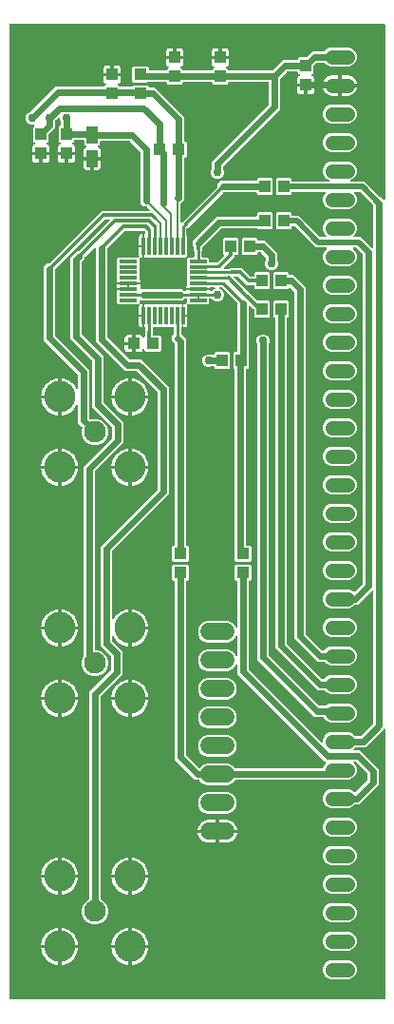
<source format=gbr>
G04 EAGLE Gerber RS-274X export*
G75*
%MOMM*%
%FSLAX34Y34*%
%LPD*%
%INBottom Copper*%
%IPPOS*%
%AMOC8*
5,1,8,0,0,1.08239X$1,22.5*%
G01*
%ADD10R,1.000000X1.100000*%
%ADD11R,1.100000X1.000000*%
%ADD12R,0.300000X1.600000*%
%ADD13R,1.600000X0.300000*%
%ADD14R,1.000000X1.500000*%
%ADD15C,1.308000*%
%ADD16C,2.800000*%
%ADD17C,1.930400*%
%ADD18C,1.524000*%
%ADD19C,0.609600*%
%ADD20C,0.756400*%
%ADD21C,0.254000*%
%ADD22C,0.200000*%
%ADD23C,0.508000*%
%ADD24C,0.304800*%
%ADD25C,0.203200*%

G36*
X344498Y10164D02*
X344498Y10164D01*
X344517Y10162D01*
X344619Y10184D01*
X344721Y10200D01*
X344738Y10210D01*
X344758Y10214D01*
X344847Y10267D01*
X344938Y10316D01*
X344952Y10330D01*
X344969Y10340D01*
X345036Y10419D01*
X345108Y10494D01*
X345116Y10512D01*
X345129Y10527D01*
X345168Y10623D01*
X345211Y10717D01*
X345213Y10737D01*
X345221Y10755D01*
X345239Y10922D01*
X345239Y250609D01*
X345228Y250680D01*
X345226Y250752D01*
X345208Y250801D01*
X345200Y250852D01*
X345166Y250916D01*
X345141Y250983D01*
X345109Y251024D01*
X345084Y251070D01*
X345032Y251119D01*
X344988Y251175D01*
X344944Y251203D01*
X344906Y251239D01*
X344841Y251269D01*
X344781Y251308D01*
X344730Y251321D01*
X344683Y251343D01*
X344612Y251351D01*
X344542Y251368D01*
X344490Y251364D01*
X344439Y251370D01*
X344368Y251354D01*
X344297Y251349D01*
X344249Y251329D01*
X344198Y251317D01*
X344137Y251281D01*
X344071Y251253D01*
X344015Y251208D01*
X343987Y251191D01*
X343972Y251173D01*
X343940Y251148D01*
X330954Y238162D01*
X327773Y234981D01*
X318685Y234981D01*
X318595Y234967D01*
X318504Y234959D01*
X318474Y234947D01*
X318442Y234942D01*
X318362Y234899D01*
X318278Y234863D01*
X318246Y234837D01*
X318225Y234826D01*
X318203Y234803D01*
X318147Y234758D01*
X316909Y233520D01*
X316867Y233462D01*
X316817Y233410D01*
X316796Y233363D01*
X316765Y233321D01*
X316744Y233252D01*
X316714Y233187D01*
X316708Y233135D01*
X316693Y233085D01*
X316695Y233014D01*
X316687Y232943D01*
X316698Y232892D01*
X316699Y232840D01*
X316724Y232772D01*
X316739Y232702D01*
X316766Y232657D01*
X316784Y232609D01*
X316828Y232553D01*
X316865Y232491D01*
X316905Y232457D01*
X316937Y232417D01*
X316998Y232378D01*
X317052Y232331D01*
X317100Y232312D01*
X317144Y232284D01*
X317214Y232266D01*
X317280Y232239D01*
X317352Y232231D01*
X317383Y232223D01*
X317406Y232225D01*
X317447Y232221D01*
X322924Y232221D01*
X339694Y215451D01*
X339694Y201744D01*
X322131Y184181D01*
X318685Y184181D01*
X318595Y184167D01*
X318504Y184159D01*
X318474Y184147D01*
X318442Y184142D01*
X318362Y184099D01*
X318278Y184063D01*
X318246Y184037D01*
X318225Y184026D01*
X318203Y184003D01*
X318147Y183958D01*
X316178Y181990D01*
X313039Y180689D01*
X296561Y180689D01*
X293422Y181990D01*
X291020Y184392D01*
X289719Y187531D01*
X289719Y190929D01*
X291020Y194068D01*
X293422Y196470D01*
X296561Y197771D01*
X313039Y197771D01*
X316178Y196470D01*
X317621Y195027D01*
X317637Y195016D01*
X317650Y195000D01*
X317737Y194944D01*
X317821Y194884D01*
X317840Y194878D01*
X317856Y194867D01*
X317957Y194842D01*
X318056Y194812D01*
X318076Y194812D01*
X318095Y194807D01*
X318198Y194815D01*
X318302Y194818D01*
X318320Y194825D01*
X318340Y194826D01*
X318435Y194867D01*
X318533Y194902D01*
X318548Y194915D01*
X318567Y194923D01*
X318698Y195027D01*
X329373Y205703D01*
X329426Y205777D01*
X329486Y205847D01*
X329498Y205877D01*
X329517Y205903D01*
X329544Y205990D01*
X329578Y206075D01*
X329582Y206116D01*
X329589Y206138D01*
X329588Y206170D01*
X329596Y206242D01*
X329596Y210953D01*
X329582Y211044D01*
X329574Y211134D01*
X329562Y211164D01*
X329557Y211196D01*
X329514Y211277D01*
X329478Y211361D01*
X329452Y211393D01*
X329441Y211414D01*
X329418Y211436D01*
X329373Y211492D01*
X318965Y221900D01*
X318891Y221953D01*
X318821Y222013D01*
X318791Y222025D01*
X318765Y222044D01*
X318678Y222071D01*
X318593Y222105D01*
X318552Y222109D01*
X318530Y222116D01*
X318498Y222115D01*
X318426Y222123D01*
X317763Y222123D01*
X317692Y222112D01*
X317621Y222110D01*
X317572Y222092D01*
X317520Y222084D01*
X317457Y222050D01*
X317390Y222025D01*
X317349Y221993D01*
X317303Y221968D01*
X317254Y221916D01*
X317198Y221872D01*
X317169Y221828D01*
X317133Y221790D01*
X317103Y221725D01*
X317065Y221665D01*
X317052Y221614D01*
X317030Y221567D01*
X317022Y221496D01*
X317004Y221426D01*
X317009Y221374D01*
X317003Y221323D01*
X317018Y221252D01*
X317024Y221181D01*
X317044Y221133D01*
X317055Y221082D01*
X317092Y221021D01*
X317120Y220955D01*
X317165Y220899D01*
X317181Y220871D01*
X317199Y220856D01*
X317225Y220824D01*
X318580Y219468D01*
X319881Y216329D01*
X319881Y212931D01*
X318580Y209792D01*
X316178Y207390D01*
X313039Y206089D01*
X303715Y206089D01*
X303624Y206075D01*
X303534Y206067D01*
X303504Y206055D01*
X303472Y206050D01*
X303391Y206007D01*
X303307Y205971D01*
X303275Y205945D01*
X303254Y205934D01*
X303232Y205911D01*
X303176Y205866D01*
X303081Y205771D01*
X212031Y205771D01*
X211916Y205752D01*
X211800Y205735D01*
X211794Y205733D01*
X211788Y205732D01*
X211685Y205677D01*
X211581Y205624D01*
X211576Y205619D01*
X211571Y205616D01*
X211490Y205532D01*
X211408Y205448D01*
X211405Y205442D01*
X211401Y205438D01*
X211393Y205421D01*
X211377Y205391D01*
X208650Y202664D01*
X205114Y201199D01*
X186046Y201199D01*
X182510Y202664D01*
X179767Y205407D01*
X179711Y205501D01*
X179706Y205505D01*
X179703Y205510D01*
X179613Y205585D01*
X179524Y205661D01*
X179518Y205663D01*
X179513Y205667D01*
X179405Y205709D01*
X179296Y205753D01*
X179288Y205754D01*
X179284Y205755D01*
X179265Y205756D01*
X179129Y205771D01*
X175709Y205771D01*
X160692Y220788D01*
X157511Y223969D01*
X157511Y382518D01*
X157508Y382538D01*
X157510Y382557D01*
X157488Y382659D01*
X157472Y382761D01*
X157462Y382778D01*
X157458Y382798D01*
X157405Y382887D01*
X157356Y382978D01*
X157342Y382992D01*
X157332Y383009D01*
X157253Y383076D01*
X157178Y383148D01*
X157160Y383156D01*
X157145Y383169D01*
X157049Y383208D01*
X156955Y383251D01*
X156935Y383253D01*
X156917Y383261D01*
X156750Y383279D01*
X156231Y383279D01*
X155059Y384451D01*
X155059Y396109D01*
X156231Y397281D01*
X168889Y397281D01*
X170061Y396109D01*
X170061Y384451D01*
X168889Y383279D01*
X168370Y383279D01*
X168350Y383276D01*
X168331Y383278D01*
X168229Y383256D01*
X168127Y383240D01*
X168110Y383230D01*
X168090Y383226D01*
X168001Y383173D01*
X167910Y383124D01*
X167896Y383110D01*
X167879Y383100D01*
X167812Y383021D01*
X167740Y382946D01*
X167732Y382928D01*
X167719Y382913D01*
X167680Y382817D01*
X167637Y382723D01*
X167635Y382703D01*
X167627Y382685D01*
X167609Y382518D01*
X167609Y228467D01*
X167623Y228376D01*
X167631Y228286D01*
X167643Y228256D01*
X167648Y228224D01*
X167691Y228143D01*
X167727Y228059D01*
X167753Y228027D01*
X167764Y228006D01*
X167787Y227984D01*
X167832Y227928D01*
X179109Y216651D01*
X179125Y216640D01*
X179137Y216624D01*
X179219Y216572D01*
X179221Y216570D01*
X179223Y216569D01*
X179225Y216568D01*
X179309Y216508D01*
X179328Y216502D01*
X179344Y216491D01*
X179445Y216466D01*
X179544Y216435D01*
X179564Y216436D01*
X179583Y216431D01*
X179686Y216439D01*
X179790Y216442D01*
X179808Y216448D01*
X179828Y216450D01*
X179923Y216490D01*
X180021Y216526D01*
X180036Y216539D01*
X180054Y216546D01*
X180185Y216651D01*
X182510Y218976D01*
X186046Y220441D01*
X205114Y220441D01*
X208650Y218976D01*
X211393Y216233D01*
X211449Y216139D01*
X211454Y216135D01*
X211457Y216130D01*
X211547Y216055D01*
X211636Y215979D01*
X211642Y215977D01*
X211647Y215973D01*
X211755Y215931D01*
X211864Y215887D01*
X211872Y215886D01*
X211876Y215885D01*
X211895Y215884D01*
X212031Y215869D01*
X289020Y215869D01*
X289135Y215888D01*
X289251Y215905D01*
X289257Y215907D01*
X289263Y215908D01*
X289365Y215963D01*
X289470Y216016D01*
X289475Y216021D01*
X289480Y216024D01*
X289560Y216108D01*
X289642Y216192D01*
X289646Y216198D01*
X289650Y216202D01*
X289657Y216219D01*
X289723Y216339D01*
X291020Y219468D01*
X292375Y220824D01*
X292417Y220882D01*
X292467Y220934D01*
X292488Y220981D01*
X292519Y221023D01*
X292540Y221092D01*
X292570Y221157D01*
X292576Y221209D01*
X292591Y221259D01*
X292589Y221330D01*
X292597Y221401D01*
X292586Y221452D01*
X292585Y221504D01*
X292560Y221572D01*
X292545Y221642D01*
X292518Y221687D01*
X292500Y221735D01*
X292456Y221791D01*
X292419Y221853D01*
X292379Y221887D01*
X292347Y221927D01*
X292286Y221966D01*
X292232Y222013D01*
X292184Y222032D01*
X292140Y222060D01*
X292070Y222078D01*
X292004Y222105D01*
X291932Y222113D01*
X291901Y222121D01*
X291878Y222119D01*
X291837Y222123D01*
X291437Y222123D01*
X213391Y300169D01*
X213391Y308057D01*
X213376Y308153D01*
X213366Y308250D01*
X213356Y308274D01*
X213352Y308299D01*
X213306Y308385D01*
X213266Y308474D01*
X213249Y308494D01*
X213236Y308517D01*
X213166Y308584D01*
X213100Y308656D01*
X213077Y308668D01*
X213058Y308686D01*
X212970Y308727D01*
X212884Y308774D01*
X212859Y308779D01*
X212835Y308790D01*
X212738Y308801D01*
X212642Y308818D01*
X212616Y308814D01*
X212591Y308817D01*
X212495Y308796D01*
X212399Y308782D01*
X212376Y308770D01*
X212350Y308765D01*
X212267Y308715D01*
X212180Y308671D01*
X212161Y308652D01*
X212139Y308638D01*
X212076Y308565D01*
X212008Y308495D01*
X211992Y308466D01*
X211979Y308452D01*
X211967Y308421D01*
X211927Y308348D01*
X211356Y306970D01*
X208650Y304264D01*
X205114Y302799D01*
X186046Y302799D01*
X182510Y304264D01*
X179804Y306970D01*
X178339Y310506D01*
X178339Y314334D01*
X179804Y317870D01*
X182510Y320576D01*
X186046Y322041D01*
X205114Y322041D01*
X208650Y320576D01*
X211356Y317870D01*
X211927Y316492D01*
X211978Y316409D01*
X212024Y316323D01*
X212042Y316305D01*
X212056Y316283D01*
X212132Y316221D01*
X212202Y316154D01*
X212226Y316143D01*
X212246Y316126D01*
X212337Y316091D01*
X212425Y316050D01*
X212451Y316047D01*
X212475Y316038D01*
X212573Y316034D01*
X212669Y316023D01*
X212695Y316029D01*
X212721Y316028D01*
X212815Y316055D01*
X212910Y316075D01*
X212932Y316089D01*
X212957Y316096D01*
X213037Y316152D01*
X213121Y316202D01*
X213138Y316221D01*
X213159Y316236D01*
X213218Y316314D01*
X213281Y316388D01*
X213291Y316413D01*
X213306Y316434D01*
X213336Y316526D01*
X213373Y316617D01*
X213376Y316649D01*
X213382Y316668D01*
X213382Y316701D01*
X213391Y316783D01*
X213391Y333457D01*
X213376Y333553D01*
X213366Y333650D01*
X213356Y333674D01*
X213352Y333699D01*
X213306Y333785D01*
X213266Y333874D01*
X213249Y333894D01*
X213236Y333917D01*
X213166Y333984D01*
X213100Y334056D01*
X213077Y334068D01*
X213058Y334086D01*
X212970Y334127D01*
X212884Y334174D01*
X212859Y334179D01*
X212835Y334190D01*
X212738Y334201D01*
X212642Y334218D01*
X212616Y334214D01*
X212591Y334217D01*
X212495Y334196D01*
X212399Y334182D01*
X212376Y334170D01*
X212350Y334165D01*
X212267Y334115D01*
X212180Y334071D01*
X212161Y334052D01*
X212139Y334038D01*
X212076Y333965D01*
X212008Y333895D01*
X211992Y333866D01*
X211979Y333852D01*
X211967Y333821D01*
X211927Y333748D01*
X211356Y332370D01*
X208650Y329664D01*
X205114Y328199D01*
X186046Y328199D01*
X182510Y329664D01*
X179804Y332370D01*
X178339Y335906D01*
X178339Y339734D01*
X179804Y343270D01*
X182510Y345976D01*
X186046Y347441D01*
X205114Y347441D01*
X208650Y345976D01*
X211356Y343270D01*
X211927Y341892D01*
X211978Y341809D01*
X212024Y341723D01*
X212042Y341705D01*
X212056Y341683D01*
X212132Y341621D01*
X212202Y341554D01*
X212226Y341543D01*
X212246Y341526D01*
X212337Y341491D01*
X212425Y341450D01*
X212451Y341447D01*
X212475Y341438D01*
X212573Y341434D01*
X212669Y341423D01*
X212695Y341429D01*
X212721Y341428D01*
X212815Y341455D01*
X212910Y341475D01*
X212932Y341489D01*
X212957Y341496D01*
X213037Y341552D01*
X213121Y341602D01*
X213138Y341621D01*
X213159Y341636D01*
X213218Y341714D01*
X213281Y341788D01*
X213291Y341813D01*
X213306Y341834D01*
X213336Y341926D01*
X213373Y342017D01*
X213376Y342049D01*
X213382Y342068D01*
X213382Y342101D01*
X213391Y342183D01*
X213391Y382518D01*
X213388Y382538D01*
X213390Y382557D01*
X213368Y382659D01*
X213352Y382761D01*
X213342Y382778D01*
X213338Y382798D01*
X213285Y382887D01*
X213236Y382978D01*
X213222Y382992D01*
X213212Y383009D01*
X213133Y383076D01*
X213058Y383148D01*
X213040Y383156D01*
X213025Y383169D01*
X212929Y383208D01*
X212835Y383251D01*
X212815Y383253D01*
X212797Y383261D01*
X212630Y383279D01*
X212111Y383279D01*
X210939Y384451D01*
X210939Y396109D01*
X212111Y397281D01*
X224769Y397281D01*
X225941Y396109D01*
X225941Y384451D01*
X224769Y383279D01*
X224250Y383279D01*
X224230Y383276D01*
X224211Y383278D01*
X224109Y383256D01*
X224007Y383240D01*
X223990Y383230D01*
X223970Y383226D01*
X223881Y383173D01*
X223790Y383124D01*
X223776Y383110D01*
X223759Y383100D01*
X223692Y383021D01*
X223620Y382946D01*
X223612Y382928D01*
X223599Y382913D01*
X223560Y382817D01*
X223517Y382723D01*
X223515Y382703D01*
X223507Y382685D01*
X223489Y382518D01*
X223489Y304667D01*
X223503Y304576D01*
X223511Y304486D01*
X223523Y304456D01*
X223528Y304424D01*
X223571Y304343D01*
X223607Y304259D01*
X223633Y304227D01*
X223644Y304206D01*
X223667Y304184D01*
X223712Y304128D01*
X288420Y239420D01*
X288478Y239378D01*
X288530Y239329D01*
X288577Y239307D01*
X288619Y239277D01*
X288688Y239256D01*
X288753Y239225D01*
X288805Y239220D01*
X288855Y239204D01*
X288926Y239206D01*
X288997Y239198D01*
X289048Y239209D01*
X289100Y239211D01*
X289168Y239235D01*
X289238Y239251D01*
X289283Y239277D01*
X289331Y239295D01*
X289387Y239340D01*
X289449Y239377D01*
X289483Y239416D01*
X289523Y239449D01*
X289562Y239509D01*
X289609Y239564D01*
X289628Y239612D01*
X289656Y239656D01*
X289674Y239725D01*
X289701Y239792D01*
X289709Y239863D01*
X289717Y239894D01*
X289715Y239918D01*
X289719Y239959D01*
X289719Y241729D01*
X291020Y244868D01*
X293422Y247270D01*
X296561Y248571D01*
X313039Y248571D01*
X316178Y247270D01*
X318147Y245302D01*
X318221Y245249D01*
X318290Y245189D01*
X318320Y245177D01*
X318347Y245158D01*
X318433Y245131D01*
X318518Y245097D01*
X318559Y245093D01*
X318582Y245086D01*
X318614Y245087D01*
X318685Y245079D01*
X323275Y245079D01*
X323366Y245093D01*
X323456Y245101D01*
X323486Y245113D01*
X323518Y245118D01*
X323599Y245161D01*
X323683Y245197D01*
X323715Y245223D01*
X323736Y245234D01*
X323758Y245257D01*
X323814Y245302D01*
X334380Y255868D01*
X334433Y255942D01*
X334493Y256012D01*
X334505Y256042D01*
X334524Y256068D01*
X334551Y256155D01*
X334585Y256240D01*
X334589Y256281D01*
X334596Y256303D01*
X334595Y256335D01*
X334603Y256407D01*
X334603Y373885D01*
X334592Y373956D01*
X334590Y374028D01*
X334572Y374077D01*
X334564Y374128D01*
X334530Y374192D01*
X334505Y374259D01*
X334473Y374300D01*
X334448Y374346D01*
X334396Y374395D01*
X334352Y374451D01*
X334308Y374479D01*
X334270Y374515D01*
X334205Y374545D01*
X334145Y374584D01*
X334094Y374597D01*
X334047Y374619D01*
X333976Y374627D01*
X333906Y374644D01*
X333854Y374640D01*
X333803Y374646D01*
X333732Y374630D01*
X333661Y374625D01*
X333613Y374605D01*
X333562Y374593D01*
X333501Y374557D01*
X333435Y374529D01*
X333379Y374484D01*
X333351Y374467D01*
X333336Y374449D01*
X333304Y374424D01*
X324042Y365162D01*
X320861Y361981D01*
X318685Y361981D01*
X318595Y361967D01*
X318504Y361959D01*
X318474Y361947D01*
X318442Y361942D01*
X318362Y361899D01*
X318278Y361863D01*
X318246Y361837D01*
X318225Y361826D01*
X318203Y361803D01*
X318147Y361758D01*
X316178Y359790D01*
X313039Y358489D01*
X296561Y358489D01*
X293422Y359790D01*
X291020Y362192D01*
X289719Y365331D01*
X289719Y368729D01*
X291020Y371868D01*
X293422Y374270D01*
X296561Y375571D01*
X313039Y375571D01*
X316178Y374270D01*
X316986Y373462D01*
X317002Y373451D01*
X317015Y373435D01*
X317102Y373379D01*
X317186Y373319D01*
X317205Y373313D01*
X317221Y373302D01*
X317322Y373277D01*
X317421Y373247D01*
X317441Y373247D01*
X317460Y373242D01*
X317563Y373250D01*
X317667Y373253D01*
X317685Y373260D01*
X317705Y373261D01*
X317800Y373302D01*
X317898Y373337D01*
X317913Y373350D01*
X317932Y373358D01*
X318063Y373462D01*
X324928Y380328D01*
X324981Y380402D01*
X325041Y380472D01*
X325053Y380502D01*
X325072Y380528D01*
X325099Y380615D01*
X325133Y380700D01*
X325137Y380741D01*
X325144Y380763D01*
X325143Y380795D01*
X325151Y380867D01*
X325151Y673233D01*
X325150Y673243D01*
X325150Y673249D01*
X325144Y673277D01*
X325137Y673324D01*
X325129Y673414D01*
X325117Y673444D01*
X325112Y673476D01*
X325069Y673557D01*
X325033Y673641D01*
X325007Y673673D01*
X324996Y673694D01*
X324973Y673716D01*
X324928Y673772D01*
X318934Y679766D01*
X318860Y679819D01*
X318790Y679879D01*
X318760Y679891D01*
X318734Y679910D01*
X318647Y679937D01*
X318562Y679971D01*
X318521Y679975D01*
X318499Y679982D01*
X318467Y679981D01*
X318395Y679989D01*
X317097Y679989D01*
X317026Y679978D01*
X316955Y679976D01*
X316906Y679958D01*
X316854Y679950D01*
X316791Y679916D01*
X316724Y679891D01*
X316683Y679859D01*
X316637Y679834D01*
X316588Y679782D01*
X316532Y679738D01*
X316503Y679694D01*
X316467Y679656D01*
X316437Y679591D01*
X316399Y679531D01*
X316386Y679480D01*
X316364Y679433D01*
X316356Y679362D01*
X316338Y679292D01*
X316343Y679240D01*
X316337Y679189D01*
X316352Y679118D01*
X316358Y679047D01*
X316378Y678999D01*
X316389Y678948D01*
X316426Y678887D01*
X316454Y678821D01*
X316499Y678765D01*
X316515Y678737D01*
X316533Y678722D01*
X316559Y678690D01*
X318580Y676668D01*
X319881Y673529D01*
X319881Y670131D01*
X318580Y666992D01*
X316178Y664590D01*
X313039Y663289D01*
X296561Y663289D01*
X293422Y664590D01*
X291020Y666992D01*
X289719Y670131D01*
X289719Y673529D01*
X291020Y676668D01*
X293041Y678690D01*
X293083Y678748D01*
X293133Y678800D01*
X293154Y678847D01*
X293185Y678889D01*
X293206Y678958D01*
X293236Y679023D01*
X293242Y679075D01*
X293257Y679125D01*
X293255Y679196D01*
X293263Y679267D01*
X293252Y679318D01*
X293251Y679370D01*
X293226Y679438D01*
X293211Y679508D01*
X293184Y679553D01*
X293166Y679601D01*
X293122Y679657D01*
X293085Y679719D01*
X293045Y679753D01*
X293013Y679793D01*
X292952Y679832D01*
X292898Y679879D01*
X292850Y679898D01*
X292806Y679926D01*
X292736Y679944D01*
X292670Y679971D01*
X292598Y679979D01*
X292567Y679987D01*
X292544Y679985D01*
X292503Y679989D01*
X283869Y679989D01*
X265042Y698816D01*
X264968Y698869D01*
X264899Y698929D01*
X264869Y698941D01*
X264842Y698960D01*
X264755Y698987D01*
X264671Y699021D01*
X264630Y699025D01*
X264607Y699032D01*
X264575Y699031D01*
X264504Y699039D01*
X262642Y699039D01*
X262622Y699036D01*
X262603Y699038D01*
X262501Y699016D01*
X262399Y699000D01*
X262382Y698990D01*
X262362Y698986D01*
X262273Y698933D01*
X262182Y698884D01*
X262168Y698870D01*
X262151Y698860D01*
X262084Y698781D01*
X262012Y698706D01*
X262004Y698688D01*
X261991Y698673D01*
X261952Y698577D01*
X261909Y698483D01*
X261907Y698463D01*
X261899Y698445D01*
X261881Y698278D01*
X261881Y697251D01*
X260709Y696079D01*
X249051Y696079D01*
X247879Y697251D01*
X247879Y709909D01*
X249051Y711081D01*
X260709Y711081D01*
X261881Y709909D01*
X261881Y708882D01*
X261884Y708862D01*
X261882Y708843D01*
X261904Y708741D01*
X261920Y708639D01*
X261930Y708622D01*
X261934Y708602D01*
X261987Y708513D01*
X262036Y708422D01*
X262050Y708408D01*
X262060Y708391D01*
X262139Y708324D01*
X262214Y708252D01*
X262232Y708244D01*
X262247Y708231D01*
X262343Y708192D01*
X262437Y708149D01*
X262457Y708147D01*
X262475Y708139D01*
X262642Y708121D01*
X268581Y708121D01*
X287408Y689294D01*
X287482Y689241D01*
X287551Y689181D01*
X287581Y689169D01*
X287608Y689150D01*
X287695Y689123D01*
X287779Y689089D01*
X287820Y689085D01*
X287843Y689078D01*
X287875Y689079D01*
X287946Y689071D01*
X292503Y689071D01*
X292574Y689082D01*
X292645Y689084D01*
X292694Y689102D01*
X292746Y689110D01*
X292809Y689144D01*
X292876Y689169D01*
X292917Y689201D01*
X292963Y689226D01*
X293012Y689278D01*
X293068Y689322D01*
X293097Y689366D01*
X293133Y689404D01*
X293163Y689469D01*
X293201Y689529D01*
X293214Y689580D01*
X293236Y689627D01*
X293244Y689698D01*
X293262Y689768D01*
X293257Y689820D01*
X293263Y689871D01*
X293248Y689942D01*
X293242Y690013D01*
X293222Y690061D01*
X293211Y690112D01*
X293174Y690173D01*
X293146Y690239D01*
X293101Y690295D01*
X293085Y690323D01*
X293067Y690338D01*
X293041Y690370D01*
X291020Y692392D01*
X289719Y695531D01*
X289719Y698929D01*
X291020Y702068D01*
X293422Y704470D01*
X296561Y705771D01*
X313039Y705771D01*
X316178Y704470D01*
X318580Y702068D01*
X319881Y698929D01*
X319881Y695531D01*
X318580Y692392D01*
X316559Y690370D01*
X316517Y690312D01*
X316467Y690260D01*
X316446Y690213D01*
X316415Y690171D01*
X316394Y690102D01*
X316364Y690037D01*
X316358Y689985D01*
X316343Y689935D01*
X316345Y689864D01*
X316337Y689793D01*
X316348Y689742D01*
X316349Y689690D01*
X316374Y689622D01*
X316389Y689552D01*
X316416Y689507D01*
X316434Y689459D01*
X316478Y689403D01*
X316515Y689341D01*
X316555Y689307D01*
X316587Y689267D01*
X316648Y689228D01*
X316702Y689181D01*
X316750Y689162D01*
X316794Y689134D01*
X316864Y689116D01*
X316930Y689089D01*
X317002Y689081D01*
X317033Y689073D01*
X317056Y689075D01*
X317097Y689071D01*
X323191Y689071D01*
X323730Y688532D01*
X323804Y688479D01*
X323873Y688419D01*
X323903Y688407D01*
X323930Y688388D01*
X324017Y688361D01*
X324101Y688327D01*
X324142Y688323D01*
X324165Y688316D01*
X324197Y688317D01*
X324268Y688309D01*
X324671Y688309D01*
X332068Y680912D01*
X333304Y679676D01*
X333362Y679634D01*
X333414Y679585D01*
X333461Y679563D01*
X333503Y679533D01*
X333572Y679512D01*
X333637Y679481D01*
X333689Y679476D01*
X333739Y679460D01*
X333810Y679462D01*
X333881Y679454D01*
X333932Y679465D01*
X333984Y679467D01*
X334052Y679491D01*
X334122Y679507D01*
X334167Y679533D01*
X334215Y679551D01*
X334271Y679596D01*
X334333Y679633D01*
X334367Y679672D01*
X334407Y679705D01*
X334446Y679765D01*
X334493Y679820D01*
X334512Y679868D01*
X334540Y679912D01*
X334558Y679981D01*
X334585Y680048D01*
X334593Y680119D01*
X334601Y680150D01*
X334599Y680174D01*
X334603Y680215D01*
X334603Y717840D01*
X334589Y717930D01*
X334581Y718021D01*
X334569Y718051D01*
X334564Y718083D01*
X334521Y718163D01*
X334485Y718247D01*
X334459Y718279D01*
X334448Y718300D01*
X334425Y718322D01*
X334380Y718378D01*
X323462Y729296D01*
X323388Y729349D01*
X323319Y729409D01*
X323289Y729421D01*
X323262Y729440D01*
X323175Y729467D01*
X323091Y729501D01*
X323050Y729505D01*
X323027Y729512D01*
X322995Y729511D01*
X322924Y729519D01*
X318367Y729519D01*
X318296Y729508D01*
X318225Y729506D01*
X318176Y729488D01*
X318124Y729480D01*
X318061Y729446D01*
X317994Y729421D01*
X317953Y729389D01*
X317907Y729364D01*
X317858Y729312D01*
X317802Y729268D01*
X317773Y729224D01*
X317737Y729186D01*
X317707Y729121D01*
X317669Y729061D01*
X317656Y729010D01*
X317634Y728963D01*
X317626Y728892D01*
X317608Y728822D01*
X317613Y728770D01*
X317607Y728719D01*
X317622Y728648D01*
X317628Y728577D01*
X317648Y728529D01*
X317659Y728478D01*
X317696Y728417D01*
X317724Y728351D01*
X317769Y728295D01*
X317785Y728267D01*
X317803Y728252D01*
X317829Y728220D01*
X318580Y727468D01*
X319881Y724329D01*
X319881Y720931D01*
X318580Y717792D01*
X316178Y715390D01*
X313039Y714089D01*
X296561Y714089D01*
X293422Y715390D01*
X291020Y717792D01*
X289719Y720931D01*
X289719Y724329D01*
X291020Y727468D01*
X291771Y728220D01*
X291813Y728278D01*
X291863Y728330D01*
X291884Y728377D01*
X291915Y728419D01*
X291936Y728488D01*
X291966Y728553D01*
X291972Y728605D01*
X291987Y728655D01*
X291985Y728726D01*
X291993Y728797D01*
X291982Y728848D01*
X291981Y728900D01*
X291956Y728968D01*
X291941Y729038D01*
X291914Y729083D01*
X291896Y729131D01*
X291852Y729187D01*
X291815Y729249D01*
X291775Y729283D01*
X291743Y729323D01*
X291682Y729362D01*
X291628Y729409D01*
X291580Y729428D01*
X291536Y729456D01*
X291466Y729474D01*
X291400Y729501D01*
X291328Y729509D01*
X291297Y729517D01*
X291274Y729515D01*
X291233Y729519D01*
X262642Y729519D01*
X262622Y729516D01*
X262603Y729518D01*
X262501Y729496D01*
X262399Y729480D01*
X262382Y729470D01*
X262362Y729466D01*
X262273Y729413D01*
X262182Y729364D01*
X262168Y729350D01*
X262151Y729340D01*
X262084Y729261D01*
X262012Y729186D01*
X262004Y729168D01*
X261991Y729153D01*
X261952Y729057D01*
X261909Y728963D01*
X261907Y728943D01*
X261899Y728925D01*
X261881Y728758D01*
X261881Y727731D01*
X260709Y726559D01*
X249051Y726559D01*
X247879Y727731D01*
X247879Y740389D01*
X249051Y741561D01*
X260709Y741561D01*
X261881Y740389D01*
X261881Y739362D01*
X261884Y739342D01*
X261882Y739323D01*
X261904Y739221D01*
X261920Y739119D01*
X261930Y739102D01*
X261934Y739082D01*
X261987Y738993D01*
X262036Y738902D01*
X262050Y738888D01*
X262060Y738871D01*
X262139Y738804D01*
X262214Y738732D01*
X262232Y738724D01*
X262247Y738711D01*
X262343Y738672D01*
X262437Y738629D01*
X262457Y738627D01*
X262475Y738619D01*
X262642Y738601D01*
X294879Y738601D01*
X294975Y738616D01*
X295072Y738626D01*
X295096Y738636D01*
X295122Y738640D01*
X295208Y738686D01*
X295297Y738726D01*
X295316Y738743D01*
X295339Y738756D01*
X295406Y738826D01*
X295478Y738892D01*
X295491Y738915D01*
X295509Y738934D01*
X295550Y739022D01*
X295597Y739108D01*
X295601Y739133D01*
X295612Y739157D01*
X295623Y739254D01*
X295640Y739350D01*
X295637Y739376D01*
X295639Y739401D01*
X295619Y739497D01*
X295605Y739593D01*
X295593Y739616D01*
X295587Y739642D01*
X295537Y739725D01*
X295493Y739812D01*
X295474Y739831D01*
X295461Y739853D01*
X295387Y739916D01*
X295317Y739984D01*
X295289Y740000D01*
X295274Y740013D01*
X295243Y740025D01*
X295171Y740065D01*
X293422Y740790D01*
X291020Y743192D01*
X289719Y746331D01*
X289719Y749729D01*
X291020Y752868D01*
X293422Y755270D01*
X296561Y756571D01*
X313039Y756571D01*
X316178Y755270D01*
X318580Y752868D01*
X319881Y749729D01*
X319881Y746331D01*
X318580Y743192D01*
X316178Y740790D01*
X314429Y740065D01*
X314346Y740014D01*
X314261Y739968D01*
X314243Y739950D01*
X314220Y739936D01*
X314158Y739860D01*
X314091Y739790D01*
X314080Y739766D01*
X314064Y739746D01*
X314029Y739655D01*
X313988Y739567D01*
X313985Y739541D01*
X313975Y739517D01*
X313971Y739419D01*
X313961Y739323D01*
X313966Y739297D01*
X313965Y739271D01*
X313992Y739177D01*
X314013Y739082D01*
X314026Y739060D01*
X314034Y739035D01*
X314089Y738955D01*
X314139Y738871D01*
X314159Y738854D01*
X314174Y738833D01*
X314252Y738774D01*
X314326Y738711D01*
X314350Y738701D01*
X314371Y738686D01*
X314464Y738656D01*
X314554Y738619D01*
X314587Y738616D01*
X314605Y738610D01*
X314638Y738610D01*
X314721Y738601D01*
X327001Y738601D01*
X340802Y724800D01*
X340876Y724747D01*
X340945Y724687D01*
X340975Y724675D01*
X341002Y724656D01*
X341089Y724629D01*
X341173Y724595D01*
X341214Y724591D01*
X341237Y724584D01*
X341269Y724585D01*
X341340Y724577D01*
X341743Y724577D01*
X343940Y722380D01*
X343998Y722338D01*
X344050Y722289D01*
X344097Y722267D01*
X344139Y722237D01*
X344208Y722216D01*
X344273Y722185D01*
X344325Y722180D01*
X344375Y722164D01*
X344446Y722166D01*
X344517Y722158D01*
X344568Y722169D01*
X344620Y722171D01*
X344688Y722195D01*
X344758Y722211D01*
X344803Y722237D01*
X344851Y722255D01*
X344907Y722300D01*
X344969Y722337D01*
X345003Y722376D01*
X345043Y722409D01*
X345082Y722469D01*
X345129Y722524D01*
X345148Y722572D01*
X345176Y722616D01*
X345194Y722685D01*
X345221Y722752D01*
X345229Y722823D01*
X345237Y722854D01*
X345235Y722878D01*
X345239Y722919D01*
X345239Y878078D01*
X345236Y878098D01*
X345238Y878117D01*
X345216Y878219D01*
X345200Y878321D01*
X345190Y878338D01*
X345186Y878358D01*
X345133Y878447D01*
X345084Y878538D01*
X345070Y878552D01*
X345060Y878569D01*
X344981Y878636D01*
X344906Y878708D01*
X344888Y878716D01*
X344873Y878729D01*
X344777Y878768D01*
X344683Y878811D01*
X344663Y878813D01*
X344645Y878821D01*
X344478Y878839D01*
X10922Y878839D01*
X10902Y878836D01*
X10883Y878838D01*
X10781Y878816D01*
X10679Y878800D01*
X10662Y878790D01*
X10642Y878786D01*
X10553Y878733D01*
X10462Y878684D01*
X10448Y878670D01*
X10431Y878660D01*
X10364Y878581D01*
X10292Y878506D01*
X10284Y878488D01*
X10271Y878473D01*
X10232Y878377D01*
X10189Y878283D01*
X10187Y878263D01*
X10179Y878245D01*
X10161Y878078D01*
X10161Y10922D01*
X10164Y10902D01*
X10162Y10883D01*
X10184Y10781D01*
X10200Y10679D01*
X10210Y10662D01*
X10214Y10642D01*
X10267Y10553D01*
X10316Y10462D01*
X10330Y10448D01*
X10340Y10431D01*
X10419Y10364D01*
X10494Y10292D01*
X10512Y10284D01*
X10527Y10271D01*
X10623Y10232D01*
X10717Y10189D01*
X10737Y10187D01*
X10755Y10179D01*
X10922Y10161D01*
X344478Y10161D01*
X344498Y10164D01*
G37*
%LPC*%
G36*
X84042Y77247D02*
X84042Y77247D01*
X79759Y79021D01*
X76481Y82299D01*
X74707Y86582D01*
X74707Y91218D01*
X76481Y95501D01*
X79759Y98779D01*
X80841Y99227D01*
X80941Y99288D01*
X81041Y99348D01*
X81045Y99353D01*
X81050Y99357D01*
X81125Y99446D01*
X81201Y99535D01*
X81203Y99541D01*
X81207Y99546D01*
X81249Y99654D01*
X81293Y99764D01*
X81294Y99771D01*
X81295Y99776D01*
X81296Y99794D01*
X81311Y99930D01*
X81311Y284235D01*
X100392Y303316D01*
X100445Y303390D01*
X100505Y303460D01*
X100517Y303490D01*
X100536Y303516D01*
X100563Y303603D01*
X100597Y303688D01*
X100601Y303729D01*
X100608Y303751D01*
X100607Y303783D01*
X100615Y303855D01*
X100615Y315905D01*
X100601Y315995D01*
X100593Y316086D01*
X100581Y316116D01*
X100576Y316148D01*
X100533Y316229D01*
X100497Y316313D01*
X100471Y316345D01*
X100460Y316365D01*
X100437Y316388D01*
X100392Y316444D01*
X91505Y325331D01*
X91505Y413640D01*
X142048Y464183D01*
X142101Y464257D01*
X142161Y464327D01*
X142173Y464357D01*
X142192Y464383D01*
X142219Y464470D01*
X142253Y464555D01*
X142257Y464596D01*
X142264Y464618D01*
X142263Y464650D01*
X142271Y464722D01*
X142271Y551313D01*
X142257Y551404D01*
X142249Y551494D01*
X142237Y551524D01*
X142232Y551556D01*
X142189Y551637D01*
X142153Y551721D01*
X142127Y551753D01*
X142116Y551774D01*
X142093Y551796D01*
X142048Y551852D01*
X123879Y570021D01*
X123805Y570074D01*
X123736Y570133D01*
X123706Y570145D01*
X123680Y570164D01*
X123593Y570191D01*
X123508Y570225D01*
X123467Y570230D01*
X123444Y570237D01*
X123412Y570236D01*
X123341Y570244D01*
X113461Y570244D01*
X110281Y573424D01*
X90588Y593117D01*
X87407Y596298D01*
X87407Y680025D01*
X87396Y680095D01*
X87394Y680167D01*
X87376Y680216D01*
X87368Y680267D01*
X87334Y680331D01*
X87309Y680398D01*
X87277Y680439D01*
X87252Y680485D01*
X87200Y680534D01*
X87156Y680590D01*
X87112Y680618D01*
X87074Y680654D01*
X87009Y680684D01*
X86949Y680723D01*
X86898Y680736D01*
X86851Y680758D01*
X86780Y680766D01*
X86710Y680783D01*
X86658Y680779D01*
X86607Y680785D01*
X86536Y680770D01*
X86465Y680764D01*
X86417Y680744D01*
X86366Y680733D01*
X86305Y680696D01*
X86239Y680668D01*
X86183Y680623D01*
X86155Y680607D01*
X86140Y680589D01*
X86108Y680563D01*
X77662Y672117D01*
X77609Y672043D01*
X77549Y671974D01*
X77537Y671943D01*
X77518Y671917D01*
X77491Y671830D01*
X77457Y671745D01*
X77453Y671704D01*
X77446Y671682D01*
X77447Y671650D01*
X77439Y671579D01*
X77439Y669739D01*
X74868Y667168D01*
X74815Y667094D01*
X74755Y667024D01*
X74743Y666994D01*
X74724Y666968D01*
X74697Y666881D01*
X74663Y666796D01*
X74659Y666755D01*
X74652Y666733D01*
X74653Y666701D01*
X74645Y666629D01*
X74645Y603166D01*
X74647Y603150D01*
X74646Y603135D01*
X74660Y603069D01*
X74667Y602985D01*
X74679Y602956D01*
X74684Y602924D01*
X74697Y602900D01*
X74698Y602895D01*
X74714Y602868D01*
X74727Y602843D01*
X74763Y602759D01*
X74789Y602727D01*
X74800Y602706D01*
X74823Y602684D01*
X74868Y602628D01*
X93949Y583547D01*
X93949Y542411D01*
X93963Y542320D01*
X93971Y542230D01*
X93983Y542200D01*
X93988Y542168D01*
X94031Y542087D01*
X94067Y542003D01*
X94093Y541971D01*
X94104Y541950D01*
X94127Y541928D01*
X94172Y541872D01*
X111627Y524417D01*
X111627Y506011D01*
X86552Y480936D01*
X86499Y480862D01*
X86439Y480792D01*
X86427Y480762D01*
X86408Y480736D01*
X86381Y480649D01*
X86347Y480564D01*
X86343Y480523D01*
X86336Y480501D01*
X86337Y480469D01*
X86329Y480398D01*
X86329Y322294D01*
X86332Y322274D01*
X86330Y322255D01*
X86352Y322153D01*
X86368Y322051D01*
X86378Y322034D01*
X86382Y322014D01*
X86435Y321925D01*
X86484Y321834D01*
X86498Y321820D01*
X86508Y321803D01*
X86587Y321736D01*
X86662Y321664D01*
X86680Y321656D01*
X86695Y321643D01*
X86791Y321604D01*
X86885Y321561D01*
X86905Y321559D01*
X86923Y321551D01*
X87090Y321533D01*
X88678Y321533D01*
X92961Y319759D01*
X96239Y316481D01*
X98013Y312198D01*
X98013Y307562D01*
X96239Y303279D01*
X92961Y300001D01*
X88678Y298227D01*
X84042Y298227D01*
X79759Y300001D01*
X76481Y303279D01*
X74707Y307562D01*
X74707Y312198D01*
X76173Y315737D01*
X76188Y315801D01*
X76213Y315862D01*
X76222Y315945D01*
X76229Y315977D01*
X76228Y315996D01*
X76231Y316029D01*
X76231Y484895D01*
X101306Y509970D01*
X101359Y510044D01*
X101419Y510114D01*
X101431Y510144D01*
X101450Y510170D01*
X101477Y510257D01*
X101511Y510342D01*
X101515Y510383D01*
X101522Y510405D01*
X101521Y510437D01*
X101529Y510509D01*
X101529Y519920D01*
X101514Y520010D01*
X101507Y520101D01*
X101495Y520130D01*
X101489Y520162D01*
X101447Y520243D01*
X101411Y520327D01*
X101385Y520359D01*
X101374Y520380D01*
X101351Y520402D01*
X101306Y520458D01*
X83851Y537913D01*
X83851Y579049D01*
X83837Y579139D01*
X83829Y579230D01*
X83817Y579260D01*
X83812Y579292D01*
X83769Y579373D01*
X83733Y579457D01*
X83707Y579489D01*
X83696Y579509D01*
X83673Y579532D01*
X83628Y579588D01*
X64547Y598669D01*
X64547Y671127D01*
X70299Y676879D01*
X72139Y676879D01*
X72229Y676893D01*
X72320Y676901D01*
X72349Y676913D01*
X72381Y676918D01*
X72462Y676961D01*
X72546Y676997D01*
X72578Y677023D01*
X72599Y677034D01*
X72621Y677057D01*
X72677Y677102D01*
X99411Y703836D01*
X99453Y703894D01*
X99502Y703946D01*
X99524Y703993D01*
X99555Y704035D01*
X99576Y704104D01*
X99606Y704169D01*
X99612Y704221D01*
X99627Y704271D01*
X99625Y704342D01*
X99633Y704413D01*
X99622Y704464D01*
X99621Y704516D01*
X99596Y704584D01*
X99581Y704654D01*
X99554Y704699D01*
X99536Y704747D01*
X99491Y704803D01*
X99455Y704865D01*
X99415Y704899D01*
X99382Y704939D01*
X99322Y704978D01*
X99268Y705025D01*
X99219Y705044D01*
X99175Y705072D01*
X99106Y705090D01*
X99039Y705117D01*
X98968Y705125D01*
X98937Y705133D01*
X98914Y705131D01*
X98873Y705135D01*
X95755Y705135D01*
X95665Y705121D01*
X95574Y705113D01*
X95545Y705101D01*
X95513Y705096D01*
X95432Y705053D01*
X95348Y705017D01*
X95316Y704991D01*
X95295Y704980D01*
X95273Y704957D01*
X95217Y704912D01*
X50992Y660687D01*
X50939Y660613D01*
X50879Y660544D01*
X50867Y660513D01*
X50848Y660487D01*
X50821Y660400D01*
X50787Y660315D01*
X50783Y660274D01*
X50776Y660252D01*
X50777Y660220D01*
X50769Y660149D01*
X50769Y601847D01*
X50783Y601756D01*
X50791Y601666D01*
X50803Y601636D01*
X50808Y601604D01*
X50851Y601523D01*
X50887Y601439D01*
X50913Y601407D01*
X50924Y601386D01*
X50947Y601364D01*
X50992Y601308D01*
X81249Y571051D01*
X81249Y528187D01*
X81263Y528096D01*
X81271Y528006D01*
X81283Y527976D01*
X81288Y527944D01*
X81331Y527863D01*
X81367Y527779D01*
X81393Y527747D01*
X81404Y527726D01*
X81427Y527704D01*
X81472Y527648D01*
X82130Y526990D01*
X82224Y526922D01*
X82319Y526852D01*
X82325Y526850D01*
X82330Y526846D01*
X82441Y526812D01*
X82553Y526775D01*
X82559Y526775D01*
X82565Y526774D01*
X82682Y526777D01*
X82799Y526778D01*
X82806Y526780D01*
X82811Y526780D01*
X82829Y526786D01*
X82960Y526825D01*
X84042Y527273D01*
X88678Y527273D01*
X92961Y525499D01*
X96239Y522221D01*
X98013Y517938D01*
X98013Y513302D01*
X96239Y509019D01*
X92961Y505741D01*
X88678Y503967D01*
X84042Y503967D01*
X79759Y505741D01*
X76481Y509019D01*
X74707Y513302D01*
X74707Y517938D01*
X75155Y519020D01*
X75182Y519133D01*
X75211Y519247D01*
X75210Y519253D01*
X75212Y519259D01*
X75201Y519376D01*
X75192Y519492D01*
X75189Y519498D01*
X75189Y519504D01*
X75141Y519612D01*
X75095Y519719D01*
X75091Y519724D01*
X75089Y519729D01*
X75076Y519743D01*
X74990Y519850D01*
X71151Y523689D01*
X71151Y538868D01*
X71144Y538916D01*
X71145Y538964D01*
X71124Y539036D01*
X71112Y539111D01*
X71089Y539154D01*
X71075Y539200D01*
X71032Y539262D01*
X70996Y539329D01*
X70962Y539362D01*
X70934Y539401D01*
X70873Y539446D01*
X70818Y539498D01*
X70775Y539518D01*
X70736Y539547D01*
X70664Y539570D01*
X70595Y539602D01*
X70547Y539607D01*
X70502Y539621D01*
X70426Y539620D01*
X70351Y539629D01*
X70304Y539618D01*
X70256Y539618D01*
X70184Y539592D01*
X70110Y539576D01*
X70069Y539552D01*
X70024Y539536D01*
X69964Y539489D01*
X69899Y539450D01*
X69868Y539414D01*
X69830Y539384D01*
X69754Y539280D01*
X69739Y539263D01*
X69737Y539257D01*
X69731Y539249D01*
X68843Y537711D01*
X67523Y535991D01*
X65989Y534457D01*
X64269Y533137D01*
X62392Y532053D01*
X60388Y531223D01*
X58294Y530662D01*
X56583Y530437D01*
X56583Y546158D01*
X56580Y546178D01*
X56582Y546197D01*
X56560Y546299D01*
X56543Y546401D01*
X56534Y546418D01*
X56530Y546438D01*
X56477Y546527D01*
X56428Y546618D01*
X56414Y546632D01*
X56404Y546649D01*
X56325Y546716D01*
X56250Y546787D01*
X56232Y546796D01*
X56217Y546809D01*
X56121Y546847D01*
X56027Y546891D01*
X56007Y546893D01*
X55989Y546901D01*
X55822Y546919D01*
X55059Y546919D01*
X55059Y546921D01*
X55822Y546921D01*
X55842Y546924D01*
X55861Y546922D01*
X55963Y546944D01*
X56065Y546961D01*
X56082Y546970D01*
X56102Y546974D01*
X56191Y547027D01*
X56282Y547076D01*
X56296Y547090D01*
X56313Y547100D01*
X56380Y547179D01*
X56451Y547254D01*
X56460Y547272D01*
X56473Y547287D01*
X56512Y547383D01*
X56555Y547477D01*
X56557Y547497D01*
X56565Y547515D01*
X56583Y547682D01*
X56583Y563403D01*
X58294Y563178D01*
X60388Y562617D01*
X62392Y561787D01*
X64269Y560703D01*
X65989Y559383D01*
X67523Y557849D01*
X68843Y556129D01*
X69731Y554591D01*
X69761Y554554D01*
X69784Y554511D01*
X69838Y554459D01*
X69887Y554401D01*
X69927Y554375D01*
X69962Y554342D01*
X70031Y554310D01*
X70095Y554270D01*
X70142Y554259D01*
X70185Y554238D01*
X70260Y554230D01*
X70334Y554212D01*
X70382Y554217D01*
X70429Y554211D01*
X70504Y554227D01*
X70579Y554234D01*
X70623Y554253D01*
X70670Y554264D01*
X70735Y554303D01*
X70804Y554333D01*
X70840Y554365D01*
X70881Y554390D01*
X70930Y554447D01*
X70986Y554498D01*
X71010Y554540D01*
X71041Y554577D01*
X71069Y554647D01*
X71106Y554713D01*
X71115Y554760D01*
X71133Y554805D01*
X71147Y554933D01*
X71151Y554955D01*
X71150Y554962D01*
X71151Y554972D01*
X71151Y566553D01*
X71137Y566644D01*
X71129Y566734D01*
X71117Y566764D01*
X71112Y566796D01*
X71069Y566877D01*
X71033Y566961D01*
X71007Y566993D01*
X70996Y567014D01*
X70973Y567036D01*
X70928Y567092D01*
X40671Y597349D01*
X40671Y662491D01*
X43629Y665449D01*
X45469Y665449D01*
X45559Y665463D01*
X45650Y665471D01*
X45679Y665483D01*
X45711Y665488D01*
X45792Y665531D01*
X45876Y665567D01*
X45908Y665593D01*
X45929Y665604D01*
X45951Y665627D01*
X46007Y665672D01*
X92520Y712185D01*
X135151Y712185D01*
X135222Y712196D01*
X135294Y712198D01*
X135343Y712216D01*
X135394Y712224D01*
X135457Y712258D01*
X135525Y712283D01*
X135565Y712315D01*
X135611Y712340D01*
X135661Y712392D01*
X135717Y712436D01*
X135745Y712480D01*
X135781Y712518D01*
X135811Y712583D01*
X135850Y712643D01*
X135862Y712694D01*
X135884Y712741D01*
X135892Y712812D01*
X135910Y712882D01*
X135906Y712934D01*
X135911Y712985D01*
X135896Y713056D01*
X135891Y713127D01*
X135870Y713175D01*
X135859Y713226D01*
X135822Y713287D01*
X135794Y713353D01*
X135749Y713409D01*
X135733Y713437D01*
X135715Y713452D01*
X135689Y713484D01*
X133085Y716088D01*
X133011Y716141D01*
X132942Y716201D01*
X132912Y716213D01*
X132886Y716232D01*
X132798Y716259D01*
X132714Y716293D01*
X132673Y716297D01*
X132651Y716304D01*
X132618Y716303D01*
X132547Y716311D01*
X129989Y716311D01*
X127031Y719269D01*
X127031Y764673D01*
X127017Y764764D01*
X127009Y764854D01*
X126997Y764884D01*
X126992Y764916D01*
X126949Y764997D01*
X126913Y765081D01*
X126887Y765113D01*
X126876Y765134D01*
X126853Y765156D01*
X126808Y765212D01*
X117512Y774508D01*
X117438Y774561D01*
X117368Y774621D01*
X117338Y774633D01*
X117312Y774652D01*
X117225Y774679D01*
X117140Y774713D01*
X117099Y774717D01*
X117077Y774724D01*
X117045Y774723D01*
X116973Y774731D01*
X91582Y774731D01*
X91562Y774728D01*
X91543Y774730D01*
X91441Y774708D01*
X91339Y774692D01*
X91322Y774682D01*
X91302Y774678D01*
X91213Y774625D01*
X91122Y774576D01*
X91108Y774562D01*
X91091Y774552D01*
X91024Y774473D01*
X90952Y774398D01*
X90944Y774380D01*
X90931Y774365D01*
X90892Y774269D01*
X90849Y774175D01*
X90847Y774155D01*
X90839Y774137D01*
X90821Y773970D01*
X90821Y771816D01*
X89649Y770644D01*
X89307Y770644D01*
X89283Y770640D01*
X89259Y770643D01*
X89162Y770621D01*
X89064Y770605D01*
X89043Y770593D01*
X89019Y770588D01*
X88934Y770536D01*
X88847Y770489D01*
X88830Y770472D01*
X88810Y770459D01*
X88746Y770383D01*
X88677Y770311D01*
X88667Y770289D01*
X88652Y770271D01*
X88616Y770178D01*
X88574Y770088D01*
X88571Y770064D01*
X88562Y770042D01*
X88557Y769942D01*
X88547Y769844D01*
X88552Y769820D01*
X88551Y769796D01*
X88578Y769700D01*
X88599Y769603D01*
X88611Y769583D01*
X88618Y769559D01*
X88674Y769477D01*
X88725Y769392D01*
X88743Y769376D01*
X88757Y769357D01*
X88836Y769297D01*
X88912Y769232D01*
X88934Y769223D01*
X88953Y769209D01*
X89110Y769148D01*
X89801Y768963D01*
X90380Y768628D01*
X90853Y768155D01*
X91188Y767576D01*
X91361Y766929D01*
X91361Y760618D01*
X84582Y760618D01*
X84562Y760615D01*
X84543Y760617D01*
X84441Y760595D01*
X84339Y760578D01*
X84322Y760569D01*
X84302Y760565D01*
X84213Y760512D01*
X84122Y760463D01*
X84108Y760449D01*
X84091Y760439D01*
X84024Y760360D01*
X83953Y760285D01*
X83944Y760267D01*
X83931Y760252D01*
X83892Y760156D01*
X83849Y760062D01*
X83847Y760042D01*
X83839Y760024D01*
X83821Y759857D01*
X83821Y759094D01*
X83819Y759094D01*
X83819Y759857D01*
X83816Y759877D01*
X83818Y759896D01*
X83796Y759998D01*
X83779Y760100D01*
X83770Y760117D01*
X83766Y760137D01*
X83713Y760226D01*
X83664Y760317D01*
X83650Y760331D01*
X83640Y760348D01*
X83561Y760415D01*
X83486Y760486D01*
X83468Y760495D01*
X83453Y760508D01*
X83357Y760547D01*
X83263Y760590D01*
X83243Y760592D01*
X83225Y760600D01*
X83058Y760618D01*
X76279Y760618D01*
X76279Y766929D01*
X76452Y767576D01*
X76787Y768155D01*
X77260Y768628D01*
X77839Y768963D01*
X78530Y769148D01*
X78552Y769158D01*
X78576Y769162D01*
X78664Y769208D01*
X78754Y769249D01*
X78772Y769265D01*
X78793Y769277D01*
X78862Y769348D01*
X78935Y769416D01*
X78946Y769437D01*
X78963Y769455D01*
X79005Y769545D01*
X79052Y769632D01*
X79056Y769656D01*
X79066Y769678D01*
X79077Y769777D01*
X79094Y769875D01*
X79091Y769899D01*
X79093Y769922D01*
X79072Y770019D01*
X79057Y770118D01*
X79046Y770139D01*
X79041Y770163D01*
X78990Y770248D01*
X78945Y770337D01*
X78927Y770353D01*
X78915Y770374D01*
X78839Y770439D01*
X78768Y770508D01*
X78746Y770518D01*
X78728Y770534D01*
X78636Y770571D01*
X78546Y770614D01*
X78522Y770617D01*
X78500Y770626D01*
X78333Y770644D01*
X77991Y770644D01*
X76819Y771816D01*
X76819Y774850D01*
X76816Y774870D01*
X76818Y774889D01*
X76796Y774991D01*
X76780Y775093D01*
X76770Y775110D01*
X76766Y775130D01*
X76713Y775219D01*
X76664Y775310D01*
X76650Y775324D01*
X76640Y775341D01*
X76561Y775408D01*
X76486Y775480D01*
X76468Y775488D01*
X76453Y775501D01*
X76357Y775540D01*
X76263Y775583D01*
X76243Y775585D01*
X76225Y775593D01*
X76058Y775611D01*
X68722Y775611D01*
X68702Y775608D01*
X68683Y775610D01*
X68581Y775588D01*
X68479Y775572D01*
X68462Y775562D01*
X68442Y775558D01*
X68353Y775505D01*
X68262Y775456D01*
X68248Y775442D01*
X68231Y775432D01*
X68164Y775353D01*
X68092Y775278D01*
X68084Y775260D01*
X68071Y775245D01*
X68032Y775149D01*
X67989Y775055D01*
X67987Y775035D01*
X67979Y775017D01*
X67961Y774850D01*
X67961Y774331D01*
X66789Y773159D01*
X66633Y773159D01*
X66610Y773155D01*
X66586Y773158D01*
X66489Y773136D01*
X66391Y773120D01*
X66369Y773108D01*
X66346Y773103D01*
X66261Y773051D01*
X66173Y773004D01*
X66157Y772987D01*
X66136Y772974D01*
X66072Y772898D01*
X66004Y772826D01*
X65994Y772804D01*
X65978Y772786D01*
X65942Y772693D01*
X65900Y772603D01*
X65898Y772579D01*
X65889Y772557D01*
X65884Y772457D01*
X65873Y772359D01*
X65878Y772335D01*
X65877Y772311D01*
X65904Y772215D01*
X65925Y772118D01*
X65938Y772098D01*
X65944Y772074D01*
X66001Y771992D01*
X66052Y771907D01*
X66070Y771891D01*
X66084Y771872D01*
X66163Y771812D01*
X66239Y771747D01*
X66261Y771738D01*
X66280Y771724D01*
X66436Y771663D01*
X66941Y771528D01*
X67520Y771193D01*
X67993Y770720D01*
X68328Y770141D01*
X68501Y769494D01*
X68501Y765183D01*
X61722Y765183D01*
X61702Y765180D01*
X61683Y765182D01*
X61581Y765160D01*
X61479Y765143D01*
X61462Y765134D01*
X61442Y765130D01*
X61353Y765077D01*
X61262Y765028D01*
X61248Y765014D01*
X61231Y765004D01*
X61164Y764925D01*
X61093Y764850D01*
X61084Y764832D01*
X61071Y764817D01*
X61032Y764721D01*
X60989Y764627D01*
X60987Y764607D01*
X60979Y764589D01*
X60961Y764422D01*
X60961Y763659D01*
X60959Y763659D01*
X60959Y764422D01*
X60956Y764442D01*
X60958Y764461D01*
X60936Y764563D01*
X60919Y764665D01*
X60910Y764682D01*
X60906Y764702D01*
X60853Y764791D01*
X60804Y764882D01*
X60790Y764896D01*
X60780Y764913D01*
X60701Y764980D01*
X60626Y765051D01*
X60608Y765060D01*
X60593Y765073D01*
X60497Y765112D01*
X60403Y765155D01*
X60383Y765157D01*
X60365Y765165D01*
X60198Y765183D01*
X53419Y765183D01*
X53419Y769494D01*
X53592Y770141D01*
X53927Y770720D01*
X54400Y771193D01*
X54979Y771528D01*
X55484Y771663D01*
X55506Y771673D01*
X55529Y771677D01*
X55617Y771723D01*
X55708Y771764D01*
X55725Y771780D01*
X55747Y771792D01*
X55815Y771864D01*
X55888Y771931D01*
X55899Y771952D01*
X55916Y771970D01*
X55958Y772060D01*
X56005Y772147D01*
X56010Y772171D01*
X56020Y772193D01*
X56031Y772292D01*
X56048Y772390D01*
X56044Y772414D01*
X56047Y772437D01*
X56026Y772534D01*
X56011Y772633D01*
X56000Y772654D01*
X55995Y772678D01*
X55944Y772763D01*
X55898Y772852D01*
X55881Y772868D01*
X55868Y772889D01*
X55793Y772954D01*
X55722Y773023D01*
X55700Y773033D01*
X55681Y773049D01*
X55589Y773086D01*
X55500Y773129D01*
X55476Y773132D01*
X55453Y773141D01*
X55287Y773159D01*
X55131Y773159D01*
X53959Y774331D01*
X53959Y786989D01*
X55131Y788161D01*
X55150Y788161D01*
X55170Y788164D01*
X55189Y788162D01*
X55291Y788184D01*
X55393Y788200D01*
X55410Y788210D01*
X55430Y788214D01*
X55519Y788267D01*
X55610Y788316D01*
X55624Y788330D01*
X55641Y788340D01*
X55708Y788419D01*
X55780Y788494D01*
X55788Y788512D01*
X55801Y788527D01*
X55840Y788623D01*
X55883Y788717D01*
X55885Y788737D01*
X55893Y788755D01*
X55911Y788922D01*
X55911Y791946D01*
X55902Y792001D01*
X55903Y792004D01*
X55901Y792013D01*
X55900Y792076D01*
X55877Y792157D01*
X55872Y792189D01*
X55862Y792206D01*
X55853Y792238D01*
X55177Y793870D01*
X55177Y795287D01*
X55166Y795358D01*
X55164Y795429D01*
X55146Y795478D01*
X55138Y795530D01*
X55104Y795593D01*
X55079Y795660D01*
X55047Y795701D01*
X55022Y795747D01*
X54971Y795796D01*
X54926Y795853D01*
X54882Y795881D01*
X54844Y795917D01*
X54779Y795947D01*
X54719Y795986D01*
X54668Y795998D01*
X54621Y796020D01*
X54550Y796028D01*
X54480Y796046D01*
X54428Y796042D01*
X54377Y796047D01*
X54306Y796032D01*
X54235Y796026D01*
X54187Y796006D01*
X54136Y795995D01*
X54075Y795958D01*
X54009Y795930D01*
X53953Y795885D01*
X53925Y795869D01*
X53910Y795851D01*
X53878Y795825D01*
X51313Y793261D01*
X51275Y793208D01*
X51229Y793161D01*
X51189Y793088D01*
X51170Y793061D01*
X51164Y793043D01*
X51148Y793014D01*
X50827Y792238D01*
X50817Y792197D01*
X50804Y792169D01*
X50802Y792150D01*
X50787Y792113D01*
X50778Y792030D01*
X50771Y791998D01*
X50772Y791979D01*
X50769Y791946D01*
X50769Y786189D01*
X45324Y780744D01*
X45271Y780670D01*
X45211Y780600D01*
X45199Y780570D01*
X45180Y780544D01*
X45153Y780457D01*
X45119Y780372D01*
X45115Y780331D01*
X45108Y780309D01*
X45109Y780277D01*
X45101Y780205D01*
X45101Y774331D01*
X43929Y773159D01*
X43773Y773159D01*
X43750Y773155D01*
X43726Y773158D01*
X43629Y773136D01*
X43531Y773120D01*
X43509Y773108D01*
X43486Y773103D01*
X43401Y773051D01*
X43313Y773004D01*
X43297Y772987D01*
X43276Y772974D01*
X43212Y772898D01*
X43144Y772826D01*
X43134Y772804D01*
X43118Y772786D01*
X43082Y772693D01*
X43040Y772603D01*
X43038Y772579D01*
X43029Y772557D01*
X43024Y772457D01*
X43013Y772359D01*
X43018Y772335D01*
X43017Y772311D01*
X43044Y772215D01*
X43065Y772118D01*
X43078Y772098D01*
X43084Y772074D01*
X43141Y771992D01*
X43192Y771907D01*
X43210Y771891D01*
X43224Y771872D01*
X43303Y771812D01*
X43379Y771747D01*
X43401Y771738D01*
X43420Y771724D01*
X43576Y771663D01*
X44081Y771528D01*
X44660Y771193D01*
X45133Y770720D01*
X45468Y770141D01*
X45641Y769494D01*
X45641Y765183D01*
X38862Y765183D01*
X38842Y765180D01*
X38823Y765182D01*
X38721Y765160D01*
X38619Y765143D01*
X38602Y765134D01*
X38582Y765130D01*
X38493Y765077D01*
X38402Y765028D01*
X38388Y765014D01*
X38371Y765004D01*
X38304Y764925D01*
X38233Y764850D01*
X38224Y764832D01*
X38211Y764817D01*
X38172Y764721D01*
X38129Y764627D01*
X38127Y764607D01*
X38119Y764589D01*
X38101Y764422D01*
X38101Y763659D01*
X38099Y763659D01*
X38099Y764422D01*
X38096Y764442D01*
X38098Y764461D01*
X38076Y764563D01*
X38059Y764665D01*
X38050Y764682D01*
X38046Y764702D01*
X37993Y764791D01*
X37944Y764882D01*
X37930Y764896D01*
X37920Y764913D01*
X37841Y764980D01*
X37766Y765051D01*
X37748Y765060D01*
X37733Y765073D01*
X37637Y765112D01*
X37543Y765155D01*
X37523Y765157D01*
X37505Y765165D01*
X37338Y765183D01*
X30559Y765183D01*
X30559Y769494D01*
X30732Y770141D01*
X31067Y770720D01*
X31540Y771193D01*
X32119Y771528D01*
X32624Y771663D01*
X32646Y771673D01*
X32669Y771677D01*
X32757Y771723D01*
X32848Y771764D01*
X32865Y771780D01*
X32887Y771792D01*
X32955Y771864D01*
X33028Y771931D01*
X33039Y771952D01*
X33056Y771970D01*
X33098Y772060D01*
X33145Y772147D01*
X33150Y772171D01*
X33160Y772193D01*
X33171Y772292D01*
X33188Y772390D01*
X33184Y772414D01*
X33187Y772437D01*
X33166Y772535D01*
X33151Y772633D01*
X33140Y772654D01*
X33135Y772678D01*
X33083Y772763D01*
X33038Y772852D01*
X33021Y772868D01*
X33008Y772889D01*
X32933Y772954D01*
X32861Y773023D01*
X32840Y773033D01*
X32821Y773049D01*
X32729Y773086D01*
X32640Y773129D01*
X32616Y773132D01*
X32593Y773141D01*
X32427Y773159D01*
X32271Y773159D01*
X31099Y774331D01*
X31099Y786989D01*
X32048Y787938D01*
X32090Y787996D01*
X32140Y788048D01*
X32161Y788095D01*
X32192Y788137D01*
X32213Y788206D01*
X32243Y788271D01*
X32249Y788323D01*
X32264Y788373D01*
X32262Y788444D01*
X32270Y788515D01*
X32259Y788566D01*
X32258Y788618D01*
X32233Y788686D01*
X32218Y788756D01*
X32191Y788801D01*
X32173Y788849D01*
X32129Y788905D01*
X32092Y788967D01*
X32052Y789001D01*
X32020Y789041D01*
X31959Y789080D01*
X31905Y789127D01*
X31857Y789146D01*
X31813Y789174D01*
X31743Y789192D01*
X31677Y789219D01*
X31605Y789227D01*
X31574Y789235D01*
X31551Y789233D01*
X31510Y789237D01*
X29330Y789237D01*
X27204Y790118D01*
X25578Y791744D01*
X24697Y793870D01*
X24697Y796170D01*
X25578Y798296D01*
X27204Y799922D01*
X28837Y800598D01*
X28892Y800633D01*
X28953Y800659D01*
X29017Y800710D01*
X29046Y800728D01*
X29058Y800743D01*
X29083Y800763D01*
X51249Y822929D01*
X93884Y822929D01*
X93974Y822943D01*
X94065Y822951D01*
X94095Y822963D01*
X94127Y822968D01*
X94207Y823011D01*
X94291Y823047D01*
X94323Y823073D01*
X94344Y823084D01*
X94366Y823107D01*
X94422Y823152D01*
X95771Y824501D01*
X95927Y824501D01*
X95950Y824505D01*
X95974Y824502D01*
X96071Y824524D01*
X96169Y824540D01*
X96191Y824552D01*
X96214Y824557D01*
X96299Y824609D01*
X96387Y824656D01*
X96403Y824673D01*
X96424Y824686D01*
X96488Y824762D01*
X96556Y824834D01*
X96566Y824856D01*
X96582Y824874D01*
X96618Y824967D01*
X96660Y825057D01*
X96662Y825081D01*
X96671Y825103D01*
X96676Y825203D01*
X96687Y825301D01*
X96682Y825325D01*
X96683Y825349D01*
X96656Y825445D01*
X96635Y825542D01*
X96622Y825563D01*
X96616Y825586D01*
X96559Y825668D01*
X96508Y825753D01*
X96490Y825769D01*
X96477Y825788D01*
X96397Y825848D01*
X96322Y825913D01*
X96299Y825922D01*
X96280Y825936D01*
X96124Y825997D01*
X95619Y826132D01*
X95040Y826467D01*
X94567Y826940D01*
X94232Y827519D01*
X94059Y828166D01*
X94059Y832477D01*
X100838Y832477D01*
X100858Y832480D01*
X100877Y832478D01*
X100979Y832500D01*
X101081Y832517D01*
X101098Y832526D01*
X101118Y832530D01*
X101207Y832583D01*
X101298Y832632D01*
X101312Y832646D01*
X101329Y832656D01*
X101396Y832735D01*
X101467Y832810D01*
X101476Y832828D01*
X101489Y832843D01*
X101528Y832939D01*
X101571Y833033D01*
X101573Y833053D01*
X101581Y833071D01*
X101599Y833238D01*
X101599Y834001D01*
X101601Y834001D01*
X101601Y833238D01*
X101604Y833218D01*
X101602Y833199D01*
X101624Y833097D01*
X101641Y832995D01*
X101650Y832978D01*
X101654Y832958D01*
X101707Y832869D01*
X101756Y832778D01*
X101770Y832764D01*
X101780Y832747D01*
X101859Y832680D01*
X101934Y832609D01*
X101952Y832600D01*
X101967Y832587D01*
X102063Y832548D01*
X102157Y832505D01*
X102177Y832503D01*
X102195Y832495D01*
X102362Y832477D01*
X109141Y832477D01*
X109141Y828166D01*
X108968Y827519D01*
X108633Y826940D01*
X108160Y826467D01*
X107581Y826132D01*
X107076Y825997D01*
X107054Y825987D01*
X107031Y825983D01*
X106943Y825937D01*
X106852Y825896D01*
X106834Y825880D01*
X106813Y825868D01*
X106745Y825797D01*
X106672Y825729D01*
X106660Y825708D01*
X106644Y825690D01*
X106602Y825600D01*
X106555Y825513D01*
X106550Y825489D01*
X106540Y825467D01*
X106529Y825368D01*
X106512Y825270D01*
X106516Y825246D01*
X106513Y825223D01*
X106534Y825126D01*
X106549Y825027D01*
X106560Y825006D01*
X106565Y824982D01*
X106616Y824897D01*
X106662Y824808D01*
X106679Y824792D01*
X106692Y824771D01*
X106767Y824706D01*
X106838Y824637D01*
X106860Y824627D01*
X106878Y824611D01*
X106971Y824574D01*
X107060Y824531D01*
X107084Y824528D01*
X107107Y824519D01*
X107273Y824501D01*
X107429Y824501D01*
X108778Y823152D01*
X108852Y823099D01*
X108921Y823039D01*
X108951Y823027D01*
X108977Y823008D01*
X109064Y822981D01*
X109149Y822947D01*
X109190Y822943D01*
X109213Y822936D01*
X109245Y822937D01*
X109316Y822929D01*
X119284Y822929D01*
X119374Y822943D01*
X119465Y822951D01*
X119495Y822963D01*
X119527Y822968D01*
X119607Y823011D01*
X119691Y823047D01*
X119723Y823073D01*
X119744Y823084D01*
X119766Y823107D01*
X119822Y823152D01*
X120671Y824001D01*
X133329Y824001D01*
X134501Y822829D01*
X134501Y822810D01*
X134504Y822790D01*
X134502Y822771D01*
X134524Y822669D01*
X134540Y822567D01*
X134550Y822550D01*
X134554Y822530D01*
X134607Y822441D01*
X134656Y822350D01*
X134670Y822336D01*
X134680Y822319D01*
X134759Y822252D01*
X134834Y822180D01*
X134852Y822172D01*
X134867Y822159D01*
X134963Y822120D01*
X135057Y822077D01*
X135077Y822075D01*
X135095Y822067D01*
X135262Y822049D01*
X140131Y822049D01*
X165949Y796231D01*
X165949Y774842D01*
X165952Y774822D01*
X165950Y774803D01*
X165972Y774701D01*
X165988Y774599D01*
X165998Y774582D01*
X166002Y774562D01*
X166055Y774473D01*
X166104Y774382D01*
X166118Y774368D01*
X166128Y774351D01*
X166207Y774284D01*
X166282Y774212D01*
X166300Y774204D01*
X166315Y774191D01*
X166411Y774152D01*
X166505Y774109D01*
X166525Y774107D01*
X166543Y774099D01*
X166710Y774081D01*
X167229Y774081D01*
X168401Y772909D01*
X168401Y761251D01*
X167229Y760079D01*
X166710Y760079D01*
X166690Y760076D01*
X166671Y760078D01*
X166569Y760056D01*
X166467Y760040D01*
X166450Y760030D01*
X166430Y760026D01*
X166341Y759973D01*
X166250Y759924D01*
X166236Y759910D01*
X166219Y759900D01*
X166152Y759821D01*
X166080Y759746D01*
X166072Y759728D01*
X166059Y759713D01*
X166020Y759617D01*
X165977Y759523D01*
X165975Y759503D01*
X165967Y759485D01*
X165949Y759318D01*
X165949Y721809D01*
X163060Y718920D01*
X163007Y718846D01*
X162947Y718776D01*
X162935Y718746D01*
X162916Y718720D01*
X162889Y718633D01*
X162855Y718548D01*
X162851Y718507D01*
X162844Y718485D01*
X162845Y718453D01*
X162837Y718381D01*
X162837Y703059D01*
X162848Y702989D01*
X162850Y702917D01*
X162868Y702868D01*
X162876Y702817D01*
X162910Y702753D01*
X162935Y702686D01*
X162967Y702645D01*
X162992Y702599D01*
X163044Y702550D01*
X163088Y702494D01*
X163132Y702466D01*
X163170Y702430D01*
X163235Y702400D01*
X163295Y702361D01*
X163346Y702348D01*
X163393Y702326D01*
X163464Y702318D01*
X163534Y702301D01*
X163586Y702305D01*
X163637Y702299D01*
X163708Y702314D01*
X163779Y702320D01*
X163827Y702340D01*
X163878Y702351D01*
X163939Y702388D01*
X164005Y702416D01*
X164061Y702461D01*
X164089Y702477D01*
X164104Y702495D01*
X164136Y702521D01*
X195388Y733773D01*
X195441Y733847D01*
X195501Y733916D01*
X195513Y733947D01*
X195532Y733973D01*
X195559Y734060D01*
X195593Y734145D01*
X195597Y734186D01*
X195604Y734208D01*
X195603Y734240D01*
X195611Y734311D01*
X195611Y736151D01*
X198569Y739109D01*
X230118Y739109D01*
X230138Y739112D01*
X230157Y739110D01*
X230259Y739132D01*
X230361Y739148D01*
X230378Y739158D01*
X230398Y739162D01*
X230487Y739215D01*
X230578Y739264D01*
X230592Y739278D01*
X230609Y739288D01*
X230676Y739367D01*
X230748Y739442D01*
X230756Y739460D01*
X230769Y739475D01*
X230808Y739571D01*
X230851Y739665D01*
X230853Y739685D01*
X230861Y739703D01*
X230879Y739870D01*
X230879Y740389D01*
X232051Y741561D01*
X243709Y741561D01*
X244881Y740389D01*
X244881Y727731D01*
X243709Y726559D01*
X232051Y726559D01*
X230879Y727731D01*
X230879Y728250D01*
X230876Y728270D01*
X230878Y728289D01*
X230856Y728391D01*
X230840Y728493D01*
X230830Y728510D01*
X230826Y728530D01*
X230773Y728619D01*
X230724Y728710D01*
X230710Y728724D01*
X230700Y728741D01*
X230621Y728808D01*
X230546Y728880D01*
X230528Y728888D01*
X230513Y728901D01*
X230417Y728940D01*
X230323Y728983D01*
X230303Y728985D01*
X230285Y728993D01*
X230118Y729011D01*
X200911Y729011D01*
X200821Y728997D01*
X200730Y728989D01*
X200701Y728977D01*
X200669Y728972D01*
X200588Y728929D01*
X200504Y728893D01*
X200472Y728867D01*
X200451Y728856D01*
X200429Y728833D01*
X200373Y728788D01*
X169100Y697515D01*
X169056Y697515D01*
X168966Y697501D01*
X168875Y697493D01*
X168845Y697481D01*
X168813Y697476D01*
X168733Y697433D01*
X168649Y697397D01*
X168617Y697371D01*
X168596Y697360D01*
X168574Y697337D01*
X168518Y697292D01*
X168314Y697088D01*
X168261Y697014D01*
X168201Y696945D01*
X168189Y696915D01*
X168170Y696888D01*
X168143Y696801D01*
X168109Y696717D01*
X168105Y696676D01*
X168098Y696653D01*
X168099Y696621D01*
X168091Y696550D01*
X168091Y690614D01*
X168105Y690524D01*
X168113Y690433D01*
X168125Y690403D01*
X168130Y690371D01*
X168173Y690291D01*
X168209Y690207D01*
X168235Y690174D01*
X168246Y690154D01*
X168269Y690132D01*
X168314Y690076D01*
X168321Y690069D01*
X168321Y672411D01*
X167149Y671239D01*
X133140Y671239D01*
X133027Y671221D01*
X132913Y671205D01*
X132904Y671201D01*
X132897Y671200D01*
X132878Y671189D01*
X132759Y671137D01*
X132301Y670872D01*
X131654Y670699D01*
X130581Y670699D01*
X130581Y681240D01*
X130581Y691781D01*
X130788Y691781D01*
X130808Y691784D01*
X130827Y691782D01*
X130929Y691804D01*
X131031Y691820D01*
X131048Y691830D01*
X131068Y691834D01*
X131157Y691887D01*
X131248Y691936D01*
X131262Y691950D01*
X131279Y691960D01*
X131346Y692039D01*
X131418Y692114D01*
X131426Y692132D01*
X131439Y692147D01*
X131478Y692243D01*
X131521Y692337D01*
X131523Y692357D01*
X131531Y692375D01*
X131549Y692542D01*
X131549Y693731D01*
X131535Y693821D01*
X131527Y693912D01*
X131515Y693941D01*
X131510Y693973D01*
X131467Y694054D01*
X131431Y694138D01*
X131405Y694170D01*
X131394Y694191D01*
X131371Y694213D01*
X131326Y694269D01*
X130843Y694752D01*
X130769Y694805D01*
X130700Y694865D01*
X130669Y694877D01*
X130643Y694896D01*
X130556Y694923D01*
X130471Y694957D01*
X130430Y694961D01*
X130408Y694968D01*
X130376Y694967D01*
X130305Y694975D01*
X113535Y694975D01*
X113445Y694961D01*
X113354Y694953D01*
X113325Y694941D01*
X113293Y694936D01*
X113212Y694893D01*
X113128Y694857D01*
X113096Y694831D01*
X113075Y694820D01*
X113053Y694797D01*
X112997Y694752D01*
X97728Y679483D01*
X97675Y679409D01*
X97615Y679340D01*
X97603Y679309D01*
X97584Y679283D01*
X97557Y679196D01*
X97523Y679111D01*
X97519Y679070D01*
X97512Y679048D01*
X97513Y679016D01*
X97505Y678945D01*
X97505Y600795D01*
X97519Y600705D01*
X97527Y600614D01*
X97539Y600585D01*
X97544Y600553D01*
X97587Y600472D01*
X97623Y600388D01*
X97649Y600356D01*
X97660Y600335D01*
X97683Y600313D01*
X97728Y600257D01*
X117421Y580564D01*
X117495Y580511D01*
X117564Y580452D01*
X117594Y580439D01*
X117620Y580421D01*
X117707Y580394D01*
X117792Y580360D01*
X117833Y580355D01*
X117855Y580348D01*
X117888Y580349D01*
X117959Y580341D01*
X127839Y580341D01*
X152369Y555811D01*
X152369Y460224D01*
X101825Y409680D01*
X101772Y409606D01*
X101712Y409537D01*
X101700Y409507D01*
X101681Y409480D01*
X101655Y409394D01*
X101621Y409309D01*
X101616Y409268D01*
X101609Y409245D01*
X101610Y409213D01*
X101602Y409142D01*
X101602Y349289D01*
X101610Y349242D01*
X101608Y349194D01*
X101630Y349121D01*
X101642Y349047D01*
X101664Y349004D01*
X101678Y348958D01*
X101721Y348896D01*
X101757Y348829D01*
X101792Y348796D01*
X101819Y348757D01*
X101880Y348712D01*
X101935Y348660D01*
X101979Y348640D01*
X102017Y348611D01*
X102090Y348588D01*
X102158Y348556D01*
X102206Y348551D01*
X102252Y348536D01*
X102328Y348537D01*
X102403Y348529D01*
X102450Y348539D01*
X102498Y348540D01*
X102569Y348565D01*
X102643Y348581D01*
X102684Y348606D01*
X102730Y348622D01*
X102789Y348669D01*
X102854Y348707D01*
X102885Y348744D01*
X102923Y348774D01*
X103000Y348877D01*
X103014Y348894D01*
X103017Y348901D01*
X103023Y348909D01*
X103877Y350389D01*
X105197Y352109D01*
X106731Y353643D01*
X108451Y354963D01*
X110328Y356047D01*
X112332Y356877D01*
X114426Y357438D01*
X116137Y357663D01*
X116137Y341942D01*
X116140Y341922D01*
X116138Y341903D01*
X116160Y341801D01*
X116177Y341699D01*
X116186Y341682D01*
X116190Y341662D01*
X116243Y341573D01*
X116292Y341482D01*
X116306Y341468D01*
X116316Y341451D01*
X116395Y341384D01*
X116470Y341313D01*
X116488Y341304D01*
X116503Y341291D01*
X116599Y341253D01*
X116693Y341209D01*
X116713Y341207D01*
X116731Y341199D01*
X116898Y341181D01*
X117661Y341181D01*
X117661Y341179D01*
X116898Y341179D01*
X116878Y341176D01*
X116859Y341178D01*
X116757Y341156D01*
X116655Y341139D01*
X116638Y341130D01*
X116618Y341126D01*
X116529Y341073D01*
X116438Y341024D01*
X116424Y341010D01*
X116407Y341000D01*
X116340Y340921D01*
X116269Y340846D01*
X116260Y340828D01*
X116247Y340813D01*
X116208Y340717D01*
X116165Y340623D01*
X116163Y340603D01*
X116155Y340585D01*
X116137Y340418D01*
X116137Y324697D01*
X114426Y324922D01*
X112332Y325483D01*
X110328Y326313D01*
X108451Y327397D01*
X106731Y328717D01*
X105197Y330251D01*
X103877Y331971D01*
X103023Y333451D01*
X102992Y333489D01*
X102970Y333531D01*
X102915Y333583D01*
X102867Y333642D01*
X102826Y333667D01*
X102791Y333700D01*
X102723Y333732D01*
X102658Y333772D01*
X102612Y333784D01*
X102568Y333804D01*
X102493Y333812D01*
X102419Y333830D01*
X102371Y333826D01*
X102324Y333831D01*
X102250Y333815D01*
X102174Y333808D01*
X102130Y333789D01*
X102083Y333779D01*
X102018Y333740D01*
X101949Y333709D01*
X101913Y333677D01*
X101872Y333653D01*
X101823Y333595D01*
X101767Y333544D01*
X101744Y333502D01*
X101712Y333466D01*
X101684Y333395D01*
X101647Y333329D01*
X101638Y333282D01*
X101621Y333237D01*
X101606Y333109D01*
X101602Y333087D01*
X101603Y333081D01*
X101602Y333071D01*
X101602Y329829D01*
X101617Y329739D01*
X101624Y329648D01*
X101637Y329618D01*
X101642Y329586D01*
X101685Y329506D01*
X101720Y329422D01*
X101746Y329390D01*
X101757Y329369D01*
X101780Y329347D01*
X101825Y329291D01*
X110713Y320403D01*
X110713Y299357D01*
X91632Y280276D01*
X91579Y280202D01*
X91519Y280132D01*
X91507Y280102D01*
X91488Y280076D01*
X91461Y279989D01*
X91427Y279904D01*
X91423Y279863D01*
X91416Y279841D01*
X91417Y279809D01*
X91409Y279738D01*
X91409Y99930D01*
X91428Y99815D01*
X91445Y99699D01*
X91447Y99694D01*
X91448Y99687D01*
X91503Y99585D01*
X91556Y99480D01*
X91561Y99476D01*
X91564Y99470D01*
X91648Y99390D01*
X91732Y99308D01*
X91738Y99304D01*
X91742Y99301D01*
X91759Y99293D01*
X91879Y99227D01*
X92961Y98779D01*
X96239Y95501D01*
X98013Y91218D01*
X98013Y86582D01*
X96239Y82299D01*
X92961Y79021D01*
X88678Y77247D01*
X84042Y77247D01*
G37*
%LPD*%
%LPC*%
G36*
X212111Y400279D02*
X212111Y400279D01*
X210939Y401451D01*
X210939Y407325D01*
X210925Y407416D01*
X210917Y407507D01*
X210905Y407536D01*
X210900Y407568D01*
X210857Y407649D01*
X210851Y407662D01*
X210851Y571404D01*
X210837Y571494D01*
X210829Y571585D01*
X210817Y571615D01*
X210812Y571647D01*
X210769Y571727D01*
X210733Y571811D01*
X210707Y571843D01*
X210696Y571864D01*
X210673Y571886D01*
X210628Y571942D01*
X209779Y572791D01*
X209779Y585449D01*
X210951Y586621D01*
X212630Y586621D01*
X212650Y586624D01*
X212669Y586622D01*
X212771Y586644D01*
X212873Y586660D01*
X212890Y586670D01*
X212910Y586674D01*
X212999Y586727D01*
X213090Y586776D01*
X213104Y586790D01*
X213121Y586800D01*
X213188Y586879D01*
X213260Y586954D01*
X213268Y586972D01*
X213281Y586987D01*
X213320Y587083D01*
X213363Y587177D01*
X213365Y587197D01*
X213373Y587215D01*
X213391Y587382D01*
X213391Y630028D01*
X213377Y630118D01*
X213369Y630209D01*
X213357Y630239D01*
X213352Y630271D01*
X213309Y630351D01*
X213273Y630435D01*
X213247Y630467D01*
X213236Y630488D01*
X213213Y630510D01*
X213168Y630566D01*
X199488Y644246D01*
X199414Y644299D01*
X199345Y644359D01*
X199315Y644371D01*
X199288Y644390D01*
X199201Y644417D01*
X199117Y644451D01*
X199076Y644455D01*
X199053Y644462D01*
X199021Y644461D01*
X198950Y644469D01*
X198272Y644469D01*
X198176Y644454D01*
X198079Y644444D01*
X198055Y644434D01*
X198029Y644430D01*
X197944Y644384D01*
X197854Y644344D01*
X197835Y644327D01*
X197812Y644314D01*
X197745Y644244D01*
X197673Y644178D01*
X197661Y644155D01*
X197643Y644136D01*
X197602Y644048D01*
X197555Y643962D01*
X197550Y643937D01*
X197539Y643913D01*
X197528Y643816D01*
X197511Y643720D01*
X197515Y643694D01*
X197512Y643669D01*
X197533Y643574D01*
X197547Y643477D01*
X197559Y643454D01*
X197564Y643428D01*
X197614Y643344D01*
X197658Y643258D01*
X197677Y643240D01*
X197690Y643217D01*
X197765Y643154D01*
X197834Y643086D01*
X197862Y643070D01*
X197877Y643057D01*
X197908Y643045D01*
X197981Y643005D01*
X198856Y642642D01*
X200482Y641016D01*
X201363Y638890D01*
X201363Y636590D01*
X200482Y634464D01*
X198856Y632838D01*
X196730Y631957D01*
X194430Y631957D01*
X192304Y632838D01*
X190896Y634246D01*
X190822Y634299D01*
X190752Y634359D01*
X190722Y634371D01*
X190696Y634390D01*
X190609Y634417D01*
X190524Y634451D01*
X190483Y634455D01*
X190461Y634462D01*
X190429Y634461D01*
X190357Y634469D01*
X189082Y634469D01*
X189062Y634466D01*
X189043Y634468D01*
X188941Y634446D01*
X188839Y634430D01*
X188822Y634420D01*
X188802Y634416D01*
X188713Y634363D01*
X188622Y634314D01*
X188608Y634300D01*
X188591Y634290D01*
X188524Y634211D01*
X188452Y634136D01*
X188444Y634118D01*
X188431Y634103D01*
X188392Y634007D01*
X188349Y633913D01*
X188347Y633893D01*
X188339Y633875D01*
X188321Y633708D01*
X188321Y630411D01*
X187149Y629239D01*
X169407Y629239D01*
X169290Y629220D01*
X169172Y629202D01*
X169168Y629200D01*
X169164Y629200D01*
X169060Y629144D01*
X168953Y629089D01*
X168950Y629086D01*
X168947Y629084D01*
X168865Y628998D01*
X168782Y628913D01*
X168780Y628909D01*
X168777Y628906D01*
X168727Y628798D01*
X168676Y628691D01*
X168675Y628687D01*
X168674Y628683D01*
X168660Y628565D01*
X168646Y628447D01*
X168647Y628442D01*
X168646Y628439D01*
X168649Y628425D01*
X168671Y628281D01*
X168861Y627574D01*
X168861Y620001D01*
X165581Y620001D01*
X165581Y629781D01*
X166654Y629781D01*
X167361Y629591D01*
X167480Y629579D01*
X167597Y629566D01*
X167602Y629567D01*
X167606Y629567D01*
X167721Y629593D01*
X167838Y629619D01*
X167841Y629621D01*
X167845Y629622D01*
X167947Y629684D01*
X168049Y629745D01*
X168052Y629748D01*
X168055Y629750D01*
X168131Y629841D01*
X168209Y629932D01*
X168210Y629936D01*
X168213Y629939D01*
X168256Y630049D01*
X168301Y630160D01*
X168301Y630165D01*
X168303Y630168D01*
X168303Y630182D01*
X168319Y630327D01*
X168319Y633708D01*
X168316Y633728D01*
X168318Y633747D01*
X168296Y633849D01*
X168280Y633951D01*
X168270Y633968D01*
X168266Y633988D01*
X168213Y634077D01*
X168164Y634168D01*
X168150Y634182D01*
X168140Y634199D01*
X168061Y634266D01*
X167986Y634338D01*
X167968Y634346D01*
X167953Y634359D01*
X167857Y634398D01*
X167763Y634441D01*
X167743Y634443D01*
X167725Y634451D01*
X167558Y634469D01*
X166745Y634469D01*
X166654Y634455D01*
X166564Y634447D01*
X166534Y634435D01*
X166502Y634430D01*
X166421Y634387D01*
X166337Y634351D01*
X166305Y634325D01*
X166284Y634314D01*
X166262Y634291D01*
X166206Y634246D01*
X164651Y632691D01*
X127337Y632691D01*
X127287Y632715D01*
X127235Y632720D01*
X127186Y632736D01*
X127114Y632734D01*
X127043Y632742D01*
X126992Y632731D01*
X126940Y632729D01*
X126872Y632705D01*
X126802Y632689D01*
X126758Y632663D01*
X126709Y632645D01*
X126653Y632600D01*
X126591Y632563D01*
X126557Y632524D01*
X126517Y632491D01*
X126478Y632431D01*
X126431Y632376D01*
X126412Y632328D01*
X126384Y632284D01*
X126366Y632215D01*
X126339Y632148D01*
X126331Y632077D01*
X126323Y632046D01*
X126325Y632022D01*
X126321Y631981D01*
X126321Y630327D01*
X126340Y630209D01*
X126358Y630092D01*
X126360Y630088D01*
X126360Y630084D01*
X126416Y629979D01*
X126471Y629873D01*
X126474Y629870D01*
X126476Y629867D01*
X126561Y629785D01*
X126647Y629702D01*
X126651Y629700D01*
X126654Y629697D01*
X126762Y629647D01*
X126869Y629596D01*
X126873Y629595D01*
X126877Y629594D01*
X126995Y629581D01*
X127113Y629566D01*
X127118Y629567D01*
X127121Y629567D01*
X127135Y629569D01*
X127279Y629591D01*
X127986Y629781D01*
X129059Y629781D01*
X129059Y620001D01*
X125779Y620001D01*
X125779Y627574D01*
X125969Y628281D01*
X125980Y628400D01*
X125993Y628517D01*
X125993Y628522D01*
X125993Y628526D01*
X125967Y628641D01*
X125941Y628758D01*
X125939Y628761D01*
X125938Y628765D01*
X125876Y628866D01*
X125815Y628969D01*
X125812Y628972D01*
X125810Y628975D01*
X125718Y629052D01*
X125628Y629129D01*
X125624Y629130D01*
X125621Y629133D01*
X125511Y629176D01*
X125400Y629221D01*
X125395Y629221D01*
X125392Y629223D01*
X125378Y629223D01*
X125233Y629239D01*
X107491Y629239D01*
X106319Y630411D01*
X106319Y639420D01*
X106301Y639533D01*
X106285Y639647D01*
X106281Y639656D01*
X106280Y639663D01*
X106269Y639682D01*
X106217Y639801D01*
X105952Y640259D01*
X105779Y640906D01*
X105779Y641979D01*
X116320Y641979D01*
X116339Y641982D01*
X116359Y641980D01*
X116460Y642002D01*
X116562Y642018D01*
X116580Y642028D01*
X116599Y642032D01*
X116689Y642085D01*
X116780Y642133D01*
X116793Y642148D01*
X116811Y642158D01*
X116811Y642159D01*
X116878Y642237D01*
X116890Y642249D01*
X116950Y642312D01*
X116958Y642330D01*
X116971Y642345D01*
X117010Y642442D01*
X117053Y642535D01*
X117055Y642555D01*
X117063Y642574D01*
X117081Y642740D01*
X117081Y646979D01*
X126861Y646979D01*
X126861Y645906D01*
X126735Y645437D01*
X126724Y645322D01*
X126710Y645209D01*
X126711Y645199D01*
X126711Y645192D01*
X126716Y645171D01*
X126735Y645043D01*
X126861Y644574D01*
X126861Y643550D01*
X126864Y643530D01*
X126862Y643511D01*
X126884Y643409D01*
X126900Y643307D01*
X126910Y643290D01*
X126914Y643270D01*
X126967Y643181D01*
X127016Y643090D01*
X127030Y643076D01*
X127040Y643059D01*
X127119Y642992D01*
X127194Y642920D01*
X127212Y642912D01*
X127227Y642899D01*
X127323Y642860D01*
X127417Y642817D01*
X127437Y642815D01*
X127455Y642807D01*
X127622Y642789D01*
X164651Y642789D01*
X166206Y641234D01*
X166280Y641181D01*
X166350Y641121D01*
X166380Y641109D01*
X166406Y641090D01*
X166493Y641063D01*
X166578Y641029D01*
X166619Y641025D01*
X166641Y641018D01*
X166673Y641019D01*
X166745Y641011D01*
X167018Y641011D01*
X167038Y641014D01*
X167057Y641012D01*
X167159Y641034D01*
X167261Y641050D01*
X167278Y641060D01*
X167298Y641064D01*
X167387Y641117D01*
X167478Y641166D01*
X167492Y641180D01*
X167509Y641190D01*
X167576Y641269D01*
X167648Y641344D01*
X167656Y641362D01*
X167669Y641377D01*
X167708Y641473D01*
X167751Y641567D01*
X167753Y641587D01*
X167761Y641605D01*
X167779Y641772D01*
X167779Y641979D01*
X178320Y641979D01*
X188861Y641979D01*
X188861Y641772D01*
X188864Y641752D01*
X188862Y641733D01*
X188884Y641631D01*
X188900Y641529D01*
X188910Y641512D01*
X188914Y641492D01*
X188967Y641403D01*
X189016Y641312D01*
X189030Y641298D01*
X189040Y641281D01*
X189119Y641214D01*
X189194Y641142D01*
X189212Y641134D01*
X189227Y641121D01*
X189323Y641082D01*
X189417Y641039D01*
X189437Y641037D01*
X189455Y641029D01*
X189622Y641011D01*
X190357Y641011D01*
X190447Y641025D01*
X190538Y641033D01*
X190568Y641045D01*
X190600Y641050D01*
X190681Y641093D01*
X190765Y641129D01*
X190797Y641155D01*
X190817Y641166D01*
X190840Y641189D01*
X190896Y641234D01*
X192304Y642642D01*
X193179Y643005D01*
X193262Y643056D01*
X193348Y643102D01*
X193366Y643121D01*
X193388Y643134D01*
X193450Y643209D01*
X193517Y643280D01*
X193528Y643304D01*
X193545Y643324D01*
X193580Y643415D01*
X193621Y643503D01*
X193624Y643529D01*
X193633Y643553D01*
X193637Y643651D01*
X193648Y643747D01*
X193643Y643773D01*
X193644Y643799D01*
X193617Y643893D01*
X193596Y643988D01*
X193582Y644010D01*
X193575Y644035D01*
X193520Y644115D01*
X193470Y644199D01*
X193450Y644216D01*
X193435Y644237D01*
X193357Y644296D01*
X193283Y644359D01*
X193258Y644369D01*
X193237Y644384D01*
X193145Y644414D01*
X193055Y644451D01*
X193022Y644454D01*
X193004Y644460D01*
X192971Y644460D01*
X192888Y644469D01*
X189622Y644469D01*
X189602Y644466D01*
X189583Y644468D01*
X189481Y644446D01*
X189379Y644430D01*
X189362Y644420D01*
X189342Y644416D01*
X189253Y644363D01*
X189162Y644314D01*
X189148Y644300D01*
X189131Y644290D01*
X189064Y644211D01*
X188992Y644136D01*
X188984Y644118D01*
X188971Y644103D01*
X188932Y644007D01*
X188889Y643913D01*
X188887Y643893D01*
X188879Y643875D01*
X188861Y643708D01*
X188861Y643501D01*
X178320Y643501D01*
X167779Y643501D01*
X167779Y644574D01*
X167952Y645221D01*
X168217Y645679D01*
X168258Y645786D01*
X168301Y645893D01*
X168302Y645903D01*
X168304Y645910D01*
X168305Y645932D01*
X168319Y646060D01*
X168319Y670069D01*
X169491Y671241D01*
X174288Y671241D01*
X174308Y671244D01*
X174327Y671242D01*
X174429Y671264D01*
X174531Y671280D01*
X174548Y671290D01*
X174568Y671294D01*
X174657Y671347D01*
X174748Y671396D01*
X174762Y671410D01*
X174779Y671420D01*
X174846Y671499D01*
X174918Y671574D01*
X174926Y671592D01*
X174939Y671607D01*
X174978Y671703D01*
X175021Y671797D01*
X175023Y671817D01*
X175031Y671835D01*
X175049Y672002D01*
X175049Y676151D01*
X175035Y676241D01*
X175027Y676332D01*
X175015Y676361D01*
X175010Y676393D01*
X174967Y676474D01*
X174931Y676558D01*
X174905Y676590D01*
X174894Y676611D01*
X174871Y676633D01*
X174826Y676689D01*
X174795Y676720D01*
X174795Y679849D01*
X174781Y679940D01*
X174773Y680030D01*
X174761Y680060D01*
X174756Y680092D01*
X174713Y680173D01*
X174677Y680257D01*
X174651Y680289D01*
X174640Y680310D01*
X174617Y680332D01*
X174572Y680388D01*
X173271Y681689D01*
X173271Y685871D01*
X194759Y707359D01*
X230118Y707359D01*
X230138Y707362D01*
X230157Y707360D01*
X230259Y707382D01*
X230361Y707398D01*
X230378Y707408D01*
X230398Y707412D01*
X230487Y707465D01*
X230578Y707514D01*
X230592Y707528D01*
X230609Y707538D01*
X230676Y707617D01*
X230748Y707692D01*
X230756Y707710D01*
X230769Y707725D01*
X230808Y707821D01*
X230851Y707915D01*
X230853Y707935D01*
X230861Y707953D01*
X230879Y708120D01*
X230879Y709909D01*
X232051Y711081D01*
X243709Y711081D01*
X244881Y709909D01*
X244881Y697251D01*
X243709Y696079D01*
X232051Y696079D01*
X231092Y697038D01*
X231018Y697091D01*
X230949Y697151D01*
X230919Y697163D01*
X230892Y697182D01*
X230806Y697209D01*
X230721Y697243D01*
X230680Y697247D01*
X230657Y697254D01*
X230625Y697253D01*
X230554Y697261D01*
X199257Y697261D01*
X199166Y697247D01*
X199076Y697239D01*
X199046Y697227D01*
X199014Y697222D01*
X198933Y697179D01*
X198849Y697143D01*
X198817Y697117D01*
X198796Y697106D01*
X198774Y697083D01*
X198718Y697038D01*
X182068Y680388D01*
X182015Y680314D01*
X181955Y680244D01*
X181943Y680214D01*
X181924Y680188D01*
X181897Y680101D01*
X181863Y680016D01*
X181859Y679975D01*
X181852Y679953D01*
X181853Y679921D01*
X181845Y679849D01*
X181845Y676720D01*
X181814Y676689D01*
X181761Y676615D01*
X181701Y676546D01*
X181689Y676515D01*
X181670Y676489D01*
X181643Y676402D01*
X181609Y676317D01*
X181605Y676276D01*
X181598Y676254D01*
X181599Y676222D01*
X181591Y676151D01*
X181591Y672002D01*
X181594Y671982D01*
X181592Y671963D01*
X181614Y671861D01*
X181630Y671759D01*
X181640Y671742D01*
X181644Y671722D01*
X181697Y671633D01*
X181746Y671542D01*
X181760Y671528D01*
X181770Y671511D01*
X181849Y671444D01*
X181924Y671372D01*
X181942Y671364D01*
X181957Y671351D01*
X182053Y671312D01*
X182147Y671269D01*
X182167Y671267D01*
X182185Y671259D01*
X182352Y671241D01*
X187149Y671241D01*
X188321Y670069D01*
X188321Y666972D01*
X188324Y666952D01*
X188322Y666933D01*
X188344Y666831D01*
X188360Y666729D01*
X188370Y666712D01*
X188374Y666692D01*
X188427Y666603D01*
X188476Y666512D01*
X188490Y666498D01*
X188500Y666481D01*
X188579Y666414D01*
X188654Y666342D01*
X188672Y666334D01*
X188687Y666321D01*
X188783Y666282D01*
X188877Y666239D01*
X188897Y666237D01*
X188915Y666229D01*
X189082Y666211D01*
X195211Y666211D01*
X195301Y666225D01*
X195392Y666233D01*
X195421Y666245D01*
X195453Y666250D01*
X195534Y666293D01*
X195618Y666329D01*
X195650Y666355D01*
X195671Y666366D01*
X195693Y666389D01*
X195749Y666434D01*
X201515Y672199D01*
X201526Y672216D01*
X201542Y672228D01*
X201598Y672315D01*
X201658Y672399D01*
X201664Y672418D01*
X201675Y672435D01*
X201700Y672535D01*
X201731Y672634D01*
X201730Y672654D01*
X201735Y672673D01*
X201727Y672776D01*
X201724Y672880D01*
X201717Y672899D01*
X201716Y672919D01*
X201675Y673014D01*
X201640Y673111D01*
X201627Y673127D01*
X201619Y673145D01*
X201515Y673276D01*
X200399Y674391D01*
X200399Y687049D01*
X201571Y688221D01*
X213229Y688221D01*
X214401Y687049D01*
X214401Y674391D01*
X213229Y673219D01*
X211686Y673219D01*
X211666Y673216D01*
X211647Y673218D01*
X211545Y673196D01*
X211443Y673180D01*
X211426Y673170D01*
X211406Y673166D01*
X211317Y673113D01*
X211226Y673064D01*
X211212Y673050D01*
X211195Y673040D01*
X211128Y672961D01*
X211056Y672886D01*
X211048Y672868D01*
X211035Y672853D01*
X210996Y672757D01*
X210953Y672663D01*
X210951Y672643D01*
X210943Y672625D01*
X210925Y672458D01*
X210925Y671640D01*
X208637Y669352D01*
X201595Y662310D01*
X201553Y662252D01*
X201504Y662200D01*
X201482Y662153D01*
X201451Y662111D01*
X201430Y662042D01*
X201400Y661977D01*
X201394Y661925D01*
X201379Y661875D01*
X201381Y661804D01*
X201373Y661733D01*
X201384Y661682D01*
X201385Y661630D01*
X201410Y661562D01*
X201425Y661492D01*
X201452Y661447D01*
X201470Y661399D01*
X201515Y661343D01*
X201551Y661281D01*
X201591Y661247D01*
X201624Y661207D01*
X201684Y661168D01*
X201738Y661121D01*
X201787Y661102D01*
X201831Y661074D01*
X201900Y661056D01*
X201967Y661029D01*
X202038Y661021D01*
X202069Y661013D01*
X202092Y661015D01*
X202133Y661011D01*
X206131Y661011D01*
X206221Y661025D01*
X206312Y661033D01*
X206341Y661045D01*
X206373Y661050D01*
X206454Y661093D01*
X206538Y661129D01*
X206570Y661155D01*
X206591Y661166D01*
X206608Y661183D01*
X206610Y661184D01*
X206617Y661192D01*
X206669Y661234D01*
X206820Y661385D01*
X217360Y661385D01*
X224757Y653988D01*
X224831Y653935D01*
X224900Y653875D01*
X224931Y653863D01*
X224957Y653844D01*
X225044Y653817D01*
X225129Y653783D01*
X225170Y653779D01*
X225192Y653772D01*
X225224Y653773D01*
X225295Y653765D01*
X227578Y653765D01*
X227598Y653768D01*
X227617Y653766D01*
X227719Y653788D01*
X227821Y653804D01*
X227838Y653814D01*
X227858Y653818D01*
X227947Y653871D01*
X228038Y653920D01*
X228052Y653934D01*
X228069Y653944D01*
X228136Y654023D01*
X228208Y654098D01*
X228216Y654116D01*
X228229Y654131D01*
X228268Y654227D01*
X228311Y654321D01*
X228313Y654341D01*
X228321Y654359D01*
X228339Y654526D01*
X228339Y656569D01*
X229511Y657741D01*
X241169Y657741D01*
X242341Y656569D01*
X242341Y643911D01*
X241169Y642739D01*
X229511Y642739D01*
X228339Y643911D01*
X228339Y645954D01*
X228336Y645974D01*
X228338Y645993D01*
X228316Y646095D01*
X228300Y646197D01*
X228290Y646214D01*
X228286Y646234D01*
X228233Y646323D01*
X228184Y646414D01*
X228170Y646428D01*
X228160Y646445D01*
X228081Y646512D01*
X228006Y646584D01*
X227988Y646592D01*
X227973Y646605D01*
X227877Y646644D01*
X227783Y646687D01*
X227763Y646689D01*
X227745Y646697D01*
X227578Y646715D01*
X222060Y646715D01*
X214663Y654112D01*
X214589Y654165D01*
X214520Y654225D01*
X214489Y654237D01*
X214463Y654256D01*
X214376Y654283D01*
X214291Y654317D01*
X214250Y654321D01*
X214228Y654328D01*
X214196Y654327D01*
X214125Y654335D01*
X211007Y654335D01*
X210937Y654324D01*
X210865Y654322D01*
X210816Y654304D01*
X210765Y654296D01*
X210701Y654262D01*
X210634Y654237D01*
X210593Y654205D01*
X210547Y654180D01*
X210498Y654128D01*
X210442Y654084D01*
X210414Y654040D01*
X210378Y654002D01*
X210348Y653937D01*
X210309Y653877D01*
X210296Y653826D01*
X210274Y653779D01*
X210266Y653708D01*
X210249Y653638D01*
X210253Y653586D01*
X210247Y653535D01*
X210262Y653464D01*
X210268Y653393D01*
X210288Y653345D01*
X210299Y653294D01*
X210336Y653233D01*
X210364Y653167D01*
X210409Y653111D01*
X210425Y653083D01*
X210443Y653068D01*
X210469Y653036D01*
X220947Y642558D01*
X230941Y632564D01*
X231015Y632511D01*
X231084Y632451D01*
X231115Y632439D01*
X231141Y632420D01*
X231228Y632393D01*
X231313Y632359D01*
X231354Y632355D01*
X231376Y632348D01*
X231408Y632349D01*
X231479Y632341D01*
X241169Y632341D01*
X242341Y631169D01*
X242341Y618511D01*
X241169Y617339D01*
X229511Y617339D01*
X228339Y618511D01*
X228339Y624881D01*
X228325Y624971D01*
X228317Y625062D01*
X228305Y625091D01*
X228300Y625123D01*
X228257Y625204D01*
X228221Y625288D01*
X228195Y625320D01*
X228184Y625341D01*
X228161Y625363D01*
X228116Y625419D01*
X224788Y628747D01*
X224730Y628789D01*
X224678Y628838D01*
X224631Y628860D01*
X224589Y628891D01*
X224520Y628912D01*
X224455Y628942D01*
X224403Y628948D01*
X224353Y628963D01*
X224282Y628961D01*
X224211Y628969D01*
X224160Y628958D01*
X224108Y628957D01*
X224040Y628932D01*
X223970Y628917D01*
X223925Y628890D01*
X223877Y628872D01*
X223821Y628827D01*
X223759Y628791D01*
X223725Y628751D01*
X223685Y628718D01*
X223646Y628658D01*
X223599Y628604D01*
X223580Y628555D01*
X223552Y628511D01*
X223534Y628442D01*
X223507Y628375D01*
X223499Y628304D01*
X223491Y628273D01*
X223493Y628250D01*
X223489Y628209D01*
X223489Y586056D01*
X223503Y585966D01*
X223511Y585875D01*
X223523Y585845D01*
X223528Y585813D01*
X223571Y585733D01*
X223607Y585649D01*
X223633Y585617D01*
X223644Y585596D01*
X223667Y585574D01*
X223712Y585518D01*
X223781Y585449D01*
X223781Y572791D01*
X222609Y571619D01*
X221710Y571619D01*
X221690Y571616D01*
X221671Y571618D01*
X221569Y571596D01*
X221467Y571580D01*
X221450Y571570D01*
X221430Y571566D01*
X221341Y571513D01*
X221250Y571464D01*
X221236Y571450D01*
X221219Y571440D01*
X221152Y571361D01*
X221080Y571286D01*
X221072Y571268D01*
X221059Y571253D01*
X221020Y571157D01*
X220977Y571063D01*
X220975Y571043D01*
X220967Y571025D01*
X220949Y570858D01*
X220949Y415042D01*
X220952Y415022D01*
X220950Y415003D01*
X220972Y414901D01*
X220988Y414799D01*
X220998Y414782D01*
X221002Y414762D01*
X221055Y414673D01*
X221104Y414582D01*
X221118Y414568D01*
X221128Y414551D01*
X221207Y414484D01*
X221282Y414412D01*
X221300Y414404D01*
X221315Y414391D01*
X221411Y414352D01*
X221505Y414309D01*
X221525Y414307D01*
X221543Y414299D01*
X221710Y414281D01*
X224769Y414281D01*
X225941Y413109D01*
X225941Y401451D01*
X224769Y400279D01*
X212111Y400279D01*
G37*
%LPD*%
%LPC*%
G36*
X296561Y307689D02*
X296561Y307689D01*
X293422Y308990D01*
X291453Y310958D01*
X291379Y311011D01*
X291310Y311071D01*
X291280Y311083D01*
X291253Y311102D01*
X291167Y311129D01*
X291082Y311163D01*
X291041Y311167D01*
X291018Y311174D01*
X290986Y311173D01*
X290915Y311181D01*
X284929Y311181D01*
X281748Y314362D01*
X267372Y328738D01*
X264191Y331919D01*
X264191Y640213D01*
X264177Y640304D01*
X264169Y640394D01*
X264157Y640424D01*
X264152Y640456D01*
X264109Y640537D01*
X264073Y640621D01*
X264047Y640653D01*
X264036Y640674D01*
X264013Y640696D01*
X263968Y640752D01*
X260613Y644107D01*
X260597Y644119D01*
X260584Y644134D01*
X260497Y644190D01*
X260413Y644251D01*
X260394Y644256D01*
X260377Y644267D01*
X260277Y644292D01*
X260178Y644323D01*
X260158Y644322D01*
X260139Y644327D01*
X260036Y644319D01*
X259932Y644317D01*
X259914Y644310D01*
X259894Y644308D01*
X259799Y644268D01*
X259701Y644232D01*
X259686Y644220D01*
X259667Y644212D01*
X259536Y644107D01*
X258169Y642739D01*
X246511Y642739D01*
X245339Y643911D01*
X245339Y656569D01*
X246511Y657741D01*
X258169Y657741D01*
X259341Y656569D01*
X259341Y656050D01*
X259344Y656030D01*
X259342Y656011D01*
X259364Y655909D01*
X259380Y655807D01*
X259390Y655790D01*
X259394Y655770D01*
X259447Y655681D01*
X259496Y655590D01*
X259510Y655576D01*
X259520Y655559D01*
X259599Y655492D01*
X259674Y655420D01*
X259692Y655412D01*
X259707Y655399D01*
X259803Y655360D01*
X259897Y655317D01*
X259917Y655315D01*
X259935Y655307D01*
X260102Y655289D01*
X263711Y655289D01*
X274289Y644711D01*
X274289Y336417D01*
X274303Y336326D01*
X274311Y336236D01*
X274323Y336206D01*
X274328Y336174D01*
X274371Y336093D01*
X274407Y336009D01*
X274433Y335977D01*
X274444Y335956D01*
X274467Y335934D01*
X274512Y335878D01*
X288888Y321502D01*
X288962Y321449D01*
X289032Y321389D01*
X289062Y321377D01*
X289088Y321358D01*
X289175Y321331D01*
X289260Y321297D01*
X289301Y321293D01*
X289323Y321286D01*
X289355Y321287D01*
X289427Y321279D01*
X290915Y321279D01*
X291005Y321293D01*
X291096Y321301D01*
X291126Y321313D01*
X291158Y321318D01*
X291238Y321361D01*
X291322Y321397D01*
X291354Y321423D01*
X291375Y321434D01*
X291397Y321457D01*
X291453Y321502D01*
X293422Y323470D01*
X296561Y324771D01*
X313039Y324771D01*
X316178Y323470D01*
X318580Y321068D01*
X319881Y317929D01*
X319881Y314531D01*
X318580Y311392D01*
X316178Y308990D01*
X313039Y307689D01*
X296561Y307689D01*
G37*
%LPD*%
%LPC*%
G36*
X296561Y282289D02*
X296561Y282289D01*
X293422Y283590D01*
X291453Y285558D01*
X291379Y285611D01*
X291310Y285671D01*
X291280Y285683D01*
X291253Y285702D01*
X291167Y285729D01*
X291082Y285763D01*
X291041Y285767D01*
X291018Y285774D01*
X290986Y285773D01*
X290915Y285781D01*
X284929Y285781D01*
X247291Y323419D01*
X247291Y616578D01*
X247288Y616598D01*
X247290Y616617D01*
X247268Y616719D01*
X247252Y616821D01*
X247242Y616838D01*
X247238Y616858D01*
X247185Y616947D01*
X247136Y617038D01*
X247122Y617052D01*
X247112Y617069D01*
X247033Y617136D01*
X246958Y617208D01*
X246940Y617216D01*
X246925Y617229D01*
X246829Y617268D01*
X246735Y617311D01*
X246715Y617313D01*
X246697Y617321D01*
X246530Y617339D01*
X246511Y617339D01*
X245339Y618511D01*
X245339Y631169D01*
X246511Y632341D01*
X258169Y632341D01*
X259341Y631169D01*
X259341Y618511D01*
X258169Y617339D01*
X258150Y617339D01*
X258130Y617336D01*
X258111Y617338D01*
X258009Y617316D01*
X257907Y617300D01*
X257890Y617290D01*
X257870Y617286D01*
X257781Y617233D01*
X257690Y617184D01*
X257676Y617170D01*
X257659Y617160D01*
X257592Y617081D01*
X257520Y617006D01*
X257512Y616988D01*
X257499Y616973D01*
X257460Y616877D01*
X257417Y616783D01*
X257415Y616763D01*
X257407Y616745D01*
X257389Y616578D01*
X257389Y327917D01*
X257403Y327826D01*
X257411Y327736D01*
X257423Y327706D01*
X257428Y327674D01*
X257471Y327593D01*
X257507Y327509D01*
X257533Y327477D01*
X257544Y327456D01*
X257567Y327434D01*
X257612Y327378D01*
X288888Y296102D01*
X288962Y296049D01*
X289032Y295989D01*
X289062Y295977D01*
X289088Y295958D01*
X289175Y295931D01*
X289260Y295897D01*
X289301Y295893D01*
X289323Y295886D01*
X289355Y295887D01*
X289427Y295879D01*
X290915Y295879D01*
X291005Y295893D01*
X291096Y295901D01*
X291126Y295913D01*
X291158Y295918D01*
X291238Y295961D01*
X291322Y295997D01*
X291354Y296023D01*
X291375Y296034D01*
X291397Y296057D01*
X291453Y296102D01*
X293422Y298070D01*
X296561Y299371D01*
X313039Y299371D01*
X316178Y298070D01*
X318580Y295668D01*
X319881Y292529D01*
X319881Y289131D01*
X318580Y285992D01*
X316178Y283590D01*
X313039Y282289D01*
X296561Y282289D01*
G37*
%LPD*%
%LPC*%
G36*
X296561Y256889D02*
X296561Y256889D01*
X293422Y258190D01*
X291020Y260592D01*
X290775Y261181D01*
X290713Y261281D01*
X290654Y261381D01*
X290649Y261385D01*
X290646Y261390D01*
X290555Y261465D01*
X290467Y261541D01*
X290461Y261543D01*
X290456Y261547D01*
X290348Y261589D01*
X290239Y261633D01*
X290231Y261634D01*
X290227Y261635D01*
X290208Y261636D01*
X290072Y261651D01*
X282389Y261651D01*
X231171Y312869D01*
X231171Y593826D01*
X231161Y593891D01*
X231160Y593956D01*
X231137Y594037D01*
X231132Y594069D01*
X231122Y594086D01*
X231113Y594118D01*
X230437Y595750D01*
X230437Y598050D01*
X231318Y600176D01*
X232944Y601802D01*
X235070Y602683D01*
X237370Y602683D01*
X239496Y601802D01*
X241122Y600176D01*
X242003Y598050D01*
X242003Y595750D01*
X241327Y594118D01*
X241312Y594054D01*
X241287Y593993D01*
X241278Y593910D01*
X241271Y593878D01*
X241272Y593859D01*
X241269Y593826D01*
X241269Y317367D01*
X241283Y317276D01*
X241291Y317186D01*
X241303Y317156D01*
X241308Y317124D01*
X241351Y317043D01*
X241387Y316959D01*
X241413Y316927D01*
X241424Y316906D01*
X241447Y316884D01*
X241492Y316828D01*
X286348Y271972D01*
X286422Y271919D01*
X286492Y271859D01*
X286522Y271847D01*
X286548Y271828D01*
X286635Y271801D01*
X286720Y271767D01*
X286761Y271763D01*
X286783Y271756D01*
X286815Y271757D01*
X286887Y271749D01*
X292185Y271749D01*
X292275Y271763D01*
X292366Y271771D01*
X292396Y271783D01*
X292428Y271788D01*
X292508Y271831D01*
X292592Y271867D01*
X292624Y271893D01*
X292645Y271904D01*
X292667Y271927D01*
X292723Y271972D01*
X293422Y272670D01*
X296561Y273971D01*
X313039Y273971D01*
X316178Y272670D01*
X318580Y270268D01*
X319881Y267129D01*
X319881Y263731D01*
X318580Y260592D01*
X316178Y258190D01*
X313039Y256889D01*
X296561Y256889D01*
G37*
%LPD*%
%LPC*%
G36*
X194430Y740977D02*
X194430Y740977D01*
X192304Y741858D01*
X190678Y743484D01*
X189797Y745610D01*
X189797Y747910D01*
X190473Y749542D01*
X190488Y749606D01*
X190513Y749667D01*
X190522Y749750D01*
X190529Y749782D01*
X190528Y749801D01*
X190531Y749834D01*
X190531Y756471D01*
X241108Y807048D01*
X241161Y807122D01*
X241221Y807192D01*
X241233Y807222D01*
X241252Y807248D01*
X241279Y807335D01*
X241313Y807420D01*
X241317Y807461D01*
X241324Y807483D01*
X241323Y807515D01*
X241331Y807587D01*
X241331Y826430D01*
X241328Y826450D01*
X241330Y826469D01*
X241308Y826571D01*
X241292Y826673D01*
X241282Y826690D01*
X241278Y826710D01*
X241225Y826799D01*
X241176Y826890D01*
X241162Y826904D01*
X241152Y826921D01*
X241073Y826988D01*
X240998Y827060D01*
X240980Y827068D01*
X240965Y827081D01*
X240869Y827120D01*
X240775Y827163D01*
X240755Y827165D01*
X240737Y827173D01*
X240570Y827191D01*
X205882Y827191D01*
X205862Y827188D01*
X205843Y827190D01*
X205741Y827168D01*
X205639Y827152D01*
X205622Y827142D01*
X205602Y827138D01*
X205513Y827085D01*
X205422Y827036D01*
X205408Y827022D01*
X205391Y827012D01*
X205324Y826933D01*
X205252Y826858D01*
X205244Y826840D01*
X205231Y826825D01*
X205192Y826729D01*
X205149Y826635D01*
X205147Y826615D01*
X205139Y826597D01*
X205121Y826430D01*
X205121Y825911D01*
X203949Y824739D01*
X192291Y824739D01*
X191119Y825911D01*
X191119Y826430D01*
X191116Y826450D01*
X191118Y826469D01*
X191096Y826571D01*
X191080Y826673D01*
X191070Y826690D01*
X191066Y826710D01*
X191013Y826799D01*
X190964Y826890D01*
X190950Y826904D01*
X190940Y826921D01*
X190861Y826988D01*
X190786Y827060D01*
X190768Y827068D01*
X190753Y827081D01*
X190657Y827120D01*
X190563Y827163D01*
X190543Y827165D01*
X190525Y827173D01*
X190358Y827191D01*
X165242Y827191D01*
X165222Y827188D01*
X165203Y827190D01*
X165101Y827168D01*
X164999Y827152D01*
X164982Y827142D01*
X164962Y827138D01*
X164873Y827085D01*
X164782Y827036D01*
X164768Y827022D01*
X164751Y827012D01*
X164684Y826933D01*
X164612Y826858D01*
X164604Y826840D01*
X164591Y826825D01*
X164552Y826729D01*
X164509Y826635D01*
X164507Y826615D01*
X164499Y826597D01*
X164481Y826430D01*
X164481Y825911D01*
X163309Y824739D01*
X151651Y824739D01*
X150479Y825911D01*
X150479Y826430D01*
X150476Y826450D01*
X150478Y826469D01*
X150456Y826571D01*
X150440Y826673D01*
X150430Y826690D01*
X150426Y826710D01*
X150373Y826799D01*
X150324Y826890D01*
X150310Y826904D01*
X150300Y826921D01*
X150221Y826988D01*
X150146Y827060D01*
X150128Y827068D01*
X150113Y827081D01*
X150017Y827120D01*
X149923Y827163D01*
X149903Y827165D01*
X149885Y827173D01*
X149718Y827191D01*
X133836Y827191D01*
X133746Y827177D01*
X133655Y827169D01*
X133625Y827157D01*
X133593Y827152D01*
X133513Y827109D01*
X133429Y827073D01*
X133397Y827047D01*
X133376Y827036D01*
X133354Y827013D01*
X133336Y826999D01*
X120671Y826999D01*
X119499Y828171D01*
X119499Y839829D01*
X120671Y841001D01*
X133329Y841001D01*
X134501Y839829D01*
X134501Y838050D01*
X134504Y838030D01*
X134502Y838011D01*
X134524Y837909D01*
X134540Y837807D01*
X134550Y837790D01*
X134554Y837770D01*
X134607Y837681D01*
X134656Y837590D01*
X134670Y837576D01*
X134680Y837559D01*
X134759Y837492D01*
X134834Y837420D01*
X134852Y837412D01*
X134867Y837399D01*
X134963Y837360D01*
X135057Y837317D01*
X135077Y837315D01*
X135095Y837307D01*
X135262Y837289D01*
X149718Y837289D01*
X149738Y837292D01*
X149757Y837290D01*
X149859Y837312D01*
X149961Y837328D01*
X149978Y837338D01*
X149998Y837342D01*
X150087Y837395D01*
X150178Y837444D01*
X150192Y837458D01*
X150209Y837468D01*
X150276Y837547D01*
X150348Y837622D01*
X150356Y837640D01*
X150369Y837655D01*
X150408Y837751D01*
X150451Y837845D01*
X150453Y837865D01*
X150461Y837883D01*
X150479Y838050D01*
X150479Y838569D01*
X151651Y839741D01*
X151807Y839741D01*
X151830Y839745D01*
X151854Y839742D01*
X151951Y839764D01*
X152049Y839780D01*
X152071Y839792D01*
X152094Y839797D01*
X152179Y839849D01*
X152267Y839896D01*
X152283Y839913D01*
X152304Y839926D01*
X152368Y840002D01*
X152436Y840074D01*
X152446Y840096D01*
X152462Y840114D01*
X152498Y840207D01*
X152540Y840297D01*
X152542Y840321D01*
X152551Y840343D01*
X152556Y840443D01*
X152567Y840541D01*
X152562Y840565D01*
X152563Y840589D01*
X152536Y840684D01*
X152515Y840782D01*
X152502Y840802D01*
X152496Y840826D01*
X152439Y840908D01*
X152388Y840993D01*
X152370Y841009D01*
X152356Y841028D01*
X152277Y841088D01*
X152201Y841153D01*
X152179Y841162D01*
X152160Y841176D01*
X152004Y841237D01*
X151499Y841372D01*
X150920Y841707D01*
X150447Y842180D01*
X150112Y842759D01*
X149939Y843406D01*
X149939Y847717D01*
X156718Y847717D01*
X156738Y847720D01*
X156757Y847718D01*
X156859Y847740D01*
X156961Y847757D01*
X156978Y847766D01*
X156998Y847770D01*
X157087Y847823D01*
X157178Y847872D01*
X157192Y847886D01*
X157209Y847896D01*
X157276Y847975D01*
X157347Y848050D01*
X157356Y848068D01*
X157369Y848083D01*
X157408Y848179D01*
X157451Y848273D01*
X157453Y848293D01*
X157461Y848311D01*
X157479Y848478D01*
X157479Y849241D01*
X157481Y849241D01*
X157481Y848478D01*
X157484Y848458D01*
X157482Y848439D01*
X157504Y848337D01*
X157521Y848235D01*
X157530Y848218D01*
X157534Y848198D01*
X157587Y848109D01*
X157636Y848018D01*
X157650Y848004D01*
X157660Y847987D01*
X157739Y847920D01*
X157814Y847849D01*
X157832Y847840D01*
X157847Y847827D01*
X157943Y847788D01*
X158037Y847745D01*
X158057Y847743D01*
X158075Y847735D01*
X158242Y847717D01*
X165021Y847717D01*
X165021Y843406D01*
X164848Y842759D01*
X164513Y842180D01*
X164040Y841707D01*
X163461Y841372D01*
X162956Y841237D01*
X162934Y841227D01*
X162911Y841223D01*
X162823Y841177D01*
X162732Y841136D01*
X162715Y841120D01*
X162693Y841108D01*
X162625Y841036D01*
X162552Y840969D01*
X162541Y840948D01*
X162524Y840930D01*
X162482Y840840D01*
X162435Y840753D01*
X162430Y840729D01*
X162420Y840707D01*
X162409Y840608D01*
X162392Y840510D01*
X162396Y840486D01*
X162393Y840463D01*
X162414Y840366D01*
X162429Y840267D01*
X162440Y840246D01*
X162445Y840222D01*
X162497Y840137D01*
X162542Y840048D01*
X162559Y840032D01*
X162572Y840011D01*
X162647Y839946D01*
X162718Y839877D01*
X162740Y839867D01*
X162759Y839851D01*
X162851Y839814D01*
X162940Y839771D01*
X162964Y839768D01*
X162987Y839759D01*
X163153Y839741D01*
X163309Y839741D01*
X164481Y838569D01*
X164481Y838050D01*
X164484Y838030D01*
X164482Y838011D01*
X164504Y837909D01*
X164520Y837807D01*
X164530Y837790D01*
X164534Y837770D01*
X164587Y837681D01*
X164636Y837590D01*
X164650Y837576D01*
X164660Y837559D01*
X164739Y837492D01*
X164814Y837420D01*
X164832Y837412D01*
X164847Y837399D01*
X164943Y837360D01*
X165037Y837317D01*
X165057Y837315D01*
X165075Y837307D01*
X165242Y837289D01*
X190358Y837289D01*
X190378Y837292D01*
X190397Y837290D01*
X190499Y837312D01*
X190601Y837328D01*
X190618Y837338D01*
X190638Y837342D01*
X190727Y837395D01*
X190818Y837444D01*
X190832Y837458D01*
X190849Y837468D01*
X190916Y837547D01*
X190988Y837622D01*
X190996Y837640D01*
X191009Y837655D01*
X191048Y837751D01*
X191091Y837845D01*
X191093Y837865D01*
X191101Y837883D01*
X191119Y838050D01*
X191119Y838569D01*
X192291Y839741D01*
X192447Y839741D01*
X192470Y839745D01*
X192494Y839742D01*
X192591Y839764D01*
X192689Y839780D01*
X192711Y839792D01*
X192734Y839797D01*
X192819Y839849D01*
X192907Y839896D01*
X192923Y839913D01*
X192944Y839926D01*
X193008Y840002D01*
X193076Y840074D01*
X193086Y840096D01*
X193102Y840114D01*
X193138Y840207D01*
X193180Y840297D01*
X193182Y840321D01*
X193191Y840343D01*
X193196Y840443D01*
X193207Y840541D01*
X193202Y840565D01*
X193203Y840589D01*
X193176Y840684D01*
X193155Y840782D01*
X193142Y840803D01*
X193136Y840826D01*
X193080Y840907D01*
X193028Y840993D01*
X193010Y841009D01*
X192996Y841028D01*
X192917Y841088D01*
X192842Y841153D01*
X192819Y841162D01*
X192800Y841176D01*
X192644Y841237D01*
X192139Y841372D01*
X191560Y841707D01*
X191087Y842180D01*
X190752Y842759D01*
X190579Y843406D01*
X190579Y847717D01*
X197358Y847717D01*
X197378Y847720D01*
X197397Y847718D01*
X197499Y847740D01*
X197601Y847757D01*
X197618Y847766D01*
X197638Y847770D01*
X197727Y847823D01*
X197818Y847872D01*
X197832Y847886D01*
X197849Y847896D01*
X197916Y847975D01*
X197987Y848050D01*
X197996Y848068D01*
X198009Y848083D01*
X198048Y848179D01*
X198091Y848273D01*
X198093Y848293D01*
X198101Y848311D01*
X198119Y848478D01*
X198119Y849241D01*
X198121Y849241D01*
X198121Y848478D01*
X198124Y848458D01*
X198122Y848439D01*
X198144Y848337D01*
X198161Y848235D01*
X198170Y848218D01*
X198174Y848198D01*
X198227Y848109D01*
X198276Y848018D01*
X198290Y848004D01*
X198300Y847987D01*
X198379Y847920D01*
X198454Y847849D01*
X198472Y847840D01*
X198487Y847827D01*
X198583Y847788D01*
X198677Y847745D01*
X198697Y847743D01*
X198715Y847735D01*
X198882Y847717D01*
X205661Y847717D01*
X205661Y843406D01*
X205488Y842759D01*
X205153Y842180D01*
X204680Y841707D01*
X204101Y841372D01*
X203596Y841237D01*
X203574Y841227D01*
X203551Y841223D01*
X203463Y841177D01*
X203372Y841136D01*
X203354Y841120D01*
X203333Y841108D01*
X203265Y841037D01*
X203192Y840969D01*
X203180Y840948D01*
X203164Y840930D01*
X203122Y840840D01*
X203075Y840753D01*
X203070Y840729D01*
X203060Y840707D01*
X203049Y840608D01*
X203032Y840510D01*
X203036Y840486D01*
X203033Y840463D01*
X203054Y840366D01*
X203069Y840267D01*
X203080Y840246D01*
X203085Y840222D01*
X203136Y840137D01*
X203182Y840048D01*
X203199Y840032D01*
X203212Y840011D01*
X203287Y839946D01*
X203358Y839877D01*
X203380Y839867D01*
X203398Y839851D01*
X203491Y839814D01*
X203580Y839771D01*
X203604Y839768D01*
X203627Y839759D01*
X203793Y839741D01*
X203949Y839741D01*
X205121Y838569D01*
X205121Y838050D01*
X205124Y838030D01*
X205122Y838011D01*
X205144Y837909D01*
X205160Y837807D01*
X205170Y837790D01*
X205174Y837770D01*
X205227Y837681D01*
X205276Y837590D01*
X205290Y837576D01*
X205300Y837559D01*
X205379Y837492D01*
X205454Y837420D01*
X205472Y837412D01*
X205487Y837399D01*
X205583Y837360D01*
X205677Y837317D01*
X205697Y837315D01*
X205715Y837307D01*
X205882Y837289D01*
X243973Y837289D01*
X244064Y837303D01*
X244154Y837311D01*
X244184Y837323D01*
X244216Y837328D01*
X244297Y837371D01*
X244381Y837407D01*
X244413Y837433D01*
X244434Y837444D01*
X244456Y837467D01*
X244512Y837512D01*
X253669Y846669D01*
X266558Y846669D01*
X266578Y846672D01*
X266597Y846670D01*
X266699Y846692D01*
X266801Y846708D01*
X266818Y846718D01*
X266838Y846722D01*
X266927Y846775D01*
X267018Y846824D01*
X267032Y846838D01*
X267049Y846848D01*
X267116Y846927D01*
X267188Y847002D01*
X267196Y847020D01*
X267209Y847035D01*
X267248Y847131D01*
X267291Y847225D01*
X267293Y847245D01*
X267301Y847263D01*
X267319Y847430D01*
X267319Y847949D01*
X268491Y849121D01*
X274365Y849121D01*
X274456Y849135D01*
X274546Y849143D01*
X274576Y849155D01*
X274608Y849160D01*
X274689Y849203D01*
X274773Y849239D01*
X274805Y849265D01*
X274826Y849276D01*
X274848Y849299D01*
X274904Y849344D01*
X280239Y854679D01*
X290915Y854679D01*
X291005Y854693D01*
X291096Y854701D01*
X291126Y854713D01*
X291158Y854718D01*
X291238Y854761D01*
X291322Y854797D01*
X291354Y854823D01*
X291375Y854834D01*
X291397Y854857D01*
X291453Y854902D01*
X293422Y856870D01*
X296561Y858171D01*
X313039Y858171D01*
X316178Y856870D01*
X318580Y854468D01*
X319881Y851329D01*
X319881Y847931D01*
X318580Y844792D01*
X316178Y842390D01*
X313039Y841089D01*
X296561Y841089D01*
X293422Y842390D01*
X291453Y844358D01*
X291379Y844411D01*
X291310Y844471D01*
X291280Y844483D01*
X291253Y844502D01*
X291167Y844529D01*
X291082Y844563D01*
X291041Y844567D01*
X291018Y844574D01*
X290986Y844573D01*
X290915Y844581D01*
X284737Y844581D01*
X284646Y844567D01*
X284556Y844559D01*
X284526Y844547D01*
X284494Y844542D01*
X284413Y844499D01*
X284329Y844463D01*
X284297Y844437D01*
X284276Y844426D01*
X284254Y844403D01*
X284198Y844358D01*
X281544Y841704D01*
X281491Y841630D01*
X281431Y841560D01*
X281419Y841530D01*
X281400Y841504D01*
X281373Y841417D01*
X281339Y841332D01*
X281335Y841291D01*
X281328Y841269D01*
X281329Y841237D01*
X281321Y841165D01*
X281321Y835291D01*
X280149Y834119D01*
X279993Y834119D01*
X279970Y834115D01*
X279946Y834118D01*
X279849Y834096D01*
X279751Y834080D01*
X279729Y834068D01*
X279706Y834063D01*
X279621Y834011D01*
X279533Y833964D01*
X279517Y833947D01*
X279496Y833934D01*
X279432Y833858D01*
X279364Y833786D01*
X279354Y833764D01*
X279338Y833746D01*
X279302Y833653D01*
X279260Y833563D01*
X279258Y833539D01*
X279249Y833517D01*
X279244Y833417D01*
X279233Y833319D01*
X279238Y833295D01*
X279237Y833271D01*
X279264Y833175D01*
X279285Y833078D01*
X279298Y833057D01*
X279304Y833034D01*
X279361Y832952D01*
X279412Y832867D01*
X279430Y832851D01*
X279443Y832832D01*
X279523Y832772D01*
X279598Y832707D01*
X279621Y832698D01*
X279640Y832684D01*
X279796Y832623D01*
X280301Y832488D01*
X280880Y832153D01*
X281353Y831680D01*
X281688Y831101D01*
X281861Y830454D01*
X281861Y826143D01*
X275082Y826143D01*
X275062Y826140D01*
X275043Y826142D01*
X274941Y826120D01*
X274839Y826103D01*
X274822Y826094D01*
X274802Y826090D01*
X274713Y826037D01*
X274622Y825988D01*
X274608Y825974D01*
X274591Y825964D01*
X274524Y825885D01*
X274453Y825810D01*
X274444Y825792D01*
X274431Y825777D01*
X274392Y825681D01*
X274349Y825587D01*
X274347Y825567D01*
X274339Y825549D01*
X274321Y825382D01*
X274321Y824619D01*
X274319Y824619D01*
X274319Y825382D01*
X274316Y825402D01*
X274318Y825421D01*
X274296Y825523D01*
X274279Y825625D01*
X274270Y825642D01*
X274266Y825662D01*
X274213Y825751D01*
X274164Y825842D01*
X274150Y825856D01*
X274140Y825873D01*
X274061Y825940D01*
X273986Y826011D01*
X273968Y826020D01*
X273953Y826033D01*
X273857Y826072D01*
X273763Y826115D01*
X273743Y826117D01*
X273725Y826125D01*
X273558Y826143D01*
X266779Y826143D01*
X266779Y830454D01*
X266952Y831101D01*
X267287Y831680D01*
X267760Y832153D01*
X268339Y832488D01*
X268844Y832623D01*
X268866Y832633D01*
X268889Y832637D01*
X268977Y832683D01*
X269068Y832724D01*
X269086Y832740D01*
X269107Y832752D01*
X269175Y832823D01*
X269248Y832891D01*
X269260Y832912D01*
X269276Y832930D01*
X269318Y833020D01*
X269365Y833107D01*
X269370Y833131D01*
X269380Y833153D01*
X269391Y833252D01*
X269408Y833350D01*
X269404Y833374D01*
X269407Y833397D01*
X269386Y833494D01*
X269371Y833593D01*
X269360Y833614D01*
X269355Y833638D01*
X269304Y833723D01*
X269258Y833812D01*
X269241Y833828D01*
X269228Y833849D01*
X269153Y833914D01*
X269082Y833983D01*
X269060Y833993D01*
X269042Y834009D01*
X268949Y834046D01*
X268860Y834089D01*
X268836Y834092D01*
X268813Y834101D01*
X268647Y834119D01*
X268491Y834119D01*
X267319Y835291D01*
X267319Y835810D01*
X267316Y835830D01*
X267318Y835849D01*
X267296Y835951D01*
X267280Y836053D01*
X267270Y836070D01*
X267266Y836090D01*
X267213Y836179D01*
X267164Y836270D01*
X267150Y836284D01*
X267140Y836301D01*
X267061Y836368D01*
X266986Y836440D01*
X266968Y836448D01*
X266953Y836461D01*
X266857Y836500D01*
X266763Y836543D01*
X266743Y836545D01*
X266725Y836553D01*
X266558Y836571D01*
X258167Y836571D01*
X258076Y836557D01*
X257986Y836549D01*
X257956Y836537D01*
X257924Y836532D01*
X257843Y836489D01*
X257759Y836453D01*
X257727Y836427D01*
X257706Y836416D01*
X257684Y836393D01*
X257628Y836348D01*
X251652Y830372D01*
X251599Y830298D01*
X251539Y830228D01*
X251527Y830198D01*
X251508Y830172D01*
X251481Y830085D01*
X251447Y830000D01*
X251443Y829959D01*
X251436Y829937D01*
X251437Y829905D01*
X251429Y829833D01*
X251429Y803089D01*
X200852Y752512D01*
X200799Y752438D01*
X200739Y752368D01*
X200727Y752338D01*
X200708Y752312D01*
X200681Y752225D01*
X200647Y752140D01*
X200643Y752099D01*
X200636Y752077D01*
X200637Y752045D01*
X200629Y751973D01*
X200629Y749834D01*
X200639Y749769D01*
X200640Y749704D01*
X200663Y749624D01*
X200668Y749591D01*
X200678Y749574D01*
X200687Y749542D01*
X201363Y747910D01*
X201363Y745610D01*
X200482Y743484D01*
X198856Y741858D01*
X196730Y740977D01*
X194430Y740977D01*
G37*
%LPD*%
%LPC*%
G36*
X156231Y400279D02*
X156231Y400279D01*
X155059Y401451D01*
X155059Y413109D01*
X156231Y414281D01*
X156550Y414281D01*
X156570Y414284D01*
X156589Y414282D01*
X156691Y414304D01*
X156793Y414320D01*
X156810Y414330D01*
X156830Y414334D01*
X156919Y414387D01*
X157010Y414436D01*
X157024Y414450D01*
X157041Y414460D01*
X157108Y414539D01*
X157180Y414614D01*
X157188Y414632D01*
X157201Y414647D01*
X157240Y414743D01*
X157283Y414837D01*
X157285Y414857D01*
X157293Y414875D01*
X157311Y415042D01*
X157311Y593973D01*
X157297Y594064D01*
X157289Y594154D01*
X157277Y594184D01*
X157272Y594216D01*
X157229Y594297D01*
X157193Y594381D01*
X157167Y594413D01*
X157156Y594434D01*
X157133Y594456D01*
X157088Y594512D01*
X154771Y596829D01*
X154771Y601011D01*
X156326Y602566D01*
X156379Y602640D01*
X156439Y602710D01*
X156451Y602740D01*
X156470Y602766D01*
X156497Y602853D01*
X156531Y602938D01*
X156535Y602979D01*
X156542Y603001D01*
X156541Y603033D01*
X156549Y603105D01*
X156549Y608478D01*
X156546Y608498D01*
X156548Y608517D01*
X156526Y608619D01*
X156510Y608721D01*
X156500Y608738D01*
X156496Y608758D01*
X156443Y608847D01*
X156394Y608938D01*
X156380Y608952D01*
X156370Y608969D01*
X156291Y609036D01*
X156216Y609108D01*
X156198Y609116D01*
X156183Y609129D01*
X156087Y609168D01*
X155993Y609211D01*
X155973Y609213D01*
X155955Y609221D01*
X155788Y609239D01*
X138852Y609239D01*
X138832Y609236D01*
X138813Y609238D01*
X138711Y609216D01*
X138609Y609200D01*
X138592Y609190D01*
X138572Y609186D01*
X138483Y609133D01*
X138392Y609084D01*
X138378Y609070D01*
X138361Y609060D01*
X138294Y608981D01*
X138222Y608906D01*
X138214Y608888D01*
X138201Y608873D01*
X138162Y608777D01*
X138119Y608683D01*
X138117Y608663D01*
X138109Y608645D01*
X138091Y608478D01*
X138091Y606549D01*
X138105Y606459D01*
X138113Y606368D01*
X138125Y606339D01*
X138130Y606307D01*
X138173Y606226D01*
X138209Y606142D01*
X138235Y606110D01*
X138246Y606089D01*
X138269Y606067D01*
X138314Y606011D01*
X138345Y605980D01*
X138345Y602122D01*
X138348Y602102D01*
X138346Y602083D01*
X138368Y601981D01*
X138384Y601879D01*
X138394Y601862D01*
X138398Y601842D01*
X138451Y601753D01*
X138500Y601662D01*
X138514Y601648D01*
X138524Y601631D01*
X138603Y601564D01*
X138678Y601492D01*
X138696Y601484D01*
X138711Y601471D01*
X138807Y601432D01*
X138901Y601389D01*
X138921Y601387D01*
X138939Y601379D01*
X139106Y601361D01*
X144369Y601361D01*
X145541Y600189D01*
X145541Y588531D01*
X144369Y587359D01*
X131711Y587359D01*
X130539Y588531D01*
X130539Y588687D01*
X130535Y588710D01*
X130538Y588734D01*
X130516Y588831D01*
X130500Y588929D01*
X130488Y588951D01*
X130483Y588974D01*
X130431Y589059D01*
X130384Y589147D01*
X130367Y589163D01*
X130354Y589184D01*
X130278Y589248D01*
X130206Y589316D01*
X130184Y589326D01*
X130166Y589342D01*
X130073Y589378D01*
X129983Y589420D01*
X129959Y589422D01*
X129937Y589431D01*
X129837Y589436D01*
X129739Y589447D01*
X129715Y589442D01*
X129691Y589443D01*
X129596Y589416D01*
X129498Y589395D01*
X129477Y589382D01*
X129454Y589376D01*
X129373Y589320D01*
X129287Y589268D01*
X129271Y589250D01*
X129252Y589236D01*
X129192Y589157D01*
X129127Y589082D01*
X129118Y589059D01*
X129104Y589040D01*
X129043Y588884D01*
X128908Y588379D01*
X128573Y587800D01*
X128100Y587327D01*
X127521Y586992D01*
X126874Y586819D01*
X122563Y586819D01*
X122563Y593598D01*
X122560Y593618D01*
X122562Y593637D01*
X122540Y593739D01*
X122523Y593841D01*
X122514Y593858D01*
X122510Y593878D01*
X122457Y593967D01*
X122408Y594058D01*
X122394Y594072D01*
X122384Y594089D01*
X122305Y594156D01*
X122230Y594227D01*
X122212Y594236D01*
X122197Y594249D01*
X122101Y594288D01*
X122007Y594331D01*
X121987Y594333D01*
X121969Y594341D01*
X121802Y594359D01*
X121039Y594359D01*
X121039Y594361D01*
X121802Y594361D01*
X121822Y594364D01*
X121841Y594362D01*
X121943Y594384D01*
X122045Y594401D01*
X122062Y594410D01*
X122082Y594414D01*
X122171Y594467D01*
X122262Y594516D01*
X122276Y594530D01*
X122293Y594540D01*
X122360Y594619D01*
X122431Y594694D01*
X122440Y594712D01*
X122453Y594727D01*
X122492Y594823D01*
X122535Y594917D01*
X122537Y594937D01*
X122545Y594955D01*
X122563Y595122D01*
X122563Y601901D01*
X126874Y601901D01*
X127521Y601728D01*
X128100Y601393D01*
X128573Y600920D01*
X128908Y600341D01*
X129043Y599836D01*
X129053Y599814D01*
X129057Y599791D01*
X129103Y599703D01*
X129144Y599612D01*
X129160Y599594D01*
X129172Y599573D01*
X129243Y599505D01*
X129311Y599432D01*
X129332Y599420D01*
X129350Y599404D01*
X129440Y599362D01*
X129527Y599315D01*
X129551Y599310D01*
X129573Y599300D01*
X129672Y599289D01*
X129770Y599272D01*
X129794Y599276D01*
X129817Y599273D01*
X129914Y599294D01*
X130013Y599309D01*
X130034Y599320D01*
X130058Y599325D01*
X130143Y599376D01*
X130232Y599422D01*
X130248Y599439D01*
X130269Y599452D01*
X130334Y599527D01*
X130403Y599598D01*
X130413Y599620D01*
X130429Y599638D01*
X130466Y599731D01*
X130509Y599820D01*
X130512Y599844D01*
X130521Y599867D01*
X130539Y600033D01*
X130539Y600189D01*
X131072Y600722D01*
X131125Y600796D01*
X131185Y600865D01*
X131197Y600895D01*
X131216Y600922D01*
X131243Y601008D01*
X131277Y601093D01*
X131281Y601134D01*
X131288Y601157D01*
X131287Y601189D01*
X131295Y601260D01*
X131295Y605980D01*
X131326Y606011D01*
X131379Y606085D01*
X131439Y606154D01*
X131451Y606185D01*
X131470Y606211D01*
X131497Y606298D01*
X131531Y606383D01*
X131535Y606424D01*
X131542Y606446D01*
X131541Y606478D01*
X131549Y606549D01*
X131549Y607938D01*
X131546Y607958D01*
X131548Y607977D01*
X131526Y608079D01*
X131510Y608181D01*
X131500Y608198D01*
X131496Y608218D01*
X131443Y608307D01*
X131394Y608398D01*
X131380Y608412D01*
X131370Y608429D01*
X131291Y608496D01*
X131216Y608568D01*
X131198Y608576D01*
X131183Y608589D01*
X131087Y608628D01*
X130993Y608671D01*
X130973Y608673D01*
X130955Y608681D01*
X130788Y608699D01*
X130581Y608699D01*
X130581Y619240D01*
X130581Y629781D01*
X131654Y629781D01*
X132301Y629608D01*
X132759Y629343D01*
X132866Y629302D01*
X132973Y629259D01*
X132983Y629258D01*
X132990Y629256D01*
X133012Y629255D01*
X133140Y629241D01*
X161500Y629241D01*
X161613Y629259D01*
X161727Y629275D01*
X161736Y629279D01*
X161743Y629280D01*
X161762Y629291D01*
X161881Y629343D01*
X162339Y629608D01*
X162986Y629781D01*
X164059Y629781D01*
X164059Y619240D01*
X164059Y608699D01*
X163852Y608699D01*
X163832Y608696D01*
X163813Y608698D01*
X163711Y608676D01*
X163609Y608660D01*
X163592Y608650D01*
X163572Y608646D01*
X163483Y608593D01*
X163392Y608544D01*
X163378Y608530D01*
X163361Y608520D01*
X163294Y608441D01*
X163222Y608366D01*
X163214Y608348D01*
X163201Y608333D01*
X163162Y608237D01*
X163119Y608143D01*
X163117Y608123D01*
X163109Y608105D01*
X163091Y607938D01*
X163091Y603105D01*
X163105Y603014D01*
X163113Y602924D01*
X163125Y602894D01*
X163130Y602862D01*
X163173Y602781D01*
X163209Y602697D01*
X163235Y602665D01*
X163246Y602644D01*
X163269Y602622D01*
X163314Y602566D01*
X167409Y598471D01*
X167409Y415042D01*
X167412Y415022D01*
X167410Y415003D01*
X167432Y414901D01*
X167448Y414799D01*
X167458Y414782D01*
X167462Y414762D01*
X167515Y414673D01*
X167564Y414582D01*
X167578Y414568D01*
X167588Y414551D01*
X167667Y414484D01*
X167742Y414412D01*
X167760Y414404D01*
X167775Y414391D01*
X167871Y414352D01*
X167965Y414309D01*
X167985Y414307D01*
X168003Y414299D01*
X168170Y414281D01*
X168889Y414281D01*
X170061Y413109D01*
X170061Y401451D01*
X168889Y400279D01*
X156231Y400279D01*
G37*
%LPD*%
%LPC*%
G36*
X186046Y251999D02*
X186046Y251999D01*
X182510Y253464D01*
X179804Y256170D01*
X178339Y259706D01*
X178339Y263534D01*
X179804Y267070D01*
X182510Y269776D01*
X186046Y271241D01*
X205114Y271241D01*
X208650Y269776D01*
X211356Y267070D01*
X212821Y263534D01*
X212821Y259706D01*
X211356Y256170D01*
X208650Y253464D01*
X205114Y251999D01*
X186046Y251999D01*
G37*
%LPD*%
%LPC*%
G36*
X186046Y226599D02*
X186046Y226599D01*
X182510Y228064D01*
X179804Y230770D01*
X178339Y234306D01*
X178339Y238134D01*
X179804Y241670D01*
X182510Y244376D01*
X186046Y245841D01*
X205114Y245841D01*
X208650Y244376D01*
X211356Y241670D01*
X212821Y238134D01*
X212821Y234306D01*
X211356Y230770D01*
X208650Y228064D01*
X205114Y226599D01*
X186046Y226599D01*
G37*
%LPD*%
%LPC*%
G36*
X186046Y175799D02*
X186046Y175799D01*
X182510Y177264D01*
X179804Y179970D01*
X178339Y183506D01*
X178339Y187334D01*
X179804Y190870D01*
X182510Y193576D01*
X186046Y195041D01*
X205114Y195041D01*
X208650Y193576D01*
X211356Y190870D01*
X212821Y187334D01*
X212821Y183506D01*
X211356Y179970D01*
X208650Y177264D01*
X205114Y175799D01*
X186046Y175799D01*
G37*
%LPD*%
%LPC*%
G36*
X186046Y277399D02*
X186046Y277399D01*
X182510Y278864D01*
X179804Y281570D01*
X178339Y285106D01*
X178339Y288934D01*
X179804Y292470D01*
X182510Y295176D01*
X186046Y296641D01*
X205114Y296641D01*
X208650Y295176D01*
X211356Y292470D01*
X212821Y288934D01*
X212821Y285106D01*
X211356Y281570D01*
X208650Y278864D01*
X205114Y277399D01*
X186046Y277399D01*
G37*
%LPD*%
%LPC*%
G36*
X242690Y659697D02*
X242690Y659697D01*
X240564Y660578D01*
X238938Y662204D01*
X238057Y664330D01*
X238057Y666630D01*
X238733Y668262D01*
X238748Y668326D01*
X238773Y668387D01*
X238782Y668470D01*
X238789Y668502D01*
X238788Y668521D01*
X238791Y668554D01*
X238791Y670693D01*
X238777Y670784D01*
X238769Y670874D01*
X238757Y670904D01*
X238752Y670936D01*
X238709Y671017D01*
X238673Y671101D01*
X238647Y671133D01*
X238636Y671154D01*
X238613Y671176D01*
X238568Y671232D01*
X234352Y675448D01*
X234278Y675501D01*
X234208Y675561D01*
X234178Y675573D01*
X234152Y675592D01*
X234065Y675619D01*
X233980Y675653D01*
X233939Y675657D01*
X233917Y675664D01*
X233885Y675663D01*
X233813Y675671D01*
X232162Y675671D01*
X232142Y675668D01*
X232123Y675670D01*
X232021Y675648D01*
X231919Y675632D01*
X231902Y675622D01*
X231882Y675618D01*
X231793Y675565D01*
X231702Y675516D01*
X231688Y675502D01*
X231671Y675492D01*
X231604Y675413D01*
X231532Y675338D01*
X231524Y675320D01*
X231511Y675305D01*
X231472Y675209D01*
X231429Y675115D01*
X231427Y675095D01*
X231419Y675077D01*
X231401Y674910D01*
X231401Y674391D01*
X230229Y673219D01*
X218571Y673219D01*
X217399Y674391D01*
X217399Y687049D01*
X218571Y688221D01*
X230229Y688221D01*
X231401Y687049D01*
X231401Y686530D01*
X231404Y686510D01*
X231402Y686491D01*
X231424Y686389D01*
X231440Y686287D01*
X231450Y686270D01*
X231454Y686250D01*
X231507Y686161D01*
X231556Y686070D01*
X231570Y686056D01*
X231580Y686039D01*
X231659Y685972D01*
X231734Y685900D01*
X231752Y685892D01*
X231767Y685879D01*
X231863Y685840D01*
X231957Y685797D01*
X231977Y685795D01*
X231995Y685787D01*
X232162Y685769D01*
X238311Y685769D01*
X248889Y675191D01*
X248889Y668554D01*
X248899Y668489D01*
X248900Y668424D01*
X248923Y668343D01*
X248928Y668311D01*
X248938Y668294D01*
X248947Y668262D01*
X249623Y666630D01*
X249623Y664330D01*
X248742Y662204D01*
X247116Y660578D01*
X244990Y659697D01*
X242690Y659697D01*
G37*
%LPD*%
%LPC*%
G36*
X116320Y648501D02*
X116320Y648501D01*
X105779Y648501D01*
X105779Y649574D01*
X105952Y650221D01*
X106217Y650679D01*
X106258Y650786D01*
X106301Y650893D01*
X106302Y650903D01*
X106304Y650910D01*
X106305Y650932D01*
X106319Y651060D01*
X106319Y670069D01*
X107491Y671241D01*
X125233Y671241D01*
X125350Y671260D01*
X125468Y671278D01*
X125472Y671280D01*
X125476Y671280D01*
X125580Y671336D01*
X125687Y671391D01*
X125690Y671394D01*
X125693Y671396D01*
X125775Y671481D01*
X125858Y671567D01*
X125860Y671571D01*
X125863Y671574D01*
X125913Y671682D01*
X125964Y671789D01*
X125965Y671793D01*
X125966Y671797D01*
X125979Y671915D01*
X125994Y672033D01*
X125993Y672038D01*
X125993Y672041D01*
X125991Y672055D01*
X125969Y672199D01*
X125779Y672906D01*
X125779Y680479D01*
X129059Y680479D01*
X129059Y670699D01*
X127986Y670699D01*
X127279Y670889D01*
X127160Y670900D01*
X127043Y670913D01*
X127038Y670913D01*
X127034Y670913D01*
X126919Y670887D01*
X126802Y670861D01*
X126799Y670859D01*
X126795Y670858D01*
X126694Y670796D01*
X126591Y670735D01*
X126588Y670732D01*
X126585Y670730D01*
X126508Y670638D01*
X126431Y670548D01*
X126430Y670544D01*
X126427Y670541D01*
X126384Y670431D01*
X126339Y670320D01*
X126339Y670315D01*
X126337Y670312D01*
X126337Y670298D01*
X126321Y670153D01*
X126321Y651060D01*
X126339Y650947D01*
X126355Y650833D01*
X126359Y650824D01*
X126360Y650817D01*
X126371Y650798D01*
X126423Y650679D01*
X126688Y650221D01*
X126861Y649574D01*
X126861Y648501D01*
X116320Y648501D01*
X116320Y648501D01*
G37*
%LPD*%
%LPC*%
G36*
X296561Y434689D02*
X296561Y434689D01*
X293422Y435990D01*
X291020Y438392D01*
X289719Y441531D01*
X289719Y444929D01*
X291020Y448068D01*
X293422Y450470D01*
X296561Y451771D01*
X313039Y451771D01*
X316178Y450470D01*
X318580Y448068D01*
X319881Y444929D01*
X319881Y441531D01*
X318580Y438392D01*
X316178Y435990D01*
X313039Y434689D01*
X296561Y434689D01*
G37*
%LPD*%
%LPC*%
G36*
X296561Y53689D02*
X296561Y53689D01*
X293422Y54990D01*
X291020Y57392D01*
X289719Y60531D01*
X289719Y63929D01*
X291020Y67068D01*
X293422Y69470D01*
X296561Y70771D01*
X313039Y70771D01*
X316178Y69470D01*
X318580Y67068D01*
X319881Y63929D01*
X319881Y60531D01*
X318580Y57392D01*
X316178Y54990D01*
X313039Y53689D01*
X296561Y53689D01*
G37*
%LPD*%
%LPC*%
G36*
X296561Y79089D02*
X296561Y79089D01*
X293422Y80390D01*
X291020Y82792D01*
X289719Y85931D01*
X289719Y89329D01*
X291020Y92468D01*
X293422Y94870D01*
X296561Y96171D01*
X313039Y96171D01*
X316178Y94870D01*
X318580Y92468D01*
X319881Y89329D01*
X319881Y85931D01*
X318580Y82792D01*
X316178Y80390D01*
X313039Y79089D01*
X296561Y79089D01*
G37*
%LPD*%
%LPC*%
G36*
X296561Y104489D02*
X296561Y104489D01*
X293422Y105790D01*
X291020Y108192D01*
X289719Y111331D01*
X289719Y114729D01*
X291020Y117868D01*
X293422Y120270D01*
X296561Y121571D01*
X313039Y121571D01*
X316178Y120270D01*
X318580Y117868D01*
X319881Y114729D01*
X319881Y111331D01*
X318580Y108192D01*
X316178Y105790D01*
X313039Y104489D01*
X296561Y104489D01*
G37*
%LPD*%
%LPC*%
G36*
X296561Y790289D02*
X296561Y790289D01*
X293422Y791590D01*
X291020Y793992D01*
X289719Y797131D01*
X289719Y800529D01*
X291020Y803668D01*
X293422Y806070D01*
X296561Y807371D01*
X313039Y807371D01*
X316178Y806070D01*
X318580Y803668D01*
X319881Y800529D01*
X319881Y797131D01*
X318580Y793992D01*
X316178Y791590D01*
X313039Y790289D01*
X296561Y790289D01*
G37*
%LPD*%
%LPC*%
G36*
X296561Y764889D02*
X296561Y764889D01*
X293422Y766190D01*
X291020Y768592D01*
X289719Y771731D01*
X289719Y775129D01*
X291020Y778268D01*
X293422Y780670D01*
X296561Y781971D01*
X313039Y781971D01*
X316178Y780670D01*
X318580Y778268D01*
X319881Y775129D01*
X319881Y771731D01*
X318580Y768592D01*
X316178Y766190D01*
X313039Y764889D01*
X296561Y764889D01*
G37*
%LPD*%
%LPC*%
G36*
X296561Y129889D02*
X296561Y129889D01*
X293422Y131190D01*
X291020Y133592D01*
X289719Y136731D01*
X289719Y140129D01*
X291020Y143268D01*
X293422Y145670D01*
X296561Y146971D01*
X313039Y146971D01*
X316178Y145670D01*
X318580Y143268D01*
X319881Y140129D01*
X319881Y136731D01*
X318580Y133592D01*
X316178Y131190D01*
X313039Y129889D01*
X296561Y129889D01*
G37*
%LPD*%
%LPC*%
G36*
X296561Y28289D02*
X296561Y28289D01*
X293422Y29590D01*
X291020Y31992D01*
X289719Y35131D01*
X289719Y38529D01*
X291020Y41668D01*
X293422Y44070D01*
X296561Y45371D01*
X313039Y45371D01*
X316178Y44070D01*
X318580Y41668D01*
X319881Y38529D01*
X319881Y35131D01*
X318580Y31992D01*
X316178Y29590D01*
X313039Y28289D01*
X296561Y28289D01*
G37*
%LPD*%
%LPC*%
G36*
X296561Y155289D02*
X296561Y155289D01*
X293422Y156590D01*
X291020Y158992D01*
X289719Y162131D01*
X289719Y165529D01*
X291020Y168668D01*
X293422Y171070D01*
X296561Y172371D01*
X313039Y172371D01*
X316178Y171070D01*
X318580Y168668D01*
X319881Y165529D01*
X319881Y162131D01*
X318580Y158992D01*
X316178Y156590D01*
X313039Y155289D01*
X296561Y155289D01*
G37*
%LPD*%
%LPC*%
G36*
X296561Y409289D02*
X296561Y409289D01*
X293422Y410590D01*
X291020Y412992D01*
X289719Y416131D01*
X289719Y419529D01*
X291020Y422668D01*
X293422Y425070D01*
X296561Y426371D01*
X313039Y426371D01*
X316178Y425070D01*
X318580Y422668D01*
X319881Y419529D01*
X319881Y416131D01*
X318580Y412992D01*
X316178Y410590D01*
X313039Y409289D01*
X296561Y409289D01*
G37*
%LPD*%
%LPC*%
G36*
X296561Y637889D02*
X296561Y637889D01*
X293422Y639190D01*
X291020Y641592D01*
X289719Y644731D01*
X289719Y648129D01*
X291020Y651268D01*
X293422Y653670D01*
X296561Y654971D01*
X313039Y654971D01*
X316178Y653670D01*
X318580Y651268D01*
X319881Y648129D01*
X319881Y644731D01*
X318580Y641592D01*
X316178Y639190D01*
X313039Y637889D01*
X296561Y637889D01*
G37*
%LPD*%
%LPC*%
G36*
X296561Y383889D02*
X296561Y383889D01*
X293422Y385190D01*
X291020Y387592D01*
X289719Y390731D01*
X289719Y394129D01*
X291020Y397268D01*
X293422Y399670D01*
X296561Y400971D01*
X313039Y400971D01*
X316178Y399670D01*
X318580Y397268D01*
X319881Y394129D01*
X319881Y390731D01*
X318580Y387592D01*
X316178Y385190D01*
X313039Y383889D01*
X296561Y383889D01*
G37*
%LPD*%
%LPC*%
G36*
X296561Y612489D02*
X296561Y612489D01*
X293422Y613790D01*
X291020Y616192D01*
X289719Y619331D01*
X289719Y622729D01*
X291020Y625868D01*
X293422Y628270D01*
X296561Y629571D01*
X313039Y629571D01*
X316178Y628270D01*
X318580Y625868D01*
X319881Y622729D01*
X319881Y619331D01*
X318580Y616192D01*
X316178Y613790D01*
X313039Y612489D01*
X296561Y612489D01*
G37*
%LPD*%
%LPC*%
G36*
X296561Y510889D02*
X296561Y510889D01*
X293422Y512190D01*
X291020Y514592D01*
X289719Y517731D01*
X289719Y521129D01*
X291020Y524268D01*
X293422Y526670D01*
X296561Y527971D01*
X313039Y527971D01*
X316178Y526670D01*
X318580Y524268D01*
X319881Y521129D01*
X319881Y517731D01*
X318580Y514592D01*
X316178Y512190D01*
X313039Y510889D01*
X296561Y510889D01*
G37*
%LPD*%
%LPC*%
G36*
X296561Y587089D02*
X296561Y587089D01*
X293422Y588390D01*
X291020Y590792D01*
X289719Y593931D01*
X289719Y597329D01*
X291020Y600468D01*
X293422Y602870D01*
X296561Y604171D01*
X313039Y604171D01*
X316178Y602870D01*
X318580Y600468D01*
X319881Y597329D01*
X319881Y593931D01*
X318580Y590792D01*
X316178Y588390D01*
X313039Y587089D01*
X296561Y587089D01*
G37*
%LPD*%
%LPC*%
G36*
X296561Y485489D02*
X296561Y485489D01*
X293422Y486790D01*
X291020Y489192D01*
X289719Y492331D01*
X289719Y495729D01*
X291020Y498868D01*
X293422Y501270D01*
X296561Y502571D01*
X313039Y502571D01*
X316178Y501270D01*
X318580Y498868D01*
X319881Y495729D01*
X319881Y492331D01*
X318580Y489192D01*
X316178Y486790D01*
X313039Y485489D01*
X296561Y485489D01*
G37*
%LPD*%
%LPC*%
G36*
X296561Y333089D02*
X296561Y333089D01*
X293422Y334390D01*
X291020Y336792D01*
X289719Y339931D01*
X289719Y343329D01*
X291020Y346468D01*
X293422Y348870D01*
X296561Y350171D01*
X313039Y350171D01*
X316178Y348870D01*
X318580Y346468D01*
X319881Y343329D01*
X319881Y339931D01*
X318580Y336792D01*
X316178Y334390D01*
X313039Y333089D01*
X296561Y333089D01*
G37*
%LPD*%
%LPC*%
G36*
X296561Y536289D02*
X296561Y536289D01*
X293422Y537590D01*
X291020Y539992D01*
X289719Y543131D01*
X289719Y546529D01*
X291020Y549668D01*
X293422Y552070D01*
X296561Y553371D01*
X313039Y553371D01*
X316178Y552070D01*
X318580Y549668D01*
X319881Y546529D01*
X319881Y543131D01*
X318580Y539992D01*
X316178Y537590D01*
X313039Y536289D01*
X296561Y536289D01*
G37*
%LPD*%
%LPC*%
G36*
X296561Y561689D02*
X296561Y561689D01*
X293422Y562990D01*
X291020Y565392D01*
X289719Y568531D01*
X289719Y571929D01*
X291020Y575068D01*
X293422Y577470D01*
X296561Y578771D01*
X313039Y578771D01*
X316178Y577470D01*
X318580Y575068D01*
X319881Y571929D01*
X319881Y568531D01*
X318580Y565392D01*
X316178Y562990D01*
X313039Y561689D01*
X296561Y561689D01*
G37*
%LPD*%
%LPC*%
G36*
X296561Y460089D02*
X296561Y460089D01*
X293422Y461390D01*
X291020Y463792D01*
X289719Y466931D01*
X289719Y470329D01*
X291020Y473468D01*
X293422Y475870D01*
X296561Y477171D01*
X313039Y477171D01*
X316178Y475870D01*
X318580Y473468D01*
X319881Y470329D01*
X319881Y466931D01*
X318580Y463792D01*
X316178Y461390D01*
X313039Y460089D01*
X296561Y460089D01*
G37*
%LPD*%
%LPC*%
G36*
X193951Y571619D02*
X193951Y571619D01*
X192779Y572791D01*
X192779Y573310D01*
X192776Y573330D01*
X192778Y573349D01*
X192756Y573451D01*
X192740Y573553D01*
X192730Y573570D01*
X192726Y573590D01*
X192673Y573679D01*
X192624Y573770D01*
X192610Y573784D01*
X192600Y573801D01*
X192521Y573868D01*
X192446Y573940D01*
X192428Y573948D01*
X192413Y573961D01*
X192317Y574000D01*
X192223Y574043D01*
X192203Y574045D01*
X192185Y574053D01*
X192018Y574071D01*
X191034Y574071D01*
X190969Y574061D01*
X190904Y574060D01*
X190823Y574037D01*
X190791Y574032D01*
X190774Y574022D01*
X190742Y574013D01*
X189110Y573337D01*
X186810Y573337D01*
X184684Y574218D01*
X183058Y575844D01*
X182177Y577970D01*
X182177Y580270D01*
X183058Y582396D01*
X184684Y584022D01*
X186810Y584903D01*
X189110Y584903D01*
X190742Y584227D01*
X190806Y584212D01*
X190867Y584187D01*
X190950Y584178D01*
X190982Y584171D01*
X191001Y584172D01*
X191034Y584169D01*
X192018Y584169D01*
X192038Y584172D01*
X192057Y584170D01*
X192159Y584192D01*
X192261Y584208D01*
X192278Y584218D01*
X192298Y584222D01*
X192387Y584275D01*
X192478Y584324D01*
X192492Y584338D01*
X192509Y584348D01*
X192576Y584427D01*
X192648Y584502D01*
X192656Y584520D01*
X192669Y584535D01*
X192708Y584631D01*
X192751Y584725D01*
X192753Y584745D01*
X192761Y584763D01*
X192779Y584930D01*
X192779Y585449D01*
X193951Y586621D01*
X205609Y586621D01*
X206781Y585449D01*
X206781Y572791D01*
X205609Y571619D01*
X193951Y571619D01*
G37*
%LPD*%
%LPC*%
G36*
X56583Y280103D02*
X56583Y280103D01*
X56583Y295063D01*
X58294Y294838D01*
X60388Y294277D01*
X62392Y293447D01*
X64269Y292363D01*
X65989Y291043D01*
X67523Y289509D01*
X68843Y287789D01*
X69927Y285912D01*
X70757Y283908D01*
X71318Y281814D01*
X71543Y280103D01*
X56583Y280103D01*
G37*
%LPD*%
%LPC*%
G36*
X119183Y485843D02*
X119183Y485843D01*
X119183Y500803D01*
X120894Y500578D01*
X122988Y500017D01*
X124992Y499187D01*
X126869Y498103D01*
X128589Y496783D01*
X130123Y495249D01*
X131443Y493529D01*
X132527Y491652D01*
X133357Y489648D01*
X133918Y487554D01*
X134143Y485843D01*
X119183Y485843D01*
G37*
%LPD*%
%LPC*%
G36*
X119183Y121723D02*
X119183Y121723D01*
X119183Y136683D01*
X120894Y136458D01*
X122988Y135897D01*
X124992Y135067D01*
X126869Y133983D01*
X128589Y132663D01*
X130123Y131129D01*
X131443Y129409D01*
X132527Y127532D01*
X133357Y125528D01*
X133918Y123434D01*
X134143Y121723D01*
X119183Y121723D01*
G37*
%LPD*%
%LPC*%
G36*
X56583Y121723D02*
X56583Y121723D01*
X56583Y136683D01*
X58294Y136458D01*
X60388Y135897D01*
X62392Y135067D01*
X64269Y133983D01*
X65989Y132663D01*
X67523Y131129D01*
X68843Y129409D01*
X69927Y127532D01*
X70757Y125528D01*
X71318Y123434D01*
X71543Y121723D01*
X56583Y121723D01*
G37*
%LPD*%
%LPC*%
G36*
X119183Y280103D02*
X119183Y280103D01*
X119183Y295063D01*
X120894Y294838D01*
X122988Y294277D01*
X124992Y293447D01*
X126869Y292363D01*
X128589Y291043D01*
X130123Y289509D01*
X131443Y287789D01*
X132527Y285912D01*
X133357Y283908D01*
X133918Y281814D01*
X134143Y280103D01*
X119183Y280103D01*
G37*
%LPD*%
%LPC*%
G36*
X56583Y342703D02*
X56583Y342703D01*
X56583Y357663D01*
X58294Y357438D01*
X60388Y356877D01*
X62392Y356047D01*
X64269Y354963D01*
X65989Y353643D01*
X67523Y352109D01*
X68843Y350389D01*
X69927Y348512D01*
X70757Y346508D01*
X71318Y344414D01*
X71543Y342703D01*
X56583Y342703D01*
G37*
%LPD*%
%LPC*%
G36*
X119183Y342703D02*
X119183Y342703D01*
X119183Y357663D01*
X120894Y357438D01*
X122988Y356877D01*
X124992Y356047D01*
X126869Y354963D01*
X128589Y353643D01*
X130123Y352109D01*
X131443Y350389D01*
X132527Y348512D01*
X133357Y346508D01*
X133918Y344414D01*
X134143Y342703D01*
X119183Y342703D01*
G37*
%LPD*%
%LPC*%
G36*
X56583Y59123D02*
X56583Y59123D01*
X56583Y74083D01*
X58294Y73858D01*
X60388Y73297D01*
X62392Y72467D01*
X64269Y71383D01*
X65989Y70063D01*
X67523Y68529D01*
X68843Y66809D01*
X69927Y64932D01*
X70757Y62928D01*
X71318Y60834D01*
X71543Y59123D01*
X56583Y59123D01*
G37*
%LPD*%
%LPC*%
G36*
X119183Y59123D02*
X119183Y59123D01*
X119183Y74083D01*
X120894Y73858D01*
X122988Y73297D01*
X124992Y72467D01*
X126869Y71383D01*
X128589Y70063D01*
X130123Y68529D01*
X131443Y66809D01*
X132527Y64932D01*
X133357Y62928D01*
X133918Y60834D01*
X134143Y59123D01*
X119183Y59123D01*
G37*
%LPD*%
%LPC*%
G36*
X119183Y548443D02*
X119183Y548443D01*
X119183Y563403D01*
X120894Y563178D01*
X122988Y562617D01*
X124992Y561787D01*
X126869Y560703D01*
X128589Y559383D01*
X130123Y557849D01*
X131443Y556129D01*
X132527Y554252D01*
X133357Y552248D01*
X133918Y550154D01*
X134143Y548443D01*
X119183Y548443D01*
G37*
%LPD*%
%LPC*%
G36*
X56583Y485843D02*
X56583Y485843D01*
X56583Y500803D01*
X58294Y500578D01*
X60388Y500017D01*
X62392Y499187D01*
X64269Y498103D01*
X65989Y496783D01*
X67523Y495249D01*
X68843Y493529D01*
X69927Y491652D01*
X70757Y489648D01*
X71318Y487554D01*
X71543Y485843D01*
X56583Y485843D01*
G37*
%LPD*%
%LPC*%
G36*
X101177Y121723D02*
X101177Y121723D01*
X101402Y123434D01*
X101963Y125528D01*
X102793Y127532D01*
X103877Y129409D01*
X105197Y131129D01*
X106731Y132663D01*
X108451Y133983D01*
X110328Y135067D01*
X112332Y135897D01*
X114426Y136458D01*
X116137Y136683D01*
X116137Y121723D01*
X101177Y121723D01*
G37*
%LPD*%
%LPC*%
G36*
X119183Y118677D02*
X119183Y118677D01*
X134143Y118677D01*
X133918Y116966D01*
X133357Y114872D01*
X132527Y112868D01*
X131443Y110991D01*
X130123Y109271D01*
X128589Y107737D01*
X126869Y106417D01*
X124992Y105333D01*
X122988Y104503D01*
X120894Y103942D01*
X119183Y103717D01*
X119183Y118677D01*
G37*
%LPD*%
%LPC*%
G36*
X56583Y118677D02*
X56583Y118677D01*
X71543Y118677D01*
X71318Y116966D01*
X70757Y114872D01*
X69927Y112868D01*
X68843Y110991D01*
X67523Y109271D01*
X65989Y107737D01*
X64269Y106417D01*
X62392Y105333D01*
X60388Y104503D01*
X58294Y103942D01*
X56583Y103717D01*
X56583Y118677D01*
G37*
%LPD*%
%LPC*%
G36*
X38577Y59123D02*
X38577Y59123D01*
X38802Y60834D01*
X39363Y62928D01*
X40193Y64932D01*
X41277Y66809D01*
X42597Y68529D01*
X44131Y70063D01*
X45851Y71383D01*
X47728Y72467D01*
X49732Y73297D01*
X51826Y73858D01*
X53537Y74083D01*
X53537Y59123D01*
X38577Y59123D01*
G37*
%LPD*%
%LPC*%
G36*
X101177Y59123D02*
X101177Y59123D01*
X101402Y60834D01*
X101963Y62928D01*
X102793Y64932D01*
X103877Y66809D01*
X105197Y68529D01*
X106731Y70063D01*
X108451Y71383D01*
X110328Y72467D01*
X112332Y73297D01*
X114426Y73858D01*
X116137Y74083D01*
X116137Y59123D01*
X101177Y59123D01*
G37*
%LPD*%
%LPC*%
G36*
X119183Y56077D02*
X119183Y56077D01*
X134143Y56077D01*
X133918Y54366D01*
X133357Y52272D01*
X132527Y50268D01*
X131443Y48391D01*
X130123Y46671D01*
X128589Y45137D01*
X126869Y43817D01*
X124992Y42733D01*
X122988Y41903D01*
X120894Y41342D01*
X119183Y41117D01*
X119183Y56077D01*
G37*
%LPD*%
%LPC*%
G36*
X56583Y56077D02*
X56583Y56077D01*
X71543Y56077D01*
X71318Y54366D01*
X70757Y52272D01*
X69927Y50268D01*
X68843Y48391D01*
X67523Y46671D01*
X65989Y45137D01*
X64269Y43817D01*
X62392Y42733D01*
X60388Y41903D01*
X58294Y41342D01*
X56583Y41117D01*
X56583Y56077D01*
G37*
%LPD*%
%LPC*%
G36*
X38577Y548443D02*
X38577Y548443D01*
X38802Y550154D01*
X39363Y552248D01*
X40193Y554252D01*
X41277Y556129D01*
X42597Y557849D01*
X44131Y559383D01*
X45851Y560703D01*
X47728Y561787D01*
X49732Y562617D01*
X51826Y563178D01*
X53537Y563403D01*
X53537Y548443D01*
X38577Y548443D01*
G37*
%LPD*%
%LPC*%
G36*
X101177Y548443D02*
X101177Y548443D01*
X101402Y550154D01*
X101963Y552248D01*
X102793Y554252D01*
X103877Y556129D01*
X105197Y557849D01*
X106731Y559383D01*
X108451Y560703D01*
X110328Y561787D01*
X112332Y562617D01*
X114426Y563178D01*
X116137Y563403D01*
X116137Y548443D01*
X101177Y548443D01*
G37*
%LPD*%
%LPC*%
G36*
X119183Y545397D02*
X119183Y545397D01*
X134143Y545397D01*
X133918Y543686D01*
X133357Y541592D01*
X132527Y539588D01*
X131443Y537711D01*
X130123Y535991D01*
X128589Y534457D01*
X126869Y533137D01*
X124992Y532053D01*
X122988Y531223D01*
X120894Y530662D01*
X119183Y530437D01*
X119183Y545397D01*
G37*
%LPD*%
%LPC*%
G36*
X101177Y485843D02*
X101177Y485843D01*
X101402Y487554D01*
X101963Y489648D01*
X102793Y491652D01*
X103877Y493529D01*
X105197Y495249D01*
X106731Y496783D01*
X108451Y498103D01*
X110328Y499187D01*
X112332Y500017D01*
X114426Y500578D01*
X116137Y500803D01*
X116137Y485843D01*
X101177Y485843D01*
G37*
%LPD*%
%LPC*%
G36*
X38577Y485843D02*
X38577Y485843D01*
X38802Y487554D01*
X39363Y489648D01*
X40193Y491652D01*
X41277Y493529D01*
X42597Y495249D01*
X44131Y496783D01*
X45851Y498103D01*
X47728Y499187D01*
X49732Y500017D01*
X51826Y500578D01*
X53537Y500803D01*
X53537Y485843D01*
X38577Y485843D01*
G37*
%LPD*%
%LPC*%
G36*
X56583Y482797D02*
X56583Y482797D01*
X71543Y482797D01*
X71318Y481086D01*
X70757Y478992D01*
X69927Y476988D01*
X68843Y475111D01*
X67523Y473391D01*
X65989Y471857D01*
X64269Y470537D01*
X62392Y469453D01*
X60388Y468623D01*
X58294Y468062D01*
X56583Y467837D01*
X56583Y482797D01*
G37*
%LPD*%
%LPC*%
G36*
X119183Y482797D02*
X119183Y482797D01*
X134143Y482797D01*
X133918Y481086D01*
X133357Y478992D01*
X132527Y476988D01*
X131443Y475111D01*
X130123Y473391D01*
X128589Y471857D01*
X126869Y470537D01*
X124992Y469453D01*
X122988Y468623D01*
X120894Y468062D01*
X119183Y467837D01*
X119183Y482797D01*
G37*
%LPD*%
%LPC*%
G36*
X38577Y342703D02*
X38577Y342703D01*
X38802Y344414D01*
X39363Y346508D01*
X40193Y348512D01*
X41277Y350389D01*
X42597Y352109D01*
X44131Y353643D01*
X45851Y354963D01*
X47728Y356047D01*
X49732Y356877D01*
X51826Y357438D01*
X53537Y357663D01*
X53537Y342703D01*
X38577Y342703D01*
G37*
%LPD*%
%LPC*%
G36*
X119183Y339657D02*
X119183Y339657D01*
X134143Y339657D01*
X133918Y337946D01*
X133357Y335852D01*
X132527Y333848D01*
X131443Y331971D01*
X130123Y330251D01*
X128589Y328717D01*
X126869Y327397D01*
X124992Y326313D01*
X122988Y325483D01*
X120894Y324922D01*
X119183Y324697D01*
X119183Y339657D01*
G37*
%LPD*%
%LPC*%
G36*
X56583Y339657D02*
X56583Y339657D01*
X71543Y339657D01*
X71318Y337946D01*
X70757Y335852D01*
X69927Y333848D01*
X68843Y331971D01*
X67523Y330251D01*
X65989Y328717D01*
X64269Y327397D01*
X62392Y326313D01*
X60388Y325483D01*
X58294Y324922D01*
X56583Y324697D01*
X56583Y339657D01*
G37*
%LPD*%
%LPC*%
G36*
X38577Y280103D02*
X38577Y280103D01*
X38802Y281814D01*
X39363Y283908D01*
X40193Y285912D01*
X41277Y287789D01*
X42597Y289509D01*
X44131Y291043D01*
X45851Y292363D01*
X47728Y293447D01*
X49732Y294277D01*
X51826Y294838D01*
X53537Y295063D01*
X53537Y280103D01*
X38577Y280103D01*
G37*
%LPD*%
%LPC*%
G36*
X101177Y280103D02*
X101177Y280103D01*
X101402Y281814D01*
X101963Y283908D01*
X102793Y285912D01*
X103877Y287789D01*
X105197Y289509D01*
X106731Y291043D01*
X108451Y292363D01*
X110328Y293447D01*
X112332Y294277D01*
X114426Y294838D01*
X116137Y295063D01*
X116137Y280103D01*
X101177Y280103D01*
G37*
%LPD*%
%LPC*%
G36*
X56583Y277057D02*
X56583Y277057D01*
X71543Y277057D01*
X71318Y275346D01*
X70757Y273252D01*
X69927Y271248D01*
X68843Y269371D01*
X67523Y267651D01*
X65989Y266117D01*
X64269Y264797D01*
X62392Y263713D01*
X60388Y262883D01*
X58294Y262322D01*
X56583Y262097D01*
X56583Y277057D01*
G37*
%LPD*%
%LPC*%
G36*
X119183Y277057D02*
X119183Y277057D01*
X134143Y277057D01*
X133918Y275346D01*
X133357Y273252D01*
X132527Y271248D01*
X131443Y269371D01*
X130123Y267651D01*
X128589Y266117D01*
X126869Y264797D01*
X124992Y263713D01*
X122988Y262883D01*
X120894Y262322D01*
X119183Y262097D01*
X119183Y277057D01*
G37*
%LPD*%
%LPC*%
G36*
X38577Y121723D02*
X38577Y121723D01*
X38802Y123434D01*
X39363Y125528D01*
X40193Y127532D01*
X41277Y129409D01*
X42597Y131129D01*
X44131Y132663D01*
X45851Y133983D01*
X47728Y135067D01*
X49732Y135897D01*
X51826Y136458D01*
X53537Y136683D01*
X53537Y121723D01*
X38577Y121723D01*
G37*
%LPD*%
%LPC*%
G36*
X51826Y103942D02*
X51826Y103942D01*
X49732Y104503D01*
X47728Y105333D01*
X45851Y106417D01*
X44131Y107737D01*
X42597Y109271D01*
X41277Y110991D01*
X40193Y112868D01*
X39363Y114872D01*
X38802Y116966D01*
X38577Y118677D01*
X53537Y118677D01*
X53537Y103717D01*
X51826Y103942D01*
G37*
%LPD*%
%LPC*%
G36*
X114426Y530662D02*
X114426Y530662D01*
X112332Y531223D01*
X110328Y532053D01*
X108451Y533137D01*
X106731Y534457D01*
X105197Y535991D01*
X103877Y537711D01*
X102793Y539588D01*
X101963Y541592D01*
X101402Y543686D01*
X101177Y545397D01*
X116137Y545397D01*
X116137Y530437D01*
X114426Y530662D01*
G37*
%LPD*%
%LPC*%
G36*
X114426Y103942D02*
X114426Y103942D01*
X112332Y104503D01*
X110328Y105333D01*
X108451Y106417D01*
X106731Y107737D01*
X105197Y109271D01*
X103877Y110991D01*
X102793Y112868D01*
X101963Y114872D01*
X101402Y116966D01*
X101177Y118677D01*
X116137Y118677D01*
X116137Y103717D01*
X114426Y103942D01*
G37*
%LPD*%
%LPC*%
G36*
X51826Y530662D02*
X51826Y530662D01*
X49732Y531223D01*
X47728Y532053D01*
X45851Y533137D01*
X44131Y534457D01*
X42597Y535991D01*
X41277Y537711D01*
X40193Y539588D01*
X39363Y541592D01*
X38802Y543686D01*
X38577Y545397D01*
X53537Y545397D01*
X53537Y530437D01*
X51826Y530662D01*
G37*
%LPD*%
%LPC*%
G36*
X114426Y262322D02*
X114426Y262322D01*
X112332Y262883D01*
X110328Y263713D01*
X108451Y264797D01*
X106731Y266117D01*
X105197Y267651D01*
X103877Y269371D01*
X102793Y271248D01*
X101963Y273252D01*
X101402Y275346D01*
X101177Y277057D01*
X116137Y277057D01*
X116137Y262097D01*
X114426Y262322D01*
G37*
%LPD*%
%LPC*%
G36*
X51826Y262322D02*
X51826Y262322D01*
X49732Y262883D01*
X47728Y263713D01*
X45851Y264797D01*
X44131Y266117D01*
X42597Y267651D01*
X41277Y269371D01*
X40193Y271248D01*
X39363Y273252D01*
X38802Y275346D01*
X38577Y277057D01*
X53537Y277057D01*
X53537Y262097D01*
X51826Y262322D01*
G37*
%LPD*%
%LPC*%
G36*
X51826Y468062D02*
X51826Y468062D01*
X49732Y468623D01*
X47728Y469453D01*
X45851Y470537D01*
X44131Y471857D01*
X42597Y473391D01*
X41277Y475111D01*
X40193Y476988D01*
X39363Y478992D01*
X38802Y481086D01*
X38577Y482797D01*
X53537Y482797D01*
X53537Y467837D01*
X51826Y468062D01*
G37*
%LPD*%
%LPC*%
G36*
X114426Y468062D02*
X114426Y468062D01*
X112332Y468623D01*
X110328Y469453D01*
X108451Y470537D01*
X106731Y471857D01*
X105197Y473391D01*
X103877Y475111D01*
X102793Y476988D01*
X101963Y478992D01*
X101402Y481086D01*
X101177Y482797D01*
X116137Y482797D01*
X116137Y467837D01*
X114426Y468062D01*
G37*
%LPD*%
%LPC*%
G36*
X51826Y324922D02*
X51826Y324922D01*
X49732Y325483D01*
X47728Y326313D01*
X45851Y327397D01*
X44131Y328717D01*
X42597Y330251D01*
X41277Y331971D01*
X40193Y333848D01*
X39363Y335852D01*
X38802Y337946D01*
X38577Y339657D01*
X53537Y339657D01*
X53537Y324697D01*
X51826Y324922D01*
G37*
%LPD*%
%LPC*%
G36*
X114426Y41342D02*
X114426Y41342D01*
X112332Y41903D01*
X110328Y42733D01*
X108451Y43817D01*
X106731Y45137D01*
X105197Y46671D01*
X103877Y48391D01*
X102793Y50268D01*
X101963Y52272D01*
X101402Y54366D01*
X101177Y56077D01*
X116137Y56077D01*
X116137Y41117D01*
X114426Y41342D01*
G37*
%LPD*%
%LPC*%
G36*
X51826Y41342D02*
X51826Y41342D01*
X49732Y41903D01*
X47728Y42733D01*
X45851Y43817D01*
X44131Y45137D01*
X42597Y46671D01*
X41277Y48391D01*
X40193Y50268D01*
X39363Y52272D01*
X38802Y54366D01*
X38577Y56077D01*
X53537Y56077D01*
X53537Y41117D01*
X51826Y41342D01*
G37*
%LPD*%
%LPC*%
G36*
X197103Y161543D02*
X197103Y161543D01*
X197103Y170181D01*
X204000Y170181D01*
X205579Y169931D01*
X207100Y169436D01*
X208525Y168710D01*
X209819Y167770D01*
X210950Y166639D01*
X211890Y165345D01*
X212616Y163920D01*
X213111Y162399D01*
X213246Y161543D01*
X197103Y161543D01*
G37*
%LPD*%
%LPC*%
G36*
X177914Y161543D02*
X177914Y161543D01*
X178049Y162399D01*
X178544Y163920D01*
X179270Y165345D01*
X180210Y166639D01*
X181341Y167770D01*
X182635Y168710D01*
X184060Y169436D01*
X185581Y169931D01*
X187160Y170181D01*
X194057Y170181D01*
X194057Y161543D01*
X177914Y161543D01*
G37*
%LPD*%
%LPC*%
G36*
X197103Y149859D02*
X197103Y149859D01*
X197103Y158497D01*
X213246Y158497D01*
X213111Y157641D01*
X212616Y156120D01*
X211890Y154695D01*
X210950Y153401D01*
X209819Y152270D01*
X208525Y151330D01*
X207100Y150604D01*
X205579Y150109D01*
X204000Y149859D01*
X197103Y149859D01*
G37*
%LPD*%
%LPC*%
G36*
X187160Y149859D02*
X187160Y149859D01*
X185581Y150109D01*
X184060Y150604D01*
X182635Y151330D01*
X181341Y152270D01*
X180210Y153401D01*
X179270Y154695D01*
X178544Y156120D01*
X178049Y157641D01*
X177914Y158497D01*
X194057Y158497D01*
X194057Y149859D01*
X187160Y149859D01*
G37*
%LPD*%
%LPC*%
G36*
X306323Y825753D02*
X306323Y825753D01*
X306323Y833311D01*
X312234Y833311D01*
X313989Y832962D01*
X315641Y832277D01*
X317129Y831283D01*
X318393Y830019D01*
X319387Y828531D01*
X320072Y826879D01*
X320296Y825753D01*
X306323Y825753D01*
G37*
%LPD*%
%LPC*%
G36*
X289304Y825753D02*
X289304Y825753D01*
X289528Y826879D01*
X290213Y828531D01*
X291207Y830019D01*
X292471Y831283D01*
X293959Y832277D01*
X295611Y832962D01*
X297366Y833311D01*
X303277Y833311D01*
X303277Y825753D01*
X289304Y825753D01*
G37*
%LPD*%
%LPC*%
G36*
X306323Y815149D02*
X306323Y815149D01*
X306323Y822707D01*
X320296Y822707D01*
X320072Y821581D01*
X319387Y819929D01*
X318393Y818441D01*
X317129Y817177D01*
X315641Y816183D01*
X313989Y815498D01*
X312234Y815149D01*
X306323Y815149D01*
G37*
%LPD*%
%LPC*%
G36*
X297366Y815149D02*
X297366Y815149D01*
X295611Y815498D01*
X293959Y816183D01*
X292471Y817177D01*
X291207Y818441D01*
X290213Y819929D01*
X289528Y821581D01*
X289304Y822707D01*
X303277Y822707D01*
X303277Y815149D01*
X297366Y815149D01*
G37*
%LPD*%
%LPC*%
G36*
X85343Y757572D02*
X85343Y757572D01*
X91361Y757572D01*
X91361Y751261D01*
X91188Y750614D01*
X90853Y750035D01*
X90380Y749562D01*
X89801Y749227D01*
X89154Y749054D01*
X85343Y749054D01*
X85343Y757572D01*
G37*
%LPD*%
%LPC*%
G36*
X78486Y749054D02*
X78486Y749054D01*
X77839Y749227D01*
X77260Y749562D01*
X76787Y750035D01*
X76452Y750614D01*
X76279Y751261D01*
X76279Y757572D01*
X82297Y757572D01*
X82297Y749054D01*
X78486Y749054D01*
G37*
%LPD*%
%LPC*%
G36*
X159003Y850763D02*
X159003Y850763D01*
X159003Y857281D01*
X162815Y857281D01*
X163461Y857108D01*
X164040Y856773D01*
X164513Y856300D01*
X164848Y855721D01*
X165021Y855074D01*
X165021Y850763D01*
X159003Y850763D01*
G37*
%LPD*%
%LPC*%
G36*
X199643Y850763D02*
X199643Y850763D01*
X199643Y857281D01*
X203455Y857281D01*
X204101Y857108D01*
X204680Y856773D01*
X205153Y856300D01*
X205488Y855721D01*
X205661Y855074D01*
X205661Y850763D01*
X199643Y850763D01*
G37*
%LPD*%
%LPC*%
G36*
X103123Y835523D02*
X103123Y835523D01*
X103123Y842041D01*
X106935Y842041D01*
X107581Y841868D01*
X108160Y841533D01*
X108633Y841060D01*
X108968Y840481D01*
X109141Y839834D01*
X109141Y835523D01*
X103123Y835523D01*
G37*
%LPD*%
%LPC*%
G36*
X39623Y755619D02*
X39623Y755619D01*
X39623Y762137D01*
X45641Y762137D01*
X45641Y757826D01*
X45468Y757179D01*
X45133Y756600D01*
X44660Y756127D01*
X44081Y755792D01*
X43434Y755619D01*
X39623Y755619D01*
G37*
%LPD*%
%LPC*%
G36*
X275843Y816579D02*
X275843Y816579D01*
X275843Y823097D01*
X281861Y823097D01*
X281861Y818786D01*
X281688Y818139D01*
X281353Y817560D01*
X280880Y817087D01*
X280301Y816752D01*
X279654Y816579D01*
X275843Y816579D01*
G37*
%LPD*%
%LPC*%
G36*
X112999Y595883D02*
X112999Y595883D01*
X112999Y599694D01*
X113172Y600341D01*
X113507Y600920D01*
X113980Y601393D01*
X114559Y601728D01*
X115206Y601901D01*
X119517Y601901D01*
X119517Y595883D01*
X112999Y595883D01*
G37*
%LPD*%
%LPC*%
G36*
X62483Y755619D02*
X62483Y755619D01*
X62483Y762137D01*
X68501Y762137D01*
X68501Y757826D01*
X68328Y757179D01*
X67993Y756600D01*
X67520Y756127D01*
X66941Y755792D01*
X66294Y755619D01*
X62483Y755619D01*
G37*
%LPD*%
%LPC*%
G36*
X190579Y850763D02*
X190579Y850763D01*
X190579Y855074D01*
X190752Y855721D01*
X191087Y856300D01*
X191560Y856773D01*
X192139Y857108D01*
X192786Y857281D01*
X196597Y857281D01*
X196597Y850763D01*
X190579Y850763D01*
G37*
%LPD*%
%LPC*%
G36*
X149939Y850763D02*
X149939Y850763D01*
X149939Y855074D01*
X150112Y855721D01*
X150447Y856300D01*
X150920Y856773D01*
X151499Y857108D01*
X152146Y857281D01*
X155957Y857281D01*
X155957Y850763D01*
X149939Y850763D01*
G37*
%LPD*%
%LPC*%
G36*
X94059Y835523D02*
X94059Y835523D01*
X94059Y839834D01*
X94232Y840481D01*
X94567Y841060D01*
X95040Y841533D01*
X95619Y841868D01*
X96266Y842041D01*
X100077Y842041D01*
X100077Y835523D01*
X94059Y835523D01*
G37*
%LPD*%
%LPC*%
G36*
X115206Y586819D02*
X115206Y586819D01*
X114559Y586992D01*
X113980Y587327D01*
X113507Y587800D01*
X113172Y588379D01*
X112999Y589026D01*
X112999Y592837D01*
X119517Y592837D01*
X119517Y586819D01*
X115206Y586819D01*
G37*
%LPD*%
%LPC*%
G36*
X268986Y816579D02*
X268986Y816579D01*
X268339Y816752D01*
X267760Y817087D01*
X267287Y817560D01*
X266952Y818139D01*
X266779Y818786D01*
X266779Y823097D01*
X272797Y823097D01*
X272797Y816579D01*
X268986Y816579D01*
G37*
%LPD*%
%LPC*%
G36*
X32766Y755619D02*
X32766Y755619D01*
X32119Y755792D01*
X31540Y756127D01*
X31067Y756600D01*
X30732Y757179D01*
X30559Y757826D01*
X30559Y762137D01*
X36577Y762137D01*
X36577Y755619D01*
X32766Y755619D01*
G37*
%LPD*%
%LPC*%
G36*
X55626Y755619D02*
X55626Y755619D01*
X54979Y755792D01*
X54400Y756127D01*
X53927Y756600D01*
X53592Y757179D01*
X53419Y757826D01*
X53419Y762137D01*
X59437Y762137D01*
X59437Y755619D01*
X55626Y755619D01*
G37*
%LPD*%
%LPC*%
G36*
X105779Y643501D02*
X105779Y643501D01*
X105779Y644575D01*
X105905Y645043D01*
X105916Y645157D01*
X105930Y645271D01*
X105929Y645281D01*
X105929Y645288D01*
X105924Y645309D01*
X105905Y645437D01*
X105779Y645906D01*
X105779Y646979D01*
X115559Y646979D01*
X115559Y643501D01*
X105779Y643501D01*
G37*
%LPD*%
%LPC*%
G36*
X165581Y608699D02*
X165581Y608699D01*
X165581Y618479D01*
X168861Y618479D01*
X168861Y610906D01*
X168688Y610259D01*
X168353Y609680D01*
X167880Y609207D01*
X167301Y608872D01*
X166654Y608699D01*
X165581Y608699D01*
G37*
%LPD*%
%LPC*%
G36*
X125779Y682001D02*
X125779Y682001D01*
X125779Y689574D01*
X125952Y690221D01*
X126287Y690800D01*
X126760Y691273D01*
X127339Y691608D01*
X127986Y691781D01*
X129059Y691781D01*
X129059Y682001D01*
X125779Y682001D01*
G37*
%LPD*%
%LPC*%
G36*
X127986Y608699D02*
X127986Y608699D01*
X127339Y608872D01*
X126760Y609207D01*
X126287Y609680D01*
X125952Y610259D01*
X125779Y610906D01*
X125779Y618479D01*
X129059Y618479D01*
X129059Y608699D01*
X127986Y608699D01*
G37*
%LPD*%
%LPC*%
G36*
X117659Y546919D02*
X117659Y546919D01*
X117659Y546921D01*
X117661Y546921D01*
X117661Y546919D01*
X117659Y546919D01*
G37*
%LPD*%
%LPC*%
G36*
X55059Y120199D02*
X55059Y120199D01*
X55059Y120201D01*
X55061Y120201D01*
X55061Y120199D01*
X55059Y120199D01*
G37*
%LPD*%
%LPC*%
G36*
X117659Y120199D02*
X117659Y120199D01*
X117659Y120201D01*
X117661Y120201D01*
X117661Y120199D01*
X117659Y120199D01*
G37*
%LPD*%
%LPC*%
G36*
X117659Y278579D02*
X117659Y278579D01*
X117659Y278581D01*
X117661Y278581D01*
X117661Y278579D01*
X117659Y278579D01*
G37*
%LPD*%
%LPC*%
G36*
X55059Y278579D02*
X55059Y278579D01*
X55059Y278581D01*
X55061Y278581D01*
X55061Y278579D01*
X55059Y278579D01*
G37*
%LPD*%
%LPC*%
G36*
X55059Y341179D02*
X55059Y341179D01*
X55059Y341181D01*
X55061Y341181D01*
X55061Y341179D01*
X55059Y341179D01*
G37*
%LPD*%
%LPC*%
G36*
X117659Y484319D02*
X117659Y484319D01*
X117659Y484321D01*
X117661Y484321D01*
X117661Y484319D01*
X117659Y484319D01*
G37*
%LPD*%
%LPC*%
G36*
X304799Y824229D02*
X304799Y824229D01*
X304799Y824231D01*
X304801Y824231D01*
X304801Y824229D01*
X304799Y824229D01*
G37*
%LPD*%
%LPC*%
G36*
X195579Y160019D02*
X195579Y160019D01*
X195579Y160021D01*
X195581Y160021D01*
X195581Y160019D01*
X195579Y160019D01*
G37*
%LPD*%
%LPC*%
G36*
X55059Y484319D02*
X55059Y484319D01*
X55059Y484321D01*
X55061Y484321D01*
X55061Y484319D01*
X55059Y484319D01*
G37*
%LPD*%
%LPC*%
G36*
X55059Y57599D02*
X55059Y57599D01*
X55059Y57601D01*
X55061Y57601D01*
X55061Y57599D01*
X55059Y57599D01*
G37*
%LPD*%
%LPC*%
G36*
X117659Y57599D02*
X117659Y57599D01*
X117659Y57601D01*
X117661Y57601D01*
X117661Y57599D01*
X117659Y57599D01*
G37*
%LPD*%
D10*
X274320Y841620D03*
X274320Y824620D03*
X198120Y832240D03*
X198120Y849240D03*
D11*
X138040Y594360D03*
X121040Y594360D03*
D10*
X157480Y832240D03*
X157480Y849240D03*
D12*
X129820Y681240D03*
X134820Y681240D03*
X139820Y681240D03*
X144820Y681240D03*
X149820Y681240D03*
X154820Y681240D03*
X159820Y681240D03*
X164820Y681240D03*
D13*
X178320Y667740D03*
X178320Y662740D03*
X178320Y657740D03*
X178320Y652740D03*
X178320Y647740D03*
X178320Y642740D03*
X178320Y637740D03*
X178320Y632740D03*
D12*
X164820Y619240D03*
X159820Y619240D03*
X154820Y619240D03*
X149820Y619240D03*
X144820Y619240D03*
X139820Y619240D03*
X134820Y619240D03*
X129820Y619240D03*
D13*
X116320Y632740D03*
X116320Y637740D03*
X116320Y642740D03*
X116320Y647740D03*
X116320Y652740D03*
X116320Y657740D03*
X116320Y662740D03*
X116320Y667740D03*
D11*
X127000Y817000D03*
X127000Y834000D03*
D14*
X83820Y759095D03*
X83820Y780145D03*
D10*
X237880Y734060D03*
X254880Y734060D03*
D11*
X162560Y407280D03*
X162560Y390280D03*
D10*
X237880Y703580D03*
X254880Y703580D03*
X207400Y680720D03*
X224400Y680720D03*
X235340Y624840D03*
X252340Y624840D03*
X235340Y650240D03*
X252340Y650240D03*
D11*
X218440Y407280D03*
X218440Y390280D03*
D10*
X216780Y579120D03*
X199780Y579120D03*
D15*
X298260Y849630D02*
X311340Y849630D01*
X311340Y824230D02*
X298260Y824230D01*
X298260Y798830D02*
X311340Y798830D01*
X311340Y773430D02*
X298260Y773430D01*
X298260Y748030D02*
X311340Y748030D01*
X311340Y722630D02*
X298260Y722630D01*
X298260Y697230D02*
X311340Y697230D01*
X311340Y671830D02*
X298260Y671830D01*
X298260Y646430D02*
X311340Y646430D01*
X311340Y621030D02*
X298260Y621030D01*
X298260Y595630D02*
X311340Y595630D01*
X311340Y570230D02*
X298260Y570230D01*
X298260Y544830D02*
X311340Y544830D01*
X311340Y519430D02*
X298260Y519430D01*
X298260Y494030D02*
X311340Y494030D01*
X311340Y468630D02*
X298260Y468630D01*
X298260Y443230D02*
X311340Y443230D01*
X311340Y417830D02*
X298260Y417830D01*
X298260Y392430D02*
X311340Y392430D01*
X311340Y367030D02*
X298260Y367030D01*
X298260Y341630D02*
X311340Y341630D01*
X311340Y316230D02*
X298260Y316230D01*
X298260Y290830D02*
X311340Y290830D01*
X311340Y265430D02*
X298260Y265430D01*
X298260Y240030D02*
X311340Y240030D01*
X311340Y214630D02*
X298260Y214630D01*
X298260Y189230D02*
X311340Y189230D01*
X311340Y163830D02*
X298260Y163830D01*
X298260Y138430D02*
X311340Y138430D01*
X311340Y113030D02*
X298260Y113030D01*
X298260Y87630D02*
X311340Y87630D01*
X311340Y62230D02*
X298260Y62230D01*
X298260Y36830D02*
X311340Y36830D01*
D16*
X55060Y120200D03*
X117660Y120200D03*
X55060Y57600D03*
X117660Y57600D03*
D17*
X86360Y88900D03*
D16*
X55060Y341180D03*
X117660Y341180D03*
X55060Y278580D03*
X117660Y278580D03*
D17*
X86360Y309880D03*
D16*
X55060Y546920D03*
X117660Y546920D03*
X55060Y484320D03*
X117660Y484320D03*
D17*
X86360Y515620D03*
D10*
X60960Y780660D03*
X60960Y763660D03*
X38100Y780660D03*
X38100Y763660D03*
X101600Y817000D03*
X101600Y834000D03*
D11*
X160900Y767080D03*
X143900Y767080D03*
D18*
X187960Y337820D02*
X203200Y337820D01*
X203200Y312420D02*
X187960Y312420D01*
X187960Y287020D02*
X203200Y287020D01*
X203200Y261620D02*
X187960Y261620D01*
X187960Y236220D02*
X203200Y236220D01*
X203200Y210820D02*
X187960Y210820D01*
X187960Y185420D02*
X203200Y185420D01*
X203200Y160020D02*
X187960Y160020D01*
D19*
X157480Y832240D02*
X127034Y832240D01*
X127000Y834000D01*
X157480Y832240D02*
X198120Y832240D01*
X246380Y832240D01*
X274320Y841620D02*
X282330Y849630D01*
X304800Y849630D01*
X246380Y832240D02*
X246380Y805180D01*
X255760Y841620D02*
X274320Y841620D01*
X255760Y841620D02*
X246380Y832240D01*
D20*
X195580Y637740D03*
D21*
X178320Y637740D01*
D19*
X195580Y754380D02*
X246380Y805180D01*
D20*
X195580Y746760D03*
D19*
X195580Y754380D01*
D22*
X178320Y637740D02*
X178320Y632740D01*
D21*
X129540Y637740D02*
X116320Y637740D01*
X162560Y637740D02*
X195580Y637740D01*
D19*
X162560Y637740D02*
X129540Y637740D01*
X269240Y334010D02*
X287020Y316230D01*
X269240Y334010D02*
X269240Y642620D01*
X261620Y650240D01*
X252340Y650240D01*
X287020Y316230D02*
X304800Y316230D01*
X236220Y680720D02*
X224400Y680720D01*
X236220Y680720D02*
X243840Y673100D01*
X243840Y665480D01*
D20*
X236220Y596900D03*
X243840Y665480D03*
D19*
X303530Y266700D02*
X304800Y265430D01*
X303530Y266700D02*
X284480Y266700D01*
X236220Y314960D01*
X236220Y596900D01*
X252340Y624840D02*
X252340Y325510D01*
X287020Y290830D02*
X304800Y290830D01*
X287020Y290830D02*
X252340Y325510D01*
X339652Y254000D02*
X339652Y719528D01*
X339652Y254000D02*
X325682Y240030D01*
X304800Y240030D01*
D23*
X325120Y734060D02*
X254880Y734060D01*
X325120Y734060D02*
X339652Y719528D01*
D19*
X322580Y683260D02*
X330200Y675640D01*
X330200Y378460D01*
D23*
X322580Y683260D02*
X321310Y684530D01*
X285750Y684530D01*
X266700Y703580D01*
X254880Y703580D01*
D19*
X330200Y378460D02*
X318770Y367030D01*
X304800Y367030D01*
X162560Y390280D02*
X162560Y226060D01*
X177800Y210820D02*
X195580Y210820D01*
X177800Y210820D02*
X162560Y226060D01*
X300990Y210820D02*
X304800Y214630D01*
X300990Y210820D02*
X195580Y210820D01*
X304800Y189230D02*
X320040Y189230D01*
X218440Y302260D02*
X218440Y390280D01*
X334645Y203835D02*
X320040Y189230D01*
X334645Y203835D02*
X334645Y213360D01*
X320833Y227172D01*
X293528Y227172D02*
X218440Y302260D01*
X293528Y227172D02*
X320833Y227172D01*
D20*
X147320Y579120D03*
D19*
X274320Y824620D02*
X304410Y824620D01*
X304800Y824230D01*
D20*
X289560Y835660D03*
X71120Y749300D03*
X86360Y58420D03*
X281940Y48260D03*
X180340Y619760D03*
X114300Y619760D03*
X279400Y657860D03*
X279400Y713740D03*
X17780Y774700D03*
X91440Y469900D03*
X111760Y370840D03*
X195580Y365760D03*
X17780Y731520D03*
X17780Y693420D03*
X17780Y660400D03*
X17780Y629920D03*
X17780Y599440D03*
X17780Y558800D03*
X17780Y523240D03*
X17780Y490220D03*
X17780Y457200D03*
X17780Y424180D03*
X17780Y398780D03*
X66040Y431800D03*
X17780Y360680D03*
X129540Y398780D03*
X17780Y314960D03*
X17780Y271780D03*
X17780Y231140D03*
X17780Y190500D03*
X17780Y147320D03*
X53340Y213360D03*
X109220Y213360D03*
X20320Y88900D03*
X20320Y17780D03*
X185420Y22860D03*
X337820Y27940D03*
X340360Y231140D03*
X256540Y226060D03*
X228600Y251460D03*
X220980Y276860D03*
X149860Y307340D03*
X175260Y325120D03*
X281940Y429260D03*
X279400Y391160D03*
X281940Y497840D03*
X281940Y541020D03*
X172720Y538480D03*
X200660Y520700D03*
X116840Y683260D03*
X182880Y746760D03*
X210820Y749300D03*
X210820Y718820D03*
X170180Y721360D03*
X180340Y850900D03*
X139700Y850900D03*
X175260Y817880D03*
X220980Y850900D03*
X274320Y810260D03*
X340360Y871220D03*
X337820Y774700D03*
X104140Y853440D03*
X88900Y835660D03*
X58420Y632460D03*
X81280Y640080D03*
X226060Y518160D03*
X327660Y358140D03*
X322580Y276860D03*
X287020Y254000D03*
X289560Y279400D03*
X289560Y304800D03*
X322580Y256540D03*
X254000Y637540D03*
X111760Y767080D03*
X119380Y718820D03*
X172720Y784860D03*
X50800Y772160D03*
X72390Y765810D03*
X320040Y609600D03*
X320040Y508000D03*
X322580Y205740D03*
X254000Y121920D03*
D19*
X237880Y734060D02*
X200660Y734060D01*
D24*
X167640Y701040D01*
D21*
X164820Y698220D02*
X164820Y681240D01*
X164820Y698220D02*
X167640Y701040D01*
D19*
X162360Y407480D02*
X162560Y407280D01*
X162360Y596380D02*
X159820Y598920D01*
X162360Y596380D02*
X162360Y407480D01*
D21*
X159820Y598920D02*
X159820Y619240D01*
D19*
X236610Y702310D02*
X237880Y703580D01*
X236610Y702310D02*
X196850Y702310D01*
X178320Y683780D01*
D24*
X178320Y678180D01*
D21*
X178320Y667740D01*
D24*
X197240Y662940D02*
X207400Y673100D01*
X207400Y680720D01*
D21*
X178520Y662940D02*
X178320Y662740D01*
X178520Y662940D02*
X197240Y662940D01*
D24*
X205740Y652780D02*
X219710Y638810D01*
X233680Y624840D01*
X235340Y624840D01*
D21*
X205700Y652740D02*
X178320Y652740D01*
X205700Y652740D02*
X205740Y652780D01*
D24*
X215900Y657860D02*
X223520Y650240D01*
X215900Y657860D02*
X208280Y657860D01*
X223520Y650240D02*
X235340Y650240D01*
D21*
X208160Y657740D02*
X178320Y657740D01*
X208160Y657740D02*
X208280Y657860D01*
D19*
X218440Y629920D02*
X218440Y580780D01*
X216780Y579120D02*
X215900Y578240D01*
X215900Y409820D01*
X218440Y407280D01*
X216780Y579120D02*
X218440Y580780D01*
D21*
X218440Y629920D02*
X200620Y647740D01*
X178320Y647740D01*
D19*
X76200Y568960D02*
X76200Y525780D01*
X76200Y568960D02*
X45720Y599440D01*
D24*
X93980Y708660D02*
X137160Y708660D01*
X139700Y706120D01*
X93980Y708660D02*
X45720Y660400D01*
D19*
X45720Y599440D01*
D25*
X144820Y701000D02*
X139700Y706120D01*
X144820Y701000D02*
X144820Y681240D01*
D19*
X76200Y525780D02*
X86360Y515620D01*
X187960Y579120D02*
X199780Y579120D01*
D20*
X187960Y579120D03*
D24*
X134820Y597580D02*
X134820Y604520D01*
X134820Y597580D02*
X138040Y594360D01*
D21*
X134820Y604520D02*
X134820Y619240D01*
D19*
X81280Y482804D02*
X81280Y314960D01*
X86360Y309880D01*
X88900Y540004D02*
X88900Y581456D01*
X69596Y600760D01*
X106578Y508102D02*
X81280Y482804D01*
X106578Y508102D02*
X106578Y522326D01*
X88900Y540004D01*
D24*
X139700Y698500D02*
X134620Y703580D01*
X104140Y703580D01*
X72390Y671830D01*
D21*
X139700Y681360D02*
X139820Y681240D01*
X139700Y681360D02*
X139700Y698500D01*
D19*
X72390Y671830D02*
X69596Y669036D01*
X69596Y600760D01*
X86360Y276860D02*
X86360Y88900D01*
X86360Y276860D02*
X86360Y282144D01*
X105664Y301448D01*
X105664Y318312D01*
X115552Y575292D02*
X92456Y598389D01*
X96553Y327423D02*
X105664Y318312D01*
X96553Y327423D02*
X96553Y411549D01*
X147320Y462315D02*
X147320Y553720D01*
X147320Y462315D02*
X96553Y411549D01*
X147320Y553720D02*
X125748Y575292D01*
X115552Y575292D01*
D24*
X134820Y695760D02*
X132080Y698500D01*
X111760Y698500D01*
X92456Y679196D01*
D21*
X134820Y681240D02*
X134820Y695760D01*
D19*
X92456Y679196D02*
X92456Y598389D01*
D20*
X60960Y795020D03*
D19*
X60960Y780660D01*
X83305Y780660D01*
X83820Y780145D01*
X84185Y779780D01*
X119380Y779780D01*
X132080Y767080D01*
X132080Y721360D01*
D25*
X149820Y703620D01*
X149820Y681240D01*
D19*
X160900Y723900D02*
X160900Y767080D01*
X160900Y723900D02*
X159820Y723900D01*
X138040Y817000D02*
X127000Y817000D01*
X160900Y794140D02*
X160900Y767080D01*
X160900Y794140D02*
X138040Y817000D01*
D20*
X30480Y795020D03*
D19*
X102480Y817880D02*
X126120Y817880D01*
X102480Y817880D02*
X101600Y817000D01*
X126120Y817880D02*
X127000Y817000D01*
X101600Y817000D02*
X100720Y817880D01*
X53340Y817880D01*
X30480Y795020D01*
D25*
X159820Y723900D02*
X159820Y681240D01*
D21*
X154940Y681360D02*
X154820Y681240D01*
D19*
X147320Y763660D02*
X143900Y767080D01*
X147320Y763660D02*
X147320Y718820D01*
D20*
X45720Y795020D03*
D19*
X45720Y788280D01*
X38100Y780660D01*
X45720Y795020D02*
X45932Y795020D01*
X54762Y803850D01*
X143900Y789940D02*
X143900Y767080D01*
X143900Y789940D02*
X129990Y803850D01*
X54762Y803850D01*
D25*
X147320Y718820D02*
X147320Y716902D01*
X154336Y681964D02*
X154940Y681360D01*
X154336Y709886D02*
X147320Y716902D01*
X154336Y709886D02*
X154336Y681964D01*
M02*

</source>
